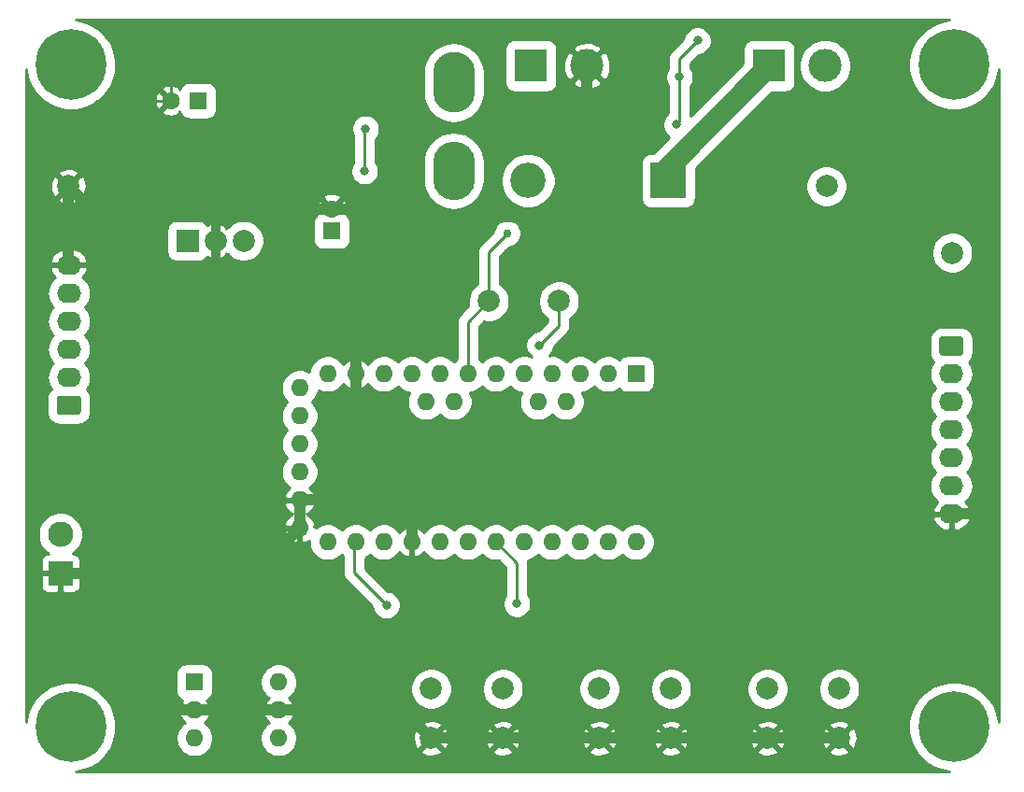
<source format=gbr>
%TF.GenerationSoftware,KiCad,Pcbnew,(5.1.6)-1*%
%TF.CreationDate,2020-09-05T08:23:18-07:00*%
%TF.ProjectId,pulser,70756c73-6572-42e6-9b69-6361645f7063,rev?*%
%TF.SameCoordinates,Original*%
%TF.FileFunction,Copper,L2,Bot*%
%TF.FilePolarity,Positive*%
%FSLAX46Y46*%
G04 Gerber Fmt 4.6, Leading zero omitted, Abs format (unit mm)*
G04 Created by KiCad (PCBNEW (5.1.6)-1) date 2020-09-05 08:23:18*
%MOMM*%
%LPD*%
G01*
G04 APERTURE LIST*
%TA.AperFunction,ComponentPad*%
%ADD10O,3.800000X5.500000*%
%TD*%
%TA.AperFunction,ComponentPad*%
%ADD11O,3.800000X5.300000*%
%TD*%
%TA.AperFunction,ComponentPad*%
%ADD12R,3.000000X3.000000*%
%TD*%
%TA.AperFunction,ComponentPad*%
%ADD13C,3.000000*%
%TD*%
%TA.AperFunction,ComponentPad*%
%ADD14R,1.600000X1.600000*%
%TD*%
%TA.AperFunction,ComponentPad*%
%ADD15C,1.600000*%
%TD*%
%TA.AperFunction,ComponentPad*%
%ADD16C,6.400000*%
%TD*%
%TA.AperFunction,ComponentPad*%
%ADD17O,1.600000X1.600000*%
%TD*%
%TA.AperFunction,ComponentPad*%
%ADD18C,2.000000*%
%TD*%
%TA.AperFunction,ComponentPad*%
%ADD19R,2.000000X2.000000*%
%TD*%
%TA.AperFunction,ComponentPad*%
%ADD20O,3.200000X3.200000*%
%TD*%
%TA.AperFunction,ComponentPad*%
%ADD21R,3.200000X3.200000*%
%TD*%
%TA.AperFunction,ComponentPad*%
%ADD22O,2.190000X1.740000*%
%TD*%
%TA.AperFunction,ComponentPad*%
%ADD23C,2.300000*%
%TD*%
%TA.AperFunction,ComponentPad*%
%ADD24R,2.300000X2.300000*%
%TD*%
%TA.AperFunction,ViaPad*%
%ADD25C,0.762000*%
%TD*%
%TA.AperFunction,ViaPad*%
%ADD26C,0.800000*%
%TD*%
%TA.AperFunction,Conductor*%
%ADD27C,0.228600*%
%TD*%
%TA.AperFunction,Conductor*%
%ADD28C,1.016000*%
%TD*%
%TA.AperFunction,Conductor*%
%ADD29C,0.812800*%
%TD*%
%TA.AperFunction,Conductor*%
%ADD30C,1.905000*%
%TD*%
%TA.AperFunction,Conductor*%
%ADD31C,0.254000*%
%TD*%
G04 APERTURE END LIST*
D10*
%TO.P,F1,1*%
%TO.N,Net-(F1-Pad1)*%
X99695000Y-86615000D03*
D11*
%TO.P,F1,2*%
%TO.N,Net-(D1-Pad2)*%
X99695000Y-94615000D03*
%TD*%
D12*
%TO.P,J2,1*%
%TO.N,Net-(F1-Pad1)*%
X106680000Y-85090000D03*
D13*
%TO.P,J2,2*%
%TO.N,GND*%
X111760000Y-85090000D03*
%TD*%
D12*
%TO.P,J4,1*%
%TO.N,/+24V*%
X128270000Y-85090000D03*
D13*
%TO.P,J4,2*%
%TO.N,Net-(J4-Pad2)*%
X133350000Y-85090000D03*
%TD*%
D14*
%TO.P,C3,1*%
%TO.N,/REG_5V*%
X88646000Y-100076000D03*
D15*
%TO.P,C3,2*%
%TO.N,GND*%
X88646000Y-98076000D03*
%TD*%
D14*
%TO.P,C2,1*%
%TO.N,/+24V*%
X76530200Y-88239600D03*
D15*
%TO.P,C2,2*%
%TO.N,GND*%
X74030200Y-88239600D03*
%TD*%
D16*
%TO.P,H4,1*%
%TO.N,N/C*%
X65000000Y-85000000D03*
%TD*%
%TO.P,H3,1*%
%TO.N,N/C*%
X145000000Y-85000000D03*
%TD*%
%TO.P,H2,1*%
%TO.N,N/C*%
X145000000Y-145000000D03*
%TD*%
%TO.P,H1,1*%
%TO.N,N/C*%
X65000000Y-145000000D03*
%TD*%
D17*
%TO.P,U2,8B*%
%TO.N,/A5*%
X97155000Y-115570000D03*
%TO.P,U2,7B*%
%TO.N,/A4*%
X99695000Y-115570000D03*
%TO.P,U2,4B*%
%TO.N,N/C*%
X107315000Y-115570000D03*
%TO.P,U2,3B*%
X109855000Y-115570000D03*
%TO.P,U2,16*%
%TO.N,+5V*%
X85725000Y-121920000D03*
%TO.P,U2,15*%
%TO.N,Net-(R4-Pad1)*%
X85725000Y-119380000D03*
%TO.P,U2,30*%
%TO.N,/LED3*%
X116205000Y-128270000D03*
%TO.P,U2,14*%
%TO.N,Net-(R5-Pad1)*%
X85725000Y-116840000D03*
%TO.P,U2,29*%
%TO.N,/LED2*%
X113665000Y-128270000D03*
%TO.P,U2,13*%
%TO.N,Net-(J3-Pad1)*%
X85725000Y-114300000D03*
%TO.P,U2,28*%
%TO.N,/LED1*%
X111125000Y-128270000D03*
%TO.P,U2,12*%
%TO.N,N/C*%
X88265000Y-113030000D03*
%TO.P,U2,27*%
%TO.N,/SW3*%
X108585000Y-128270000D03*
%TO.P,U2,11*%
%TO.N,GND*%
X90805000Y-113030000D03*
%TO.P,U2,26*%
%TO.N,/ROT8*%
X106045000Y-128270000D03*
%TO.P,U2,10*%
%TO.N,N/C*%
X93345000Y-113030000D03*
%TO.P,U2,25*%
%TO.N,/ROT4*%
X103505000Y-128270000D03*
%TO.P,U2,9*%
%TO.N,+5V*%
X95885000Y-113030000D03*
%TO.P,U2,24*%
%TO.N,/ROT2*%
X100965000Y-128270000D03*
%TO.P,U2,8*%
%TO.N,N/C*%
X98425000Y-113030000D03*
%TO.P,U2,23*%
%TO.N,/ROT1*%
X98425000Y-128270000D03*
%TO.P,U2,7*%
%TO.N,/GATE*%
X100965000Y-113030000D03*
%TO.P,U2,22*%
%TO.N,GND*%
X95885000Y-128270000D03*
%TO.P,U2,6*%
%TO.N,N/C*%
X103505000Y-113030000D03*
%TO.P,U2,21*%
X93345000Y-128270000D03*
%TO.P,U2,5*%
%TO.N,/SENSE*%
X106045000Y-113030000D03*
%TO.P,U2,20*%
%TO.N,/SW1*%
X90805000Y-128270000D03*
%TO.P,U2,4*%
%TO.N,/D13*%
X108585000Y-113030000D03*
%TO.P,U2,19*%
%TO.N,/SW2*%
X88265000Y-128270000D03*
%TO.P,U2,3*%
%TO.N,/D12*%
X111125000Y-113030000D03*
%TO.P,U2,18*%
%TO.N,GND*%
X85725000Y-127000000D03*
%TO.P,U2,2*%
%TO.N,/D11*%
X113665000Y-113030000D03*
%TO.P,U2,17*%
%TO.N,GND*%
X85725000Y-124460000D03*
D14*
%TO.P,U2,1*%
%TO.N,/REMOTE*%
X116205000Y-113030000D03*
%TD*%
D18*
%TO.P,U1,3*%
%TO.N,/REG_5V*%
X80645000Y-100965000D03*
%TO.P,U1,2*%
%TO.N,GND*%
X78105000Y-100965000D03*
D19*
%TO.P,U1,1*%
%TO.N,/+24V*%
X75565000Y-100965000D03*
%TD*%
D20*
%TO.P,D1,2*%
%TO.N,Net-(D1-Pad2)*%
X106426000Y-95504000D03*
D21*
%TO.P,D1,1*%
%TO.N,/+24V*%
X119126000Y-95504000D03*
%TD*%
D22*
%TO.P,J3,6*%
%TO.N,GND*%
X64810000Y-103160000D03*
%TO.P,J3,5*%
%TO.N,N/C*%
X64810000Y-105700000D03*
%TO.P,J3,4*%
%TO.N,Net-(D3-Pad2)*%
X64810000Y-108240000D03*
%TO.P,J3,3*%
%TO.N,Net-(J3-Pad3)*%
X64810000Y-110780000D03*
%TO.P,J3,2*%
%TO.N,Net-(J3-Pad2)*%
X64810000Y-113320000D03*
%TO.P,J3,1*%
%TO.N,Net-(J3-Pad1)*%
%TA.AperFunction,ComponentPad*%
G36*
G01*
X65655001Y-116730000D02*
X63964999Y-116730000D01*
G75*
G02*
X63715000Y-116480001I0J249999D01*
G01*
X63715000Y-115239999D01*
G75*
G02*
X63964999Y-114990000I249999J0D01*
G01*
X65655001Y-114990000D01*
G75*
G02*
X65905000Y-115239999I0J-249999D01*
G01*
X65905000Y-116480001D01*
G75*
G02*
X65655001Y-116730000I-249999J0D01*
G01*
G37*
%TD.AperFunction*%
%TD*%
D23*
%TO.P,J1,2*%
%TO.N,Net-(C1-Pad2)*%
X64050000Y-127580000D03*
D24*
%TO.P,J1,1*%
%TO.N,GND*%
X64050000Y-131080000D03*
%TD*%
D22*
%TO.P,J5,7*%
%TO.N,GND*%
X144780000Y-125730000D03*
%TO.P,J5,6*%
%TO.N,/D13*%
X144780000Y-123190000D03*
%TO.P,J5,5*%
%TO.N,/D12*%
X144780000Y-120650000D03*
%TO.P,J5,4*%
%TO.N,/D11*%
X144780000Y-118110000D03*
%TO.P,J5,3*%
%TO.N,/A5*%
X144780000Y-115570000D03*
%TO.P,J5,2*%
%TO.N,/A4*%
X144780000Y-113030000D03*
%TO.P,J5,1*%
%TO.N,+5V*%
%TA.AperFunction,ComponentPad*%
G36*
G01*
X143934999Y-109620000D02*
X145625001Y-109620000D01*
G75*
G02*
X145875000Y-109869999I0J-249999D01*
G01*
X145875000Y-111110001D01*
G75*
G02*
X145625001Y-111360000I-249999J0D01*
G01*
X143934999Y-111360000D01*
G75*
G02*
X143685000Y-111110001I0J249999D01*
G01*
X143685000Y-109869999D01*
G75*
G02*
X143934999Y-109620000I249999J0D01*
G01*
G37*
%TD.AperFunction*%
%TD*%
D18*
%TO.P,SW3,1*%
%TO.N,GND*%
X128120000Y-146050000D03*
%TO.P,SW3,2*%
%TO.N,/SW3*%
X128120000Y-141550000D03*
%TO.P,SW3,1*%
%TO.N,GND*%
X134620000Y-146050000D03*
%TO.P,SW3,2*%
%TO.N,/SW3*%
X134620000Y-141550000D03*
%TD*%
%TO.P,SW2,1*%
%TO.N,GND*%
X112880000Y-146050000D03*
%TO.P,SW2,2*%
%TO.N,/SW2*%
X112880000Y-141550000D03*
%TO.P,SW2,1*%
%TO.N,GND*%
X119380000Y-146050000D03*
%TO.P,SW2,2*%
%TO.N,/SW2*%
X119380000Y-141550000D03*
%TD*%
%TO.P,SW1,1*%
%TO.N,GND*%
X97640000Y-146050000D03*
%TO.P,SW1,2*%
%TO.N,/SW1*%
X97640000Y-141550000D03*
%TO.P,SW1,1*%
%TO.N,GND*%
X104140000Y-146050000D03*
%TO.P,SW1,2*%
%TO.N,/SW1*%
X104140000Y-141550000D03*
%TD*%
D17*
%TO.P,SW4,2*%
%TO.N,/ROT2*%
X83820000Y-146050000D03*
%TO.P,SW4,C*%
%TO.N,GND*%
X83820000Y-143510000D03*
%TO.P,SW4,8*%
%TO.N,/ROT8*%
X83820000Y-140970000D03*
%TO.P,SW4,4*%
%TO.N,/ROT4*%
X76200000Y-146050000D03*
%TO.P,SW4,C*%
%TO.N,GND*%
X76200000Y-143510000D03*
D14*
%TO.P,SW4,1*%
%TO.N,/ROT1*%
X76200000Y-140970000D03*
%TD*%
D18*
%TO.P,TP5,1*%
%TO.N,Net-(J4-Pad2)*%
X133477000Y-96012000D03*
%TD*%
%TO.P,TP4,1*%
%TO.N,/GATE*%
X102870000Y-106426000D03*
%TD*%
%TO.P,TP2,1*%
%TO.N,+5V*%
X144856200Y-102031800D03*
%TD*%
%TO.P,TP1,1*%
%TO.N,GND*%
X64770000Y-96012000D03*
%TD*%
%TO.P,TP3,1*%
%TO.N,/SENSE*%
X109220000Y-106426000D03*
%TD*%
D25*
%TO.N,/GATE*%
X104546400Y-100279200D03*
D26*
X121792998Y-82804000D03*
X120142003Y-86105997D03*
X119887996Y-90424000D03*
%TO.N,GND*%
X88392000Y-84074000D03*
X114630200Y-103632000D03*
X123444000Y-98806000D03*
%TO.N,+5V*%
X91617800Y-94640400D03*
X91694000Y-90805002D03*
%TO.N,/SENSE*%
X107467400Y-110413800D03*
%TO.N,/ROT4*%
X105410000Y-133858000D03*
%TO.N,/SW1*%
X93599000Y-133985000D03*
%TD*%
D27*
%TO.N,/GATE*%
X100965000Y-108331000D02*
X102870000Y-106426000D01*
X100965000Y-113030000D02*
X100965000Y-108331000D01*
X102870000Y-101955600D02*
X104546400Y-100279200D01*
X102870000Y-106426000D02*
X102870000Y-101955600D01*
X120142003Y-84454995D02*
X120142003Y-86105997D01*
X121792998Y-82804000D02*
X120142003Y-84454995D01*
X120142003Y-90169993D02*
X119887996Y-90424000D01*
X120142003Y-86105997D02*
X120142003Y-90169993D01*
D28*
%TO.N,GND*%
X64770000Y-103120000D02*
X64810000Y-103160000D01*
X85725000Y-127000000D02*
X85725000Y-124460000D01*
X134620000Y-146050000D02*
X97640000Y-146050000D01*
X95100000Y-143510000D02*
X97640000Y-146050000D01*
X83820000Y-143510000D02*
X95100000Y-143510000D01*
X76200000Y-143510000D02*
X83820000Y-143510000D01*
X80248000Y-131080000D02*
X81645000Y-131080000D01*
X72136000Y-139192000D02*
X80248000Y-131080000D01*
X81645000Y-131080000D02*
X85725000Y-127000000D01*
X72136000Y-140577370D02*
X72136000Y-139192000D01*
X75068630Y-143510000D02*
X72136000Y-140577370D01*
X76200000Y-143510000D02*
X75068630Y-143510000D01*
X64050000Y-131080000D02*
X80248000Y-131080000D01*
D27*
X76835000Y-84074000D02*
X88392000Y-84074000D01*
X74030200Y-88239600D02*
X74030200Y-86878800D01*
X74030200Y-86878800D02*
X76835000Y-84074000D01*
D28*
X64770000Y-96012000D02*
X64770000Y-103120000D01*
D27*
X70263000Y-89909400D02*
X71932800Y-88239600D01*
X71932800Y-88239600D02*
X74030200Y-88239600D01*
X70263000Y-98076000D02*
X70263000Y-89909400D01*
D28*
X70263000Y-98076000D02*
X66834000Y-98076000D01*
X66834000Y-98076000D02*
X64770000Y-96012000D01*
X77756000Y-98076000D02*
X70263000Y-98076000D01*
D27*
X78105000Y-98425000D02*
X77756000Y-98076000D01*
D28*
X92742000Y-98076000D02*
X88646000Y-98076000D01*
X88646000Y-98076000D02*
X77756000Y-98076000D01*
X146891000Y-125730000D02*
X147574000Y-125047000D01*
X144221200Y-105410000D02*
X139395200Y-105410000D01*
X147574000Y-108762800D02*
X144221200Y-105410000D01*
X144780000Y-125730000D02*
X146891000Y-125730000D01*
X147574000Y-125047000D02*
X147574000Y-108762800D01*
D27*
X139395000Y-105409800D02*
X139395200Y-105410000D01*
X114630200Y-103632000D02*
X115773200Y-102489000D01*
X115773200Y-102489000D02*
X116205000Y-102489000D01*
X116459000Y-102489000D02*
X116205000Y-102489000D01*
X123444000Y-105359200D02*
X123393200Y-105410000D01*
D28*
X123393200Y-105410000D02*
X119126000Y-105410000D01*
X119126000Y-105410000D02*
X116205000Y-102489000D01*
D27*
X123444000Y-98806000D02*
X123444000Y-105359200D01*
D28*
X139395200Y-105410000D02*
X123393200Y-105410000D01*
X85725000Y-124460000D02*
X87884000Y-124460000D01*
X95885000Y-124079000D02*
X95885000Y-128270000D01*
X87884000Y-124460000D02*
X90805000Y-121539000D01*
X93345000Y-121539000D02*
X95885000Y-124079000D01*
X90805000Y-121539000D02*
X93345000Y-121539000D01*
X90805000Y-121539000D02*
X90805000Y-113030000D01*
X90805000Y-102997000D02*
X94234000Y-99568000D01*
X90805000Y-113030000D02*
X90805000Y-102997000D01*
X95250000Y-100584000D02*
X94234000Y-99568000D01*
X94234000Y-99568000D02*
X92742000Y-98076000D01*
D27*
X94996000Y-99568000D02*
X94234000Y-99568000D01*
D28*
X108204000Y-98806000D02*
X95758000Y-98806000D01*
X108966000Y-99568000D02*
X108204000Y-98806000D01*
X95758000Y-98806000D02*
X94996000Y-99568000D01*
X116205000Y-102489000D02*
X111760000Y-98044000D01*
X111252000Y-97282000D02*
X108712000Y-99822000D01*
X111760000Y-85090000D02*
X111760000Y-98044000D01*
D29*
X78105000Y-104140000D02*
X78105000Y-98425000D01*
D27*
%TO.N,+5V*%
X91617800Y-90881202D02*
X91694000Y-90805002D01*
X91617800Y-94640400D02*
X91617800Y-90881202D01*
%TO.N,/SENSE*%
X109220000Y-106426000D02*
X109220000Y-108661200D01*
X109220000Y-108661200D02*
X107467400Y-110413800D01*
%TO.N,/ROT4*%
X105410000Y-130175000D02*
X103505000Y-128270000D01*
X105410000Y-133858000D02*
X105410000Y-130175000D01*
%TO.N,/SW1*%
X93599000Y-133985000D02*
X90678000Y-131064000D01*
X90678000Y-128397000D02*
X90805000Y-128270000D01*
X90678000Y-131064000D02*
X90678000Y-128397000D01*
D30*
%TO.N,/+24V*%
X118745000Y-94615000D02*
X128270000Y-85090000D01*
%TD*%
D31*
%TO.N,GND*%
G36*
X143807283Y-81068138D02*
G01*
X143063132Y-81376375D01*
X142393414Y-81823866D01*
X141823866Y-82393414D01*
X141376375Y-83063132D01*
X141068138Y-83807283D01*
X140911000Y-84597269D01*
X140911000Y-85402731D01*
X141068138Y-86192717D01*
X141376375Y-86936868D01*
X141823866Y-87606586D01*
X142393414Y-88176134D01*
X143063132Y-88623625D01*
X143807283Y-88931862D01*
X144597269Y-89089000D01*
X145402731Y-89089000D01*
X146192717Y-88931862D01*
X146936868Y-88623625D01*
X147606586Y-88176134D01*
X148176134Y-87606586D01*
X148623625Y-86936868D01*
X148931862Y-86192717D01*
X149086001Y-85417808D01*
X149086000Y-144582187D01*
X148931862Y-143807283D01*
X148623625Y-143063132D01*
X148176134Y-142393414D01*
X147606586Y-141823866D01*
X146936868Y-141376375D01*
X146192717Y-141068138D01*
X145402731Y-140911000D01*
X144597269Y-140911000D01*
X143807283Y-141068138D01*
X143063132Y-141376375D01*
X142393414Y-141823866D01*
X141823866Y-142393414D01*
X141376375Y-143063132D01*
X141068138Y-143807283D01*
X140911000Y-144597269D01*
X140911000Y-145402731D01*
X141068138Y-146192717D01*
X141376375Y-146936868D01*
X141823866Y-147606586D01*
X142393414Y-148176134D01*
X143063132Y-148623625D01*
X143807283Y-148931862D01*
X144582187Y-149086000D01*
X65417813Y-149086000D01*
X66192717Y-148931862D01*
X66936868Y-148623625D01*
X67606586Y-148176134D01*
X68176134Y-147606586D01*
X68623625Y-146936868D01*
X68931862Y-146192717D01*
X68993339Y-145883648D01*
X74511000Y-145883648D01*
X74511000Y-146216352D01*
X74575908Y-146542663D01*
X74703228Y-146850041D01*
X74888068Y-147126675D01*
X75123325Y-147361932D01*
X75399959Y-147546772D01*
X75707337Y-147674092D01*
X76033648Y-147739000D01*
X76366352Y-147739000D01*
X76692663Y-147674092D01*
X77000041Y-147546772D01*
X77276675Y-147361932D01*
X77511932Y-147126675D01*
X77696772Y-146850041D01*
X77824092Y-146542663D01*
X77889000Y-146216352D01*
X77889000Y-145883648D01*
X82131000Y-145883648D01*
X82131000Y-146216352D01*
X82195908Y-146542663D01*
X82323228Y-146850041D01*
X82508068Y-147126675D01*
X82743325Y-147361932D01*
X83019959Y-147546772D01*
X83327337Y-147674092D01*
X83653648Y-147739000D01*
X83986352Y-147739000D01*
X84312663Y-147674092D01*
X84620041Y-147546772D01*
X84896675Y-147361932D01*
X85073194Y-147185413D01*
X96684192Y-147185413D01*
X96779956Y-147449814D01*
X97069571Y-147590704D01*
X97381108Y-147672384D01*
X97702595Y-147691718D01*
X98021675Y-147647961D01*
X98326088Y-147542795D01*
X98500044Y-147449814D01*
X98595808Y-147185413D01*
X103184192Y-147185413D01*
X103279956Y-147449814D01*
X103569571Y-147590704D01*
X103881108Y-147672384D01*
X104202595Y-147691718D01*
X104521675Y-147647961D01*
X104826088Y-147542795D01*
X105000044Y-147449814D01*
X105095808Y-147185413D01*
X111924192Y-147185413D01*
X112019956Y-147449814D01*
X112309571Y-147590704D01*
X112621108Y-147672384D01*
X112942595Y-147691718D01*
X113261675Y-147647961D01*
X113566088Y-147542795D01*
X113740044Y-147449814D01*
X113835808Y-147185413D01*
X118424192Y-147185413D01*
X118519956Y-147449814D01*
X118809571Y-147590704D01*
X119121108Y-147672384D01*
X119442595Y-147691718D01*
X119761675Y-147647961D01*
X120066088Y-147542795D01*
X120240044Y-147449814D01*
X120335808Y-147185413D01*
X127164192Y-147185413D01*
X127259956Y-147449814D01*
X127549571Y-147590704D01*
X127861108Y-147672384D01*
X128182595Y-147691718D01*
X128501675Y-147647961D01*
X128806088Y-147542795D01*
X128980044Y-147449814D01*
X129075808Y-147185413D01*
X133664192Y-147185413D01*
X133759956Y-147449814D01*
X134049571Y-147590704D01*
X134361108Y-147672384D01*
X134682595Y-147691718D01*
X135001675Y-147647961D01*
X135306088Y-147542795D01*
X135480044Y-147449814D01*
X135575808Y-147185413D01*
X134620000Y-146229605D01*
X133664192Y-147185413D01*
X129075808Y-147185413D01*
X128120000Y-146229605D01*
X127164192Y-147185413D01*
X120335808Y-147185413D01*
X119380000Y-146229605D01*
X118424192Y-147185413D01*
X113835808Y-147185413D01*
X112880000Y-146229605D01*
X111924192Y-147185413D01*
X105095808Y-147185413D01*
X104140000Y-146229605D01*
X103184192Y-147185413D01*
X98595808Y-147185413D01*
X97640000Y-146229605D01*
X96684192Y-147185413D01*
X85073194Y-147185413D01*
X85131932Y-147126675D01*
X85316772Y-146850041D01*
X85444092Y-146542663D01*
X85509000Y-146216352D01*
X85509000Y-146112595D01*
X95998282Y-146112595D01*
X96042039Y-146431675D01*
X96147205Y-146736088D01*
X96240186Y-146910044D01*
X96504587Y-147005808D01*
X97460395Y-146050000D01*
X97819605Y-146050000D01*
X98775413Y-147005808D01*
X99039814Y-146910044D01*
X99180704Y-146620429D01*
X99262384Y-146308892D01*
X99274189Y-146112595D01*
X102498282Y-146112595D01*
X102542039Y-146431675D01*
X102647205Y-146736088D01*
X102740186Y-146910044D01*
X103004587Y-147005808D01*
X103960395Y-146050000D01*
X104319605Y-146050000D01*
X105275413Y-147005808D01*
X105539814Y-146910044D01*
X105680704Y-146620429D01*
X105762384Y-146308892D01*
X105774189Y-146112595D01*
X111238282Y-146112595D01*
X111282039Y-146431675D01*
X111387205Y-146736088D01*
X111480186Y-146910044D01*
X111744587Y-147005808D01*
X112700395Y-146050000D01*
X113059605Y-146050000D01*
X114015413Y-147005808D01*
X114279814Y-146910044D01*
X114420704Y-146620429D01*
X114502384Y-146308892D01*
X114514189Y-146112595D01*
X117738282Y-146112595D01*
X117782039Y-146431675D01*
X117887205Y-146736088D01*
X117980186Y-146910044D01*
X118244587Y-147005808D01*
X119200395Y-146050000D01*
X119559605Y-146050000D01*
X120515413Y-147005808D01*
X120779814Y-146910044D01*
X120920704Y-146620429D01*
X121002384Y-146308892D01*
X121014189Y-146112595D01*
X126478282Y-146112595D01*
X126522039Y-146431675D01*
X126627205Y-146736088D01*
X126720186Y-146910044D01*
X126984587Y-147005808D01*
X127940395Y-146050000D01*
X128299605Y-146050000D01*
X129255413Y-147005808D01*
X129519814Y-146910044D01*
X129660704Y-146620429D01*
X129742384Y-146308892D01*
X129754189Y-146112595D01*
X132978282Y-146112595D01*
X133022039Y-146431675D01*
X133127205Y-146736088D01*
X133220186Y-146910044D01*
X133484587Y-147005808D01*
X134440395Y-146050000D01*
X134799605Y-146050000D01*
X135755413Y-147005808D01*
X136019814Y-146910044D01*
X136160704Y-146620429D01*
X136242384Y-146308892D01*
X136261718Y-145987405D01*
X136217961Y-145668325D01*
X136112795Y-145363912D01*
X136019814Y-145189956D01*
X135755413Y-145094192D01*
X134799605Y-146050000D01*
X134440395Y-146050000D01*
X133484587Y-145094192D01*
X133220186Y-145189956D01*
X133079296Y-145479571D01*
X132997616Y-145791108D01*
X132978282Y-146112595D01*
X129754189Y-146112595D01*
X129761718Y-145987405D01*
X129717961Y-145668325D01*
X129612795Y-145363912D01*
X129519814Y-145189956D01*
X129255413Y-145094192D01*
X128299605Y-146050000D01*
X127940395Y-146050000D01*
X126984587Y-145094192D01*
X126720186Y-145189956D01*
X126579296Y-145479571D01*
X126497616Y-145791108D01*
X126478282Y-146112595D01*
X121014189Y-146112595D01*
X121021718Y-145987405D01*
X120977961Y-145668325D01*
X120872795Y-145363912D01*
X120779814Y-145189956D01*
X120515413Y-145094192D01*
X119559605Y-146050000D01*
X119200395Y-146050000D01*
X118244587Y-145094192D01*
X117980186Y-145189956D01*
X117839296Y-145479571D01*
X117757616Y-145791108D01*
X117738282Y-146112595D01*
X114514189Y-146112595D01*
X114521718Y-145987405D01*
X114477961Y-145668325D01*
X114372795Y-145363912D01*
X114279814Y-145189956D01*
X114015413Y-145094192D01*
X113059605Y-146050000D01*
X112700395Y-146050000D01*
X111744587Y-145094192D01*
X111480186Y-145189956D01*
X111339296Y-145479571D01*
X111257616Y-145791108D01*
X111238282Y-146112595D01*
X105774189Y-146112595D01*
X105781718Y-145987405D01*
X105737961Y-145668325D01*
X105632795Y-145363912D01*
X105539814Y-145189956D01*
X105275413Y-145094192D01*
X104319605Y-146050000D01*
X103960395Y-146050000D01*
X103004587Y-145094192D01*
X102740186Y-145189956D01*
X102599296Y-145479571D01*
X102517616Y-145791108D01*
X102498282Y-146112595D01*
X99274189Y-146112595D01*
X99281718Y-145987405D01*
X99237961Y-145668325D01*
X99132795Y-145363912D01*
X99039814Y-145189956D01*
X98775413Y-145094192D01*
X97819605Y-146050000D01*
X97460395Y-146050000D01*
X96504587Y-145094192D01*
X96240186Y-145189956D01*
X96099296Y-145479571D01*
X96017616Y-145791108D01*
X95998282Y-146112595D01*
X85509000Y-146112595D01*
X85509000Y-145883648D01*
X85444092Y-145557337D01*
X85316772Y-145249959D01*
X85131932Y-144973325D01*
X85073194Y-144914587D01*
X96684192Y-144914587D01*
X97640000Y-145870395D01*
X98595808Y-144914587D01*
X103184192Y-144914587D01*
X104140000Y-145870395D01*
X105095808Y-144914587D01*
X111924192Y-144914587D01*
X112880000Y-145870395D01*
X113835808Y-144914587D01*
X118424192Y-144914587D01*
X119380000Y-145870395D01*
X120335808Y-144914587D01*
X127164192Y-144914587D01*
X128120000Y-145870395D01*
X129075808Y-144914587D01*
X133664192Y-144914587D01*
X134620000Y-145870395D01*
X135575808Y-144914587D01*
X135480044Y-144650186D01*
X135190429Y-144509296D01*
X134878892Y-144427616D01*
X134557405Y-144408282D01*
X134238325Y-144452039D01*
X133933912Y-144557205D01*
X133759956Y-144650186D01*
X133664192Y-144914587D01*
X129075808Y-144914587D01*
X128980044Y-144650186D01*
X128690429Y-144509296D01*
X128378892Y-144427616D01*
X128057405Y-144408282D01*
X127738325Y-144452039D01*
X127433912Y-144557205D01*
X127259956Y-144650186D01*
X127164192Y-144914587D01*
X120335808Y-144914587D01*
X120240044Y-144650186D01*
X119950429Y-144509296D01*
X119638892Y-144427616D01*
X119317405Y-144408282D01*
X118998325Y-144452039D01*
X118693912Y-144557205D01*
X118519956Y-144650186D01*
X118424192Y-144914587D01*
X113835808Y-144914587D01*
X113740044Y-144650186D01*
X113450429Y-144509296D01*
X113138892Y-144427616D01*
X112817405Y-144408282D01*
X112498325Y-144452039D01*
X112193912Y-144557205D01*
X112019956Y-144650186D01*
X111924192Y-144914587D01*
X105095808Y-144914587D01*
X105000044Y-144650186D01*
X104710429Y-144509296D01*
X104398892Y-144427616D01*
X104077405Y-144408282D01*
X103758325Y-144452039D01*
X103453912Y-144557205D01*
X103279956Y-144650186D01*
X103184192Y-144914587D01*
X98595808Y-144914587D01*
X98500044Y-144650186D01*
X98210429Y-144509296D01*
X97898892Y-144427616D01*
X97577405Y-144408282D01*
X97258325Y-144452039D01*
X96953912Y-144557205D01*
X96779956Y-144650186D01*
X96684192Y-144914587D01*
X85073194Y-144914587D01*
X84896675Y-144738068D01*
X84721066Y-144620730D01*
X84883519Y-144473414D01*
X85051037Y-144247420D01*
X85171246Y-143993087D01*
X85211904Y-143859039D01*
X85089915Y-143637000D01*
X83947000Y-143637000D01*
X83947000Y-143657000D01*
X83693000Y-143657000D01*
X83693000Y-143637000D01*
X82550085Y-143637000D01*
X82428096Y-143859039D01*
X82468754Y-143993087D01*
X82588963Y-144247420D01*
X82756481Y-144473414D01*
X82918934Y-144620730D01*
X82743325Y-144738068D01*
X82508068Y-144973325D01*
X82323228Y-145249959D01*
X82195908Y-145557337D01*
X82131000Y-145883648D01*
X77889000Y-145883648D01*
X77824092Y-145557337D01*
X77696772Y-145249959D01*
X77511932Y-144973325D01*
X77276675Y-144738068D01*
X77101066Y-144620730D01*
X77263519Y-144473414D01*
X77431037Y-144247420D01*
X77551246Y-143993087D01*
X77591904Y-143859039D01*
X77469915Y-143637000D01*
X76327000Y-143637000D01*
X76327000Y-143657000D01*
X76073000Y-143657000D01*
X76073000Y-143637000D01*
X74930085Y-143637000D01*
X74808096Y-143859039D01*
X74848754Y-143993087D01*
X74968963Y-144247420D01*
X75136481Y-144473414D01*
X75298934Y-144620730D01*
X75123325Y-144738068D01*
X74888068Y-144973325D01*
X74703228Y-145249959D01*
X74575908Y-145557337D01*
X74511000Y-145883648D01*
X68993339Y-145883648D01*
X69089000Y-145402731D01*
X69089000Y-144597269D01*
X68931862Y-143807283D01*
X68623625Y-143063132D01*
X68176134Y-142393414D01*
X67606586Y-141823866D01*
X66936868Y-141376375D01*
X66192717Y-141068138D01*
X65402731Y-140911000D01*
X64597269Y-140911000D01*
X63807283Y-141068138D01*
X63063132Y-141376375D01*
X62393414Y-141823866D01*
X61823866Y-142393414D01*
X61376375Y-143063132D01*
X61068138Y-143807283D01*
X60914000Y-144582187D01*
X60914000Y-140170000D01*
X74506699Y-140170000D01*
X74506699Y-141770000D01*
X74523864Y-141944274D01*
X74574697Y-142111851D01*
X74657247Y-142266291D01*
X74768341Y-142401659D01*
X74903709Y-142512753D01*
X75058149Y-142595303D01*
X75092619Y-142605759D01*
X74968963Y-142772580D01*
X74848754Y-143026913D01*
X74808096Y-143160961D01*
X74930085Y-143383000D01*
X76073000Y-143383000D01*
X76073000Y-143363000D01*
X76327000Y-143363000D01*
X76327000Y-143383000D01*
X77469915Y-143383000D01*
X77591904Y-143160961D01*
X77551246Y-143026913D01*
X77431037Y-142772580D01*
X77307381Y-142605759D01*
X77341851Y-142595303D01*
X77496291Y-142512753D01*
X77631659Y-142401659D01*
X77742753Y-142266291D01*
X77825303Y-142111851D01*
X77876136Y-141944274D01*
X77893301Y-141770000D01*
X77893301Y-140803648D01*
X82131000Y-140803648D01*
X82131000Y-141136352D01*
X82195908Y-141462663D01*
X82323228Y-141770041D01*
X82508068Y-142046675D01*
X82743325Y-142281932D01*
X82918934Y-142399270D01*
X82756481Y-142546586D01*
X82588963Y-142772580D01*
X82468754Y-143026913D01*
X82428096Y-143160961D01*
X82550085Y-143383000D01*
X83693000Y-143383000D01*
X83693000Y-143363000D01*
X83947000Y-143363000D01*
X83947000Y-143383000D01*
X85089915Y-143383000D01*
X85211904Y-143160961D01*
X85171246Y-143026913D01*
X85051037Y-142772580D01*
X84883519Y-142546586D01*
X84721066Y-142399270D01*
X84896675Y-142281932D01*
X85131932Y-142046675D01*
X85316772Y-141770041D01*
X85444092Y-141462663D01*
X85463727Y-141363950D01*
X95751000Y-141363950D01*
X95751000Y-141736050D01*
X95823593Y-142101001D01*
X95965990Y-142444777D01*
X96172718Y-142754167D01*
X96435833Y-143017282D01*
X96745223Y-143224010D01*
X97088999Y-143366407D01*
X97453950Y-143439000D01*
X97826050Y-143439000D01*
X98191001Y-143366407D01*
X98534777Y-143224010D01*
X98844167Y-143017282D01*
X99107282Y-142754167D01*
X99314010Y-142444777D01*
X99456407Y-142101001D01*
X99529000Y-141736050D01*
X99529000Y-141363950D01*
X102251000Y-141363950D01*
X102251000Y-141736050D01*
X102323593Y-142101001D01*
X102465990Y-142444777D01*
X102672718Y-142754167D01*
X102935833Y-143017282D01*
X103245223Y-143224010D01*
X103588999Y-143366407D01*
X103953950Y-143439000D01*
X104326050Y-143439000D01*
X104691001Y-143366407D01*
X105034777Y-143224010D01*
X105344167Y-143017282D01*
X105607282Y-142754167D01*
X105814010Y-142444777D01*
X105956407Y-142101001D01*
X106029000Y-141736050D01*
X106029000Y-141363950D01*
X110991000Y-141363950D01*
X110991000Y-141736050D01*
X111063593Y-142101001D01*
X111205990Y-142444777D01*
X111412718Y-142754167D01*
X111675833Y-143017282D01*
X111985223Y-143224010D01*
X112328999Y-143366407D01*
X112693950Y-143439000D01*
X113066050Y-143439000D01*
X113431001Y-143366407D01*
X113774777Y-143224010D01*
X114084167Y-143017282D01*
X114347282Y-142754167D01*
X114554010Y-142444777D01*
X114696407Y-142101001D01*
X114769000Y-141736050D01*
X114769000Y-141363950D01*
X117491000Y-141363950D01*
X117491000Y-141736050D01*
X117563593Y-142101001D01*
X117705990Y-142444777D01*
X117912718Y-142754167D01*
X118175833Y-143017282D01*
X118485223Y-143224010D01*
X118828999Y-143366407D01*
X119193950Y-143439000D01*
X119566050Y-143439000D01*
X119931001Y-143366407D01*
X120274777Y-143224010D01*
X120584167Y-143017282D01*
X120847282Y-142754167D01*
X121054010Y-142444777D01*
X121196407Y-142101001D01*
X121269000Y-141736050D01*
X121269000Y-141363950D01*
X126231000Y-141363950D01*
X126231000Y-141736050D01*
X126303593Y-142101001D01*
X126445990Y-142444777D01*
X126652718Y-142754167D01*
X126915833Y-143017282D01*
X127225223Y-143224010D01*
X127568999Y-143366407D01*
X127933950Y-143439000D01*
X128306050Y-143439000D01*
X128671001Y-143366407D01*
X129014777Y-143224010D01*
X129324167Y-143017282D01*
X129587282Y-142754167D01*
X129794010Y-142444777D01*
X129936407Y-142101001D01*
X130009000Y-141736050D01*
X130009000Y-141363950D01*
X132731000Y-141363950D01*
X132731000Y-141736050D01*
X132803593Y-142101001D01*
X132945990Y-142444777D01*
X133152718Y-142754167D01*
X133415833Y-143017282D01*
X133725223Y-143224010D01*
X134068999Y-143366407D01*
X134433950Y-143439000D01*
X134806050Y-143439000D01*
X135171001Y-143366407D01*
X135514777Y-143224010D01*
X135824167Y-143017282D01*
X136087282Y-142754167D01*
X136294010Y-142444777D01*
X136436407Y-142101001D01*
X136509000Y-141736050D01*
X136509000Y-141363950D01*
X136436407Y-140998999D01*
X136294010Y-140655223D01*
X136087282Y-140345833D01*
X135824167Y-140082718D01*
X135514777Y-139875990D01*
X135171001Y-139733593D01*
X134806050Y-139661000D01*
X134433950Y-139661000D01*
X134068999Y-139733593D01*
X133725223Y-139875990D01*
X133415833Y-140082718D01*
X133152718Y-140345833D01*
X132945990Y-140655223D01*
X132803593Y-140998999D01*
X132731000Y-141363950D01*
X130009000Y-141363950D01*
X129936407Y-140998999D01*
X129794010Y-140655223D01*
X129587282Y-140345833D01*
X129324167Y-140082718D01*
X129014777Y-139875990D01*
X128671001Y-139733593D01*
X128306050Y-139661000D01*
X127933950Y-139661000D01*
X127568999Y-139733593D01*
X127225223Y-139875990D01*
X126915833Y-140082718D01*
X126652718Y-140345833D01*
X126445990Y-140655223D01*
X126303593Y-140998999D01*
X126231000Y-141363950D01*
X121269000Y-141363950D01*
X121196407Y-140998999D01*
X121054010Y-140655223D01*
X120847282Y-140345833D01*
X120584167Y-140082718D01*
X120274777Y-139875990D01*
X119931001Y-139733593D01*
X119566050Y-139661000D01*
X119193950Y-139661000D01*
X118828999Y-139733593D01*
X118485223Y-139875990D01*
X118175833Y-140082718D01*
X117912718Y-140345833D01*
X117705990Y-140655223D01*
X117563593Y-140998999D01*
X117491000Y-141363950D01*
X114769000Y-141363950D01*
X114696407Y-140998999D01*
X114554010Y-140655223D01*
X114347282Y-140345833D01*
X114084167Y-140082718D01*
X113774777Y-139875990D01*
X113431001Y-139733593D01*
X113066050Y-139661000D01*
X112693950Y-139661000D01*
X112328999Y-139733593D01*
X111985223Y-139875990D01*
X111675833Y-140082718D01*
X111412718Y-140345833D01*
X111205990Y-140655223D01*
X111063593Y-140998999D01*
X110991000Y-141363950D01*
X106029000Y-141363950D01*
X105956407Y-140998999D01*
X105814010Y-140655223D01*
X105607282Y-140345833D01*
X105344167Y-140082718D01*
X105034777Y-139875990D01*
X104691001Y-139733593D01*
X104326050Y-139661000D01*
X103953950Y-139661000D01*
X103588999Y-139733593D01*
X103245223Y-139875990D01*
X102935833Y-140082718D01*
X102672718Y-140345833D01*
X102465990Y-140655223D01*
X102323593Y-140998999D01*
X102251000Y-141363950D01*
X99529000Y-141363950D01*
X99456407Y-140998999D01*
X99314010Y-140655223D01*
X99107282Y-140345833D01*
X98844167Y-140082718D01*
X98534777Y-139875990D01*
X98191001Y-139733593D01*
X97826050Y-139661000D01*
X97453950Y-139661000D01*
X97088999Y-139733593D01*
X96745223Y-139875990D01*
X96435833Y-140082718D01*
X96172718Y-140345833D01*
X95965990Y-140655223D01*
X95823593Y-140998999D01*
X95751000Y-141363950D01*
X85463727Y-141363950D01*
X85509000Y-141136352D01*
X85509000Y-140803648D01*
X85444092Y-140477337D01*
X85316772Y-140169959D01*
X85131932Y-139893325D01*
X84896675Y-139658068D01*
X84620041Y-139473228D01*
X84312663Y-139345908D01*
X83986352Y-139281000D01*
X83653648Y-139281000D01*
X83327337Y-139345908D01*
X83019959Y-139473228D01*
X82743325Y-139658068D01*
X82508068Y-139893325D01*
X82323228Y-140169959D01*
X82195908Y-140477337D01*
X82131000Y-140803648D01*
X77893301Y-140803648D01*
X77893301Y-140170000D01*
X77876136Y-139995726D01*
X77825303Y-139828149D01*
X77742753Y-139673709D01*
X77631659Y-139538341D01*
X77496291Y-139427247D01*
X77341851Y-139344697D01*
X77174274Y-139293864D01*
X77000000Y-139276699D01*
X75400000Y-139276699D01*
X75225726Y-139293864D01*
X75058149Y-139344697D01*
X74903709Y-139427247D01*
X74768341Y-139538341D01*
X74657247Y-139673709D01*
X74574697Y-139828149D01*
X74523864Y-139995726D01*
X74506699Y-140170000D01*
X60914000Y-140170000D01*
X60914000Y-132230000D01*
X62261928Y-132230000D01*
X62274188Y-132354482D01*
X62310498Y-132474180D01*
X62369463Y-132584494D01*
X62448815Y-132681185D01*
X62545506Y-132760537D01*
X62655820Y-132819502D01*
X62775518Y-132855812D01*
X62900000Y-132868072D01*
X63764250Y-132865000D01*
X63923000Y-132706250D01*
X63923000Y-131207000D01*
X64177000Y-131207000D01*
X64177000Y-132706250D01*
X64335750Y-132865000D01*
X65200000Y-132868072D01*
X65324482Y-132855812D01*
X65444180Y-132819502D01*
X65554494Y-132760537D01*
X65651185Y-132681185D01*
X65730537Y-132584494D01*
X65789502Y-132474180D01*
X65825812Y-132354482D01*
X65838072Y-132230000D01*
X65835000Y-131365750D01*
X65676250Y-131207000D01*
X64177000Y-131207000D01*
X63923000Y-131207000D01*
X62423750Y-131207000D01*
X62265000Y-131365750D01*
X62261928Y-132230000D01*
X60914000Y-132230000D01*
X60914000Y-127379176D01*
X62011000Y-127379176D01*
X62011000Y-127780824D01*
X62089357Y-128174754D01*
X62243062Y-128545829D01*
X62466205Y-128879787D01*
X62750213Y-129163795D01*
X62942203Y-129292078D01*
X62900000Y-129291928D01*
X62775518Y-129304188D01*
X62655820Y-129340498D01*
X62545506Y-129399463D01*
X62448815Y-129478815D01*
X62369463Y-129575506D01*
X62310498Y-129685820D01*
X62274188Y-129805518D01*
X62261928Y-129930000D01*
X62265000Y-130794250D01*
X62423750Y-130953000D01*
X63923000Y-130953000D01*
X63923000Y-130933000D01*
X64177000Y-130933000D01*
X64177000Y-130953000D01*
X65676250Y-130953000D01*
X65835000Y-130794250D01*
X65838072Y-129930000D01*
X65825812Y-129805518D01*
X65789502Y-129685820D01*
X65730537Y-129575506D01*
X65651185Y-129478815D01*
X65554494Y-129399463D01*
X65444180Y-129340498D01*
X65324482Y-129304188D01*
X65200000Y-129291928D01*
X65157797Y-129292078D01*
X65349787Y-129163795D01*
X65633795Y-128879787D01*
X65856938Y-128545829D01*
X66010643Y-128174754D01*
X66089000Y-127780824D01*
X66089000Y-127379176D01*
X66083006Y-127349040D01*
X84333091Y-127349040D01*
X84427930Y-127613881D01*
X84572615Y-127855131D01*
X84761586Y-128063519D01*
X84987580Y-128231037D01*
X85241913Y-128351246D01*
X85375961Y-128391904D01*
X85598000Y-128269915D01*
X85598000Y-127127000D01*
X84454376Y-127127000D01*
X84333091Y-127349040D01*
X66083006Y-127349040D01*
X66010643Y-126985246D01*
X65856938Y-126614171D01*
X65633795Y-126280213D01*
X65349787Y-125996205D01*
X65015829Y-125773062D01*
X64644754Y-125619357D01*
X64250824Y-125541000D01*
X63849176Y-125541000D01*
X63455246Y-125619357D01*
X63084171Y-125773062D01*
X62750213Y-125996205D01*
X62466205Y-126280213D01*
X62243062Y-126614171D01*
X62089357Y-126985246D01*
X62011000Y-127379176D01*
X60914000Y-127379176D01*
X60914000Y-124809040D01*
X84333091Y-124809040D01*
X84427930Y-125073881D01*
X84572615Y-125315131D01*
X84761586Y-125523519D01*
X84987580Y-125691037D01*
X85070016Y-125730000D01*
X84987580Y-125768963D01*
X84761586Y-125936481D01*
X84572615Y-126144869D01*
X84427930Y-126386119D01*
X84333091Y-126650960D01*
X84454376Y-126873000D01*
X85598000Y-126873000D01*
X85598000Y-125730085D01*
X85597845Y-125730000D01*
X85598000Y-125729915D01*
X85598000Y-124587000D01*
X85852000Y-124587000D01*
X85852000Y-125729915D01*
X85852155Y-125730000D01*
X85852000Y-125730085D01*
X85852000Y-126873000D01*
X85872000Y-126873000D01*
X85872000Y-127127000D01*
X85852000Y-127127000D01*
X85852000Y-128269915D01*
X86074039Y-128391904D01*
X86208087Y-128351246D01*
X86462420Y-128231037D01*
X86576000Y-128146846D01*
X86576000Y-128436352D01*
X86640908Y-128762663D01*
X86768228Y-129070041D01*
X86953068Y-129346675D01*
X87188325Y-129581932D01*
X87464959Y-129766772D01*
X87772337Y-129894092D01*
X88098648Y-129959000D01*
X88431352Y-129959000D01*
X88757663Y-129894092D01*
X89065041Y-129766772D01*
X89341675Y-129581932D01*
X89535000Y-129388607D01*
X89674701Y-129528308D01*
X89674700Y-131014718D01*
X89669846Y-131064000D01*
X89674700Y-131113282D01*
X89674700Y-131113283D01*
X89689217Y-131260680D01*
X89746587Y-131449803D01*
X89839751Y-131624100D01*
X89965127Y-131776873D01*
X90003414Y-131808294D01*
X92310726Y-134115607D01*
X92359535Y-134360987D01*
X92456703Y-134595570D01*
X92597768Y-134806690D01*
X92777310Y-134986232D01*
X92988430Y-135127297D01*
X93223013Y-135224465D01*
X93472045Y-135274000D01*
X93725955Y-135274000D01*
X93974987Y-135224465D01*
X94209570Y-135127297D01*
X94420690Y-134986232D01*
X94600232Y-134806690D01*
X94741297Y-134595570D01*
X94838465Y-134360987D01*
X94888000Y-134111955D01*
X94888000Y-133858045D01*
X94838465Y-133609013D01*
X94741297Y-133374430D01*
X94600232Y-133163310D01*
X94420690Y-132983768D01*
X94209570Y-132842703D01*
X93974987Y-132745535D01*
X93729607Y-132696726D01*
X91681300Y-130648420D01*
X91681300Y-129715818D01*
X91881675Y-129581932D01*
X92075000Y-129388607D01*
X92268325Y-129581932D01*
X92544959Y-129766772D01*
X92852337Y-129894092D01*
X93178648Y-129959000D01*
X93511352Y-129959000D01*
X93837663Y-129894092D01*
X94145041Y-129766772D01*
X94421675Y-129581932D01*
X94656932Y-129346675D01*
X94774270Y-129171066D01*
X94921586Y-129333519D01*
X95147580Y-129501037D01*
X95401913Y-129621246D01*
X95535961Y-129661904D01*
X95758000Y-129539915D01*
X95758000Y-128397000D01*
X95738000Y-128397000D01*
X95738000Y-128143000D01*
X95758000Y-128143000D01*
X95758000Y-127000085D01*
X96012000Y-127000085D01*
X96012000Y-128143000D01*
X96032000Y-128143000D01*
X96032000Y-128397000D01*
X96012000Y-128397000D01*
X96012000Y-129539915D01*
X96234039Y-129661904D01*
X96368087Y-129621246D01*
X96622420Y-129501037D01*
X96848414Y-129333519D01*
X96995730Y-129171066D01*
X97113068Y-129346675D01*
X97348325Y-129581932D01*
X97624959Y-129766772D01*
X97932337Y-129894092D01*
X98258648Y-129959000D01*
X98591352Y-129959000D01*
X98917663Y-129894092D01*
X99225041Y-129766772D01*
X99501675Y-129581932D01*
X99695000Y-129388607D01*
X99888325Y-129581932D01*
X100164959Y-129766772D01*
X100472337Y-129894092D01*
X100798648Y-129959000D01*
X101131352Y-129959000D01*
X101457663Y-129894092D01*
X101765041Y-129766772D01*
X102041675Y-129581932D01*
X102235000Y-129388607D01*
X102428325Y-129581932D01*
X102704959Y-129766772D01*
X103012337Y-129894092D01*
X103338648Y-129959000D01*
X103671352Y-129959000D01*
X103757903Y-129941784D01*
X104406701Y-130590582D01*
X104406700Y-133039405D01*
X104267703Y-133247430D01*
X104170535Y-133482013D01*
X104121000Y-133731045D01*
X104121000Y-133984955D01*
X104170535Y-134233987D01*
X104267703Y-134468570D01*
X104408768Y-134679690D01*
X104588310Y-134859232D01*
X104799430Y-135000297D01*
X105034013Y-135097465D01*
X105283045Y-135147000D01*
X105536955Y-135147000D01*
X105785987Y-135097465D01*
X106020570Y-135000297D01*
X106231690Y-134859232D01*
X106411232Y-134679690D01*
X106552297Y-134468570D01*
X106649465Y-134233987D01*
X106699000Y-133984955D01*
X106699000Y-133731045D01*
X106649465Y-133482013D01*
X106552297Y-133247430D01*
X106413300Y-133039405D01*
X106413300Y-130224282D01*
X106418154Y-130175000D01*
X106408326Y-130075218D01*
X106398783Y-129978319D01*
X106382590Y-129924938D01*
X106537663Y-129894092D01*
X106845041Y-129766772D01*
X107121675Y-129581932D01*
X107315000Y-129388607D01*
X107508325Y-129581932D01*
X107784959Y-129766772D01*
X108092337Y-129894092D01*
X108418648Y-129959000D01*
X108751352Y-129959000D01*
X109077663Y-129894092D01*
X109385041Y-129766772D01*
X109661675Y-129581932D01*
X109855000Y-129388607D01*
X110048325Y-129581932D01*
X110324959Y-129766772D01*
X110632337Y-129894092D01*
X110958648Y-129959000D01*
X111291352Y-129959000D01*
X111617663Y-129894092D01*
X111925041Y-129766772D01*
X112201675Y-129581932D01*
X112395000Y-129388607D01*
X112588325Y-129581932D01*
X112864959Y-129766772D01*
X113172337Y-129894092D01*
X113498648Y-129959000D01*
X113831352Y-129959000D01*
X114157663Y-129894092D01*
X114465041Y-129766772D01*
X114741675Y-129581932D01*
X114935000Y-129388607D01*
X115128325Y-129581932D01*
X115404959Y-129766772D01*
X115712337Y-129894092D01*
X116038648Y-129959000D01*
X116371352Y-129959000D01*
X116697663Y-129894092D01*
X117005041Y-129766772D01*
X117281675Y-129581932D01*
X117516932Y-129346675D01*
X117701772Y-129070041D01*
X117829092Y-128762663D01*
X117894000Y-128436352D01*
X117894000Y-128103648D01*
X117829092Y-127777337D01*
X117701772Y-127469959D01*
X117516932Y-127193325D01*
X117281675Y-126958068D01*
X117005041Y-126773228D01*
X116697663Y-126645908D01*
X116371352Y-126581000D01*
X116038648Y-126581000D01*
X115712337Y-126645908D01*
X115404959Y-126773228D01*
X115128325Y-126958068D01*
X114935000Y-127151393D01*
X114741675Y-126958068D01*
X114465041Y-126773228D01*
X114157663Y-126645908D01*
X113831352Y-126581000D01*
X113498648Y-126581000D01*
X113172337Y-126645908D01*
X112864959Y-126773228D01*
X112588325Y-126958068D01*
X112395000Y-127151393D01*
X112201675Y-126958068D01*
X111925041Y-126773228D01*
X111617663Y-126645908D01*
X111291352Y-126581000D01*
X110958648Y-126581000D01*
X110632337Y-126645908D01*
X110324959Y-126773228D01*
X110048325Y-126958068D01*
X109855000Y-127151393D01*
X109661675Y-126958068D01*
X109385041Y-126773228D01*
X109077663Y-126645908D01*
X108751352Y-126581000D01*
X108418648Y-126581000D01*
X108092337Y-126645908D01*
X107784959Y-126773228D01*
X107508325Y-126958068D01*
X107315000Y-127151393D01*
X107121675Y-126958068D01*
X106845041Y-126773228D01*
X106537663Y-126645908D01*
X106211352Y-126581000D01*
X105878648Y-126581000D01*
X105552337Y-126645908D01*
X105244959Y-126773228D01*
X104968325Y-126958068D01*
X104775000Y-127151393D01*
X104581675Y-126958068D01*
X104305041Y-126773228D01*
X103997663Y-126645908D01*
X103671352Y-126581000D01*
X103338648Y-126581000D01*
X103012337Y-126645908D01*
X102704959Y-126773228D01*
X102428325Y-126958068D01*
X102235000Y-127151393D01*
X102041675Y-126958068D01*
X101765041Y-126773228D01*
X101457663Y-126645908D01*
X101131352Y-126581000D01*
X100798648Y-126581000D01*
X100472337Y-126645908D01*
X100164959Y-126773228D01*
X99888325Y-126958068D01*
X99695000Y-127151393D01*
X99501675Y-126958068D01*
X99225041Y-126773228D01*
X98917663Y-126645908D01*
X98591352Y-126581000D01*
X98258648Y-126581000D01*
X97932337Y-126645908D01*
X97624959Y-126773228D01*
X97348325Y-126958068D01*
X97113068Y-127193325D01*
X96995730Y-127368934D01*
X96848414Y-127206481D01*
X96622420Y-127038963D01*
X96368087Y-126918754D01*
X96234039Y-126878096D01*
X96012000Y-127000085D01*
X95758000Y-127000085D01*
X95535961Y-126878096D01*
X95401913Y-126918754D01*
X95147580Y-127038963D01*
X94921586Y-127206481D01*
X94774270Y-127368934D01*
X94656932Y-127193325D01*
X94421675Y-126958068D01*
X94145041Y-126773228D01*
X93837663Y-126645908D01*
X93511352Y-126581000D01*
X93178648Y-126581000D01*
X92852337Y-126645908D01*
X92544959Y-126773228D01*
X92268325Y-126958068D01*
X92075000Y-127151393D01*
X91881675Y-126958068D01*
X91605041Y-126773228D01*
X91297663Y-126645908D01*
X90971352Y-126581000D01*
X90638648Y-126581000D01*
X90312337Y-126645908D01*
X90004959Y-126773228D01*
X89728325Y-126958068D01*
X89535000Y-127151393D01*
X89341675Y-126958068D01*
X89065041Y-126773228D01*
X88757663Y-126645908D01*
X88431352Y-126581000D01*
X88098648Y-126581000D01*
X87772337Y-126645908D01*
X87464959Y-126773228D01*
X87188325Y-126958068D01*
X87160000Y-126986393D01*
X87160000Y-126872998D01*
X86995625Y-126872998D01*
X87116909Y-126650960D01*
X87022070Y-126386119D01*
X86877385Y-126144869D01*
X86827657Y-126090031D01*
X143093698Y-126090031D01*
X143110449Y-126177591D01*
X143225526Y-126450809D01*
X143391694Y-126696326D01*
X143602567Y-126904708D01*
X143850042Y-127067947D01*
X144124608Y-127179769D01*
X144415714Y-127235877D01*
X144653000Y-127080376D01*
X144653000Y-125857000D01*
X144907000Y-125857000D01*
X144907000Y-127080376D01*
X145144286Y-127235877D01*
X145435392Y-127179769D01*
X145709958Y-127067947D01*
X145957433Y-126904708D01*
X146168306Y-126696326D01*
X146334474Y-126450809D01*
X146449551Y-126177591D01*
X146466302Y-126090031D01*
X146345246Y-125857000D01*
X144907000Y-125857000D01*
X144653000Y-125857000D01*
X143214754Y-125857000D01*
X143093698Y-126090031D01*
X86827657Y-126090031D01*
X86688414Y-125936481D01*
X86462420Y-125768963D01*
X86379984Y-125730000D01*
X86462420Y-125691037D01*
X86688414Y-125523519D01*
X86877385Y-125315131D01*
X87022070Y-125073881D01*
X87116909Y-124809040D01*
X86995624Y-124587000D01*
X85852000Y-124587000D01*
X85598000Y-124587000D01*
X84454376Y-124587000D01*
X84333091Y-124809040D01*
X60914000Y-124809040D01*
X60914000Y-105700000D01*
X62817489Y-105700000D01*
X62851451Y-106044824D01*
X62952033Y-106376397D01*
X63115368Y-106681976D01*
X63335181Y-106949819D01*
X63359772Y-106970000D01*
X63335181Y-106990181D01*
X63115368Y-107258024D01*
X62952033Y-107563603D01*
X62851451Y-107895176D01*
X62817489Y-108240000D01*
X62851451Y-108584824D01*
X62952033Y-108916397D01*
X63115368Y-109221976D01*
X63335181Y-109489819D01*
X63359772Y-109510000D01*
X63335181Y-109530181D01*
X63115368Y-109798024D01*
X62952033Y-110103603D01*
X62851451Y-110435176D01*
X62817489Y-110780000D01*
X62851451Y-111124824D01*
X62952033Y-111456397D01*
X63115368Y-111761976D01*
X63335181Y-112029819D01*
X63359772Y-112050000D01*
X63335181Y-112070181D01*
X63115368Y-112338024D01*
X62952033Y-112643603D01*
X62851451Y-112975176D01*
X62817489Y-113320000D01*
X62851451Y-113664824D01*
X62952033Y-113996397D01*
X63115368Y-114301976D01*
X63195497Y-114399613D01*
X63156564Y-114431564D01*
X63014380Y-114604816D01*
X62908728Y-114802477D01*
X62843667Y-115016952D01*
X62821699Y-115239999D01*
X62821699Y-116480001D01*
X62843667Y-116703048D01*
X62908728Y-116917523D01*
X63014380Y-117115184D01*
X63156564Y-117288436D01*
X63329816Y-117430620D01*
X63527477Y-117536272D01*
X63741952Y-117601333D01*
X63964999Y-117623301D01*
X65655001Y-117623301D01*
X65878048Y-117601333D01*
X66092523Y-117536272D01*
X66290184Y-117430620D01*
X66463436Y-117288436D01*
X66605620Y-117115184D01*
X66711272Y-116917523D01*
X66776333Y-116703048D01*
X66798301Y-116480001D01*
X66798301Y-115239999D01*
X66776333Y-115016952D01*
X66711272Y-114802477D01*
X66605620Y-114604816D01*
X66463436Y-114431564D01*
X66424503Y-114399613D01*
X66504632Y-114301976D01*
X66594604Y-114133648D01*
X84036000Y-114133648D01*
X84036000Y-114466352D01*
X84100908Y-114792663D01*
X84228228Y-115100041D01*
X84413068Y-115376675D01*
X84606393Y-115570000D01*
X84413068Y-115763325D01*
X84228228Y-116039959D01*
X84100908Y-116347337D01*
X84036000Y-116673648D01*
X84036000Y-117006352D01*
X84100908Y-117332663D01*
X84228228Y-117640041D01*
X84413068Y-117916675D01*
X84606393Y-118110000D01*
X84413068Y-118303325D01*
X84228228Y-118579959D01*
X84100908Y-118887337D01*
X84036000Y-119213648D01*
X84036000Y-119546352D01*
X84100908Y-119872663D01*
X84228228Y-120180041D01*
X84413068Y-120456675D01*
X84606393Y-120650000D01*
X84413068Y-120843325D01*
X84228228Y-121119959D01*
X84100908Y-121427337D01*
X84036000Y-121753648D01*
X84036000Y-122086352D01*
X84100908Y-122412663D01*
X84228228Y-122720041D01*
X84413068Y-122996675D01*
X84648325Y-123231932D01*
X84824641Y-123349742D01*
X84761586Y-123396481D01*
X84572615Y-123604869D01*
X84427930Y-123846119D01*
X84333091Y-124110960D01*
X84454376Y-124333000D01*
X85598000Y-124333000D01*
X85598000Y-124313000D01*
X85852000Y-124313000D01*
X85852000Y-124333000D01*
X86995624Y-124333000D01*
X87116909Y-124110960D01*
X87022070Y-123846119D01*
X86877385Y-123604869D01*
X86688414Y-123396481D01*
X86625359Y-123349742D01*
X86801675Y-123231932D01*
X87036932Y-122996675D01*
X87221772Y-122720041D01*
X87349092Y-122412663D01*
X87414000Y-122086352D01*
X87414000Y-121753648D01*
X87349092Y-121427337D01*
X87221772Y-121119959D01*
X87036932Y-120843325D01*
X86843607Y-120650000D01*
X87036932Y-120456675D01*
X87221772Y-120180041D01*
X87349092Y-119872663D01*
X87414000Y-119546352D01*
X87414000Y-119213648D01*
X87349092Y-118887337D01*
X87221772Y-118579959D01*
X87036932Y-118303325D01*
X86843607Y-118110000D01*
X87036932Y-117916675D01*
X87221772Y-117640041D01*
X87349092Y-117332663D01*
X87414000Y-117006352D01*
X87414000Y-116673648D01*
X87349092Y-116347337D01*
X87221772Y-116039959D01*
X87036932Y-115763325D01*
X86843607Y-115570000D01*
X87036932Y-115376675D01*
X87221772Y-115100041D01*
X87349092Y-114792663D01*
X87409370Y-114489629D01*
X87464959Y-114526772D01*
X87772337Y-114654092D01*
X88098648Y-114719000D01*
X88431352Y-114719000D01*
X88757663Y-114654092D01*
X89065041Y-114526772D01*
X89341675Y-114341932D01*
X89576932Y-114106675D01*
X89694270Y-113931066D01*
X89841586Y-114093519D01*
X90067580Y-114261037D01*
X90321913Y-114381246D01*
X90455961Y-114421904D01*
X90678000Y-114299915D01*
X90678000Y-113157000D01*
X90658000Y-113157000D01*
X90658000Y-112903000D01*
X90678000Y-112903000D01*
X90678000Y-111760085D01*
X90932000Y-111760085D01*
X90932000Y-112903000D01*
X90952000Y-112903000D01*
X90952000Y-113157000D01*
X90932000Y-113157000D01*
X90932000Y-114299915D01*
X91154039Y-114421904D01*
X91288087Y-114381246D01*
X91542420Y-114261037D01*
X91768414Y-114093519D01*
X91915730Y-113931066D01*
X92033068Y-114106675D01*
X92268325Y-114341932D01*
X92544959Y-114526772D01*
X92852337Y-114654092D01*
X93178648Y-114719000D01*
X93511352Y-114719000D01*
X93837663Y-114654092D01*
X94145041Y-114526772D01*
X94421675Y-114341932D01*
X94615000Y-114148607D01*
X94808325Y-114341932D01*
X95084959Y-114526772D01*
X95392337Y-114654092D01*
X95695371Y-114714370D01*
X95658228Y-114769959D01*
X95530908Y-115077337D01*
X95466000Y-115403648D01*
X95466000Y-115736352D01*
X95530908Y-116062663D01*
X95658228Y-116370041D01*
X95843068Y-116646675D01*
X96078325Y-116881932D01*
X96354959Y-117066772D01*
X96662337Y-117194092D01*
X96988648Y-117259000D01*
X97321352Y-117259000D01*
X97647663Y-117194092D01*
X97955041Y-117066772D01*
X98231675Y-116881932D01*
X98425000Y-116688607D01*
X98618325Y-116881932D01*
X98894959Y-117066772D01*
X99202337Y-117194092D01*
X99528648Y-117259000D01*
X99861352Y-117259000D01*
X100187663Y-117194092D01*
X100495041Y-117066772D01*
X100771675Y-116881932D01*
X101006932Y-116646675D01*
X101191772Y-116370041D01*
X101319092Y-116062663D01*
X101384000Y-115736352D01*
X101384000Y-115403648D01*
X101319092Y-115077337D01*
X101191772Y-114769959D01*
X101154629Y-114714370D01*
X101457663Y-114654092D01*
X101765041Y-114526772D01*
X102041675Y-114341932D01*
X102235000Y-114148607D01*
X102428325Y-114341932D01*
X102704959Y-114526772D01*
X103012337Y-114654092D01*
X103338648Y-114719000D01*
X103671352Y-114719000D01*
X103997663Y-114654092D01*
X104305041Y-114526772D01*
X104581675Y-114341932D01*
X104775000Y-114148607D01*
X104968325Y-114341932D01*
X105244959Y-114526772D01*
X105552337Y-114654092D01*
X105855371Y-114714370D01*
X105818228Y-114769959D01*
X105690908Y-115077337D01*
X105626000Y-115403648D01*
X105626000Y-115736352D01*
X105690908Y-116062663D01*
X105818228Y-116370041D01*
X106003068Y-116646675D01*
X106238325Y-116881932D01*
X106514959Y-117066772D01*
X106822337Y-117194092D01*
X107148648Y-117259000D01*
X107481352Y-117259000D01*
X107807663Y-117194092D01*
X108115041Y-117066772D01*
X108391675Y-116881932D01*
X108585000Y-116688607D01*
X108778325Y-116881932D01*
X109054959Y-117066772D01*
X109362337Y-117194092D01*
X109688648Y-117259000D01*
X110021352Y-117259000D01*
X110347663Y-117194092D01*
X110655041Y-117066772D01*
X110931675Y-116881932D01*
X111166932Y-116646675D01*
X111351772Y-116370041D01*
X111479092Y-116062663D01*
X111544000Y-115736352D01*
X111544000Y-115403648D01*
X111479092Y-115077337D01*
X111351772Y-114769959D01*
X111314629Y-114714370D01*
X111617663Y-114654092D01*
X111925041Y-114526772D01*
X112201675Y-114341932D01*
X112395000Y-114148607D01*
X112588325Y-114341932D01*
X112864959Y-114526772D01*
X113172337Y-114654092D01*
X113498648Y-114719000D01*
X113831352Y-114719000D01*
X114157663Y-114654092D01*
X114465041Y-114526772D01*
X114698667Y-114370669D01*
X114773341Y-114461659D01*
X114908709Y-114572753D01*
X115063149Y-114655303D01*
X115230726Y-114706136D01*
X115405000Y-114723301D01*
X117005000Y-114723301D01*
X117179274Y-114706136D01*
X117346851Y-114655303D01*
X117501291Y-114572753D01*
X117636659Y-114461659D01*
X117747753Y-114326291D01*
X117830303Y-114171851D01*
X117881136Y-114004274D01*
X117898301Y-113830000D01*
X117898301Y-113030000D01*
X142787489Y-113030000D01*
X142821451Y-113374824D01*
X142922033Y-113706397D01*
X143085368Y-114011976D01*
X143305181Y-114279819D01*
X143329772Y-114300000D01*
X143305181Y-114320181D01*
X143085368Y-114588024D01*
X142922033Y-114893603D01*
X142821451Y-115225176D01*
X142787489Y-115570000D01*
X142821451Y-115914824D01*
X142922033Y-116246397D01*
X143085368Y-116551976D01*
X143305181Y-116819819D01*
X143329772Y-116840000D01*
X143305181Y-116860181D01*
X143085368Y-117128024D01*
X142922033Y-117433603D01*
X142821451Y-117765176D01*
X142787489Y-118110000D01*
X142821451Y-118454824D01*
X142922033Y-118786397D01*
X143085368Y-119091976D01*
X143305181Y-119359819D01*
X143329772Y-119380000D01*
X143305181Y-119400181D01*
X143085368Y-119668024D01*
X142922033Y-119973603D01*
X142821451Y-120305176D01*
X142787489Y-120650000D01*
X142821451Y-120994824D01*
X142922033Y-121326397D01*
X143085368Y-121631976D01*
X143305181Y-121899819D01*
X143329772Y-121920000D01*
X143305181Y-121940181D01*
X143085368Y-122208024D01*
X142922033Y-122513603D01*
X142821451Y-122845176D01*
X142787489Y-123190000D01*
X142821451Y-123534824D01*
X142922033Y-123866397D01*
X143085368Y-124171976D01*
X143305181Y-124439819D01*
X143531481Y-124625538D01*
X143391694Y-124763674D01*
X143225526Y-125009191D01*
X143110449Y-125282409D01*
X143093698Y-125369969D01*
X143214754Y-125603000D01*
X144653000Y-125603000D01*
X144653000Y-125583000D01*
X144907000Y-125583000D01*
X144907000Y-125603000D01*
X146345246Y-125603000D01*
X146466302Y-125369969D01*
X146449551Y-125282409D01*
X146334474Y-125009191D01*
X146168306Y-124763674D01*
X146028519Y-124625538D01*
X146254819Y-124439819D01*
X146474632Y-124171976D01*
X146637967Y-123866397D01*
X146738549Y-123534824D01*
X146772511Y-123190000D01*
X146738549Y-122845176D01*
X146637967Y-122513603D01*
X146474632Y-122208024D01*
X146254819Y-121940181D01*
X146230228Y-121920000D01*
X146254819Y-121899819D01*
X146474632Y-121631976D01*
X146637967Y-121326397D01*
X146738549Y-120994824D01*
X146772511Y-120650000D01*
X146738549Y-120305176D01*
X146637967Y-119973603D01*
X146474632Y-119668024D01*
X146254819Y-119400181D01*
X146230228Y-119380000D01*
X146254819Y-119359819D01*
X146474632Y-119091976D01*
X146637967Y-118786397D01*
X146738549Y-118454824D01*
X146772511Y-118110000D01*
X146738549Y-117765176D01*
X146637967Y-117433603D01*
X146474632Y-117128024D01*
X146254819Y-116860181D01*
X146230228Y-116840000D01*
X146254819Y-116819819D01*
X146474632Y-116551976D01*
X146637967Y-116246397D01*
X146738549Y-115914824D01*
X146772511Y-115570000D01*
X146738549Y-115225176D01*
X146637967Y-114893603D01*
X146474632Y-114588024D01*
X146254819Y-114320181D01*
X146230228Y-114300000D01*
X146254819Y-114279819D01*
X146474632Y-114011976D01*
X146637967Y-113706397D01*
X146738549Y-113374824D01*
X146772511Y-113030000D01*
X146738549Y-112685176D01*
X146637967Y-112353603D01*
X146474632Y-112048024D01*
X146394503Y-111950387D01*
X146433436Y-111918436D01*
X146575620Y-111745184D01*
X146681272Y-111547523D01*
X146746333Y-111333048D01*
X146768301Y-111110001D01*
X146768301Y-109869999D01*
X146746333Y-109646952D01*
X146681272Y-109432477D01*
X146575620Y-109234816D01*
X146433436Y-109061564D01*
X146260184Y-108919380D01*
X146062523Y-108813728D01*
X145848048Y-108748667D01*
X145625001Y-108726699D01*
X143934999Y-108726699D01*
X143711952Y-108748667D01*
X143497477Y-108813728D01*
X143299816Y-108919380D01*
X143126564Y-109061564D01*
X142984380Y-109234816D01*
X142878728Y-109432477D01*
X142813667Y-109646952D01*
X142791699Y-109869999D01*
X142791699Y-111110001D01*
X142813667Y-111333048D01*
X142878728Y-111547523D01*
X142984380Y-111745184D01*
X143126564Y-111918436D01*
X143165497Y-111950387D01*
X143085368Y-112048024D01*
X142922033Y-112353603D01*
X142821451Y-112685176D01*
X142787489Y-113030000D01*
X117898301Y-113030000D01*
X117898301Y-112230000D01*
X117881136Y-112055726D01*
X117830303Y-111888149D01*
X117747753Y-111733709D01*
X117636659Y-111598341D01*
X117501291Y-111487247D01*
X117346851Y-111404697D01*
X117179274Y-111353864D01*
X117005000Y-111336699D01*
X115405000Y-111336699D01*
X115230726Y-111353864D01*
X115063149Y-111404697D01*
X114908709Y-111487247D01*
X114773341Y-111598341D01*
X114698667Y-111689331D01*
X114465041Y-111533228D01*
X114157663Y-111405908D01*
X113831352Y-111341000D01*
X113498648Y-111341000D01*
X113172337Y-111405908D01*
X112864959Y-111533228D01*
X112588325Y-111718068D01*
X112395000Y-111911393D01*
X112201675Y-111718068D01*
X111925041Y-111533228D01*
X111617663Y-111405908D01*
X111291352Y-111341000D01*
X110958648Y-111341000D01*
X110632337Y-111405908D01*
X110324959Y-111533228D01*
X110048325Y-111718068D01*
X109855000Y-111911393D01*
X109661675Y-111718068D01*
X109385041Y-111533228D01*
X109077663Y-111405908D01*
X108751352Y-111341000D01*
X108418648Y-111341000D01*
X108349335Y-111354787D01*
X108468632Y-111235490D01*
X108609697Y-111024370D01*
X108706865Y-110789787D01*
X108755674Y-110544406D01*
X109894586Y-109405494D01*
X109932873Y-109374073D01*
X110047157Y-109234816D01*
X110058249Y-109221301D01*
X110151413Y-109047004D01*
X110191032Y-108916397D01*
X110208783Y-108857881D01*
X110223300Y-108710484D01*
X110223300Y-108710482D01*
X110228154Y-108661200D01*
X110223300Y-108611918D01*
X110223300Y-108027497D01*
X110424167Y-107893282D01*
X110687282Y-107630167D01*
X110894010Y-107320777D01*
X111036407Y-106977001D01*
X111109000Y-106612050D01*
X111109000Y-106239950D01*
X111036407Y-105874999D01*
X110894010Y-105531223D01*
X110687282Y-105221833D01*
X110424167Y-104958718D01*
X110114777Y-104751990D01*
X109771001Y-104609593D01*
X109406050Y-104537000D01*
X109033950Y-104537000D01*
X108668999Y-104609593D01*
X108325223Y-104751990D01*
X108015833Y-104958718D01*
X107752718Y-105221833D01*
X107545990Y-105531223D01*
X107403593Y-105874999D01*
X107331000Y-106239950D01*
X107331000Y-106612050D01*
X107403593Y-106977001D01*
X107545990Y-107320777D01*
X107752718Y-107630167D01*
X108015833Y-107893282D01*
X108216701Y-108027498D01*
X108216701Y-108245619D01*
X107336794Y-109125526D01*
X107091413Y-109174335D01*
X106856830Y-109271503D01*
X106645710Y-109412568D01*
X106466168Y-109592110D01*
X106325103Y-109803230D01*
X106227935Y-110037813D01*
X106178400Y-110286845D01*
X106178400Y-110540755D01*
X106227935Y-110789787D01*
X106325103Y-111024370D01*
X106466168Y-111235490D01*
X106645710Y-111415032D01*
X106786009Y-111508776D01*
X106537663Y-111405908D01*
X106211352Y-111341000D01*
X105878648Y-111341000D01*
X105552337Y-111405908D01*
X105244959Y-111533228D01*
X104968325Y-111718068D01*
X104775000Y-111911393D01*
X104581675Y-111718068D01*
X104305041Y-111533228D01*
X103997663Y-111405908D01*
X103671352Y-111341000D01*
X103338648Y-111341000D01*
X103012337Y-111405908D01*
X102704959Y-111533228D01*
X102428325Y-111718068D01*
X102235000Y-111911393D01*
X102041675Y-111718068D01*
X101968300Y-111669041D01*
X101968300Y-108746580D01*
X102447010Y-108267870D01*
X102683950Y-108315000D01*
X103056050Y-108315000D01*
X103421001Y-108242407D01*
X103764777Y-108100010D01*
X104074167Y-107893282D01*
X104337282Y-107630167D01*
X104544010Y-107320777D01*
X104686407Y-106977001D01*
X104759000Y-106612050D01*
X104759000Y-106239950D01*
X104686407Y-105874999D01*
X104544010Y-105531223D01*
X104337282Y-105221833D01*
X104074167Y-104958718D01*
X103873300Y-104824503D01*
X103873300Y-102371180D01*
X104398730Y-101845750D01*
X142967200Y-101845750D01*
X142967200Y-102217850D01*
X143039793Y-102582801D01*
X143182190Y-102926577D01*
X143388918Y-103235967D01*
X143652033Y-103499082D01*
X143961423Y-103705810D01*
X144305199Y-103848207D01*
X144670150Y-103920800D01*
X145042250Y-103920800D01*
X145407201Y-103848207D01*
X145750977Y-103705810D01*
X146060367Y-103499082D01*
X146323482Y-103235967D01*
X146530210Y-102926577D01*
X146672607Y-102582801D01*
X146745200Y-102217850D01*
X146745200Y-101845750D01*
X146672607Y-101480799D01*
X146530210Y-101137023D01*
X146323482Y-100827633D01*
X146060367Y-100564518D01*
X145750977Y-100357790D01*
X145407201Y-100215393D01*
X145042250Y-100142800D01*
X144670150Y-100142800D01*
X144305199Y-100215393D01*
X143961423Y-100357790D01*
X143652033Y-100564518D01*
X143388918Y-100827633D01*
X143182190Y-101137023D01*
X143039793Y-101480799D01*
X142967200Y-101845750D01*
X104398730Y-101845750D01*
X104701189Y-101543291D01*
X104916845Y-101500395D01*
X105147971Y-101404659D01*
X105355978Y-101265673D01*
X105532873Y-101088778D01*
X105671859Y-100880771D01*
X105767595Y-100649645D01*
X105816400Y-100404284D01*
X105816400Y-100154116D01*
X105767595Y-99908755D01*
X105671859Y-99677629D01*
X105532873Y-99469622D01*
X105355978Y-99292727D01*
X105147971Y-99153741D01*
X104916845Y-99058005D01*
X104671484Y-99009200D01*
X104421316Y-99009200D01*
X104175955Y-99058005D01*
X103944829Y-99153741D01*
X103736822Y-99292727D01*
X103559927Y-99469622D01*
X103420941Y-99677629D01*
X103325205Y-99908755D01*
X103282309Y-100124411D01*
X102195409Y-101211311D01*
X102157128Y-101242727D01*
X102125712Y-101281008D01*
X102125711Y-101281009D01*
X102031751Y-101395500D01*
X101938587Y-101569797D01*
X101881218Y-101758919D01*
X101861846Y-101955600D01*
X101866701Y-102004892D01*
X101866700Y-104824503D01*
X101665833Y-104958718D01*
X101402718Y-105221833D01*
X101195990Y-105531223D01*
X101053593Y-105874999D01*
X100981000Y-106239950D01*
X100981000Y-106612050D01*
X101028130Y-106848990D01*
X100290409Y-107586711D01*
X100252128Y-107618127D01*
X100220712Y-107656408D01*
X100220711Y-107656409D01*
X100126751Y-107770900D01*
X100033587Y-107945197D01*
X99976218Y-108134319D01*
X99956846Y-108331000D01*
X99961701Y-108380292D01*
X99961700Y-111669040D01*
X99888325Y-111718068D01*
X99695000Y-111911393D01*
X99501675Y-111718068D01*
X99225041Y-111533228D01*
X98917663Y-111405908D01*
X98591352Y-111341000D01*
X98258648Y-111341000D01*
X97932337Y-111405908D01*
X97624959Y-111533228D01*
X97348325Y-111718068D01*
X97155000Y-111911393D01*
X96961675Y-111718068D01*
X96685041Y-111533228D01*
X96377663Y-111405908D01*
X96051352Y-111341000D01*
X95718648Y-111341000D01*
X95392337Y-111405908D01*
X95084959Y-111533228D01*
X94808325Y-111718068D01*
X94615000Y-111911393D01*
X94421675Y-111718068D01*
X94145041Y-111533228D01*
X93837663Y-111405908D01*
X93511352Y-111341000D01*
X93178648Y-111341000D01*
X92852337Y-111405908D01*
X92544959Y-111533228D01*
X92268325Y-111718068D01*
X92033068Y-111953325D01*
X91915730Y-112128934D01*
X91768414Y-111966481D01*
X91542420Y-111798963D01*
X91288087Y-111678754D01*
X91154039Y-111638096D01*
X90932000Y-111760085D01*
X90678000Y-111760085D01*
X90455961Y-111638096D01*
X90321913Y-111678754D01*
X90067580Y-111798963D01*
X89841586Y-111966481D01*
X89694270Y-112128934D01*
X89576932Y-111953325D01*
X89341675Y-111718068D01*
X89065041Y-111533228D01*
X88757663Y-111405908D01*
X88431352Y-111341000D01*
X88098648Y-111341000D01*
X87772337Y-111405908D01*
X87464959Y-111533228D01*
X87188325Y-111718068D01*
X86953068Y-111953325D01*
X86768228Y-112229959D01*
X86640908Y-112537337D01*
X86580630Y-112840371D01*
X86525041Y-112803228D01*
X86217663Y-112675908D01*
X85891352Y-112611000D01*
X85558648Y-112611000D01*
X85232337Y-112675908D01*
X84924959Y-112803228D01*
X84648325Y-112988068D01*
X84413068Y-113223325D01*
X84228228Y-113499959D01*
X84100908Y-113807337D01*
X84036000Y-114133648D01*
X66594604Y-114133648D01*
X66667967Y-113996397D01*
X66768549Y-113664824D01*
X66802511Y-113320000D01*
X66768549Y-112975176D01*
X66667967Y-112643603D01*
X66504632Y-112338024D01*
X66284819Y-112070181D01*
X66260228Y-112050000D01*
X66284819Y-112029819D01*
X66504632Y-111761976D01*
X66667967Y-111456397D01*
X66768549Y-111124824D01*
X66802511Y-110780000D01*
X66768549Y-110435176D01*
X66667967Y-110103603D01*
X66504632Y-109798024D01*
X66284819Y-109530181D01*
X66260228Y-109510000D01*
X66284819Y-109489819D01*
X66504632Y-109221976D01*
X66667967Y-108916397D01*
X66768549Y-108584824D01*
X66802511Y-108240000D01*
X66768549Y-107895176D01*
X66667967Y-107563603D01*
X66504632Y-107258024D01*
X66284819Y-106990181D01*
X66260228Y-106970000D01*
X66284819Y-106949819D01*
X66504632Y-106681976D01*
X66667967Y-106376397D01*
X66768549Y-106044824D01*
X66802511Y-105700000D01*
X66768549Y-105355176D01*
X66667967Y-105023603D01*
X66504632Y-104718024D01*
X66284819Y-104450181D01*
X66058519Y-104264462D01*
X66198306Y-104126326D01*
X66364474Y-103880809D01*
X66479551Y-103607591D01*
X66496302Y-103520031D01*
X66375246Y-103287000D01*
X64937000Y-103287000D01*
X64937000Y-103307000D01*
X64683000Y-103307000D01*
X64683000Y-103287000D01*
X63244754Y-103287000D01*
X63123698Y-103520031D01*
X63140449Y-103607591D01*
X63255526Y-103880809D01*
X63421694Y-104126326D01*
X63561481Y-104264462D01*
X63335181Y-104450181D01*
X63115368Y-104718024D01*
X62952033Y-105023603D01*
X62851451Y-105355176D01*
X62817489Y-105700000D01*
X60914000Y-105700000D01*
X60914000Y-102799969D01*
X63123698Y-102799969D01*
X63244754Y-103033000D01*
X64683000Y-103033000D01*
X64683000Y-101809624D01*
X64937000Y-101809624D01*
X64937000Y-103033000D01*
X66375246Y-103033000D01*
X66496302Y-102799969D01*
X66479551Y-102712409D01*
X66364474Y-102439191D01*
X66198306Y-102193674D01*
X65987433Y-101985292D01*
X65739958Y-101822053D01*
X65465392Y-101710231D01*
X65174286Y-101654123D01*
X64937000Y-101809624D01*
X64683000Y-101809624D01*
X64445714Y-101654123D01*
X64154608Y-101710231D01*
X63880042Y-101822053D01*
X63632567Y-101985292D01*
X63421694Y-102193674D01*
X63255526Y-102439191D01*
X63140449Y-102712409D01*
X63123698Y-102799969D01*
X60914000Y-102799969D01*
X60914000Y-99965000D01*
X73671699Y-99965000D01*
X73671699Y-101965000D01*
X73688864Y-102139274D01*
X73739697Y-102306851D01*
X73822247Y-102461291D01*
X73933341Y-102596659D01*
X74068709Y-102707753D01*
X74223149Y-102790303D01*
X74390726Y-102841136D01*
X74565000Y-102858301D01*
X76565000Y-102858301D01*
X76739274Y-102841136D01*
X76906851Y-102790303D01*
X77061291Y-102707753D01*
X77196659Y-102596659D01*
X77307753Y-102461291D01*
X77335720Y-102408968D01*
X77534571Y-102505704D01*
X77846108Y-102587384D01*
X78167595Y-102606718D01*
X78486675Y-102562961D01*
X78791088Y-102457795D01*
X78965044Y-102364814D01*
X79060807Y-102100415D01*
X79176475Y-102216083D01*
X79200555Y-102192004D01*
X79440833Y-102432282D01*
X79750223Y-102639010D01*
X80093999Y-102781407D01*
X80458950Y-102854000D01*
X80831050Y-102854000D01*
X81196001Y-102781407D01*
X81539777Y-102639010D01*
X81849167Y-102432282D01*
X82112282Y-102169167D01*
X82319010Y-101859777D01*
X82461407Y-101516001D01*
X82534000Y-101151050D01*
X82534000Y-100778950D01*
X82461407Y-100413999D01*
X82319010Y-100070223D01*
X82112282Y-99760833D01*
X81849167Y-99497718D01*
X81539777Y-99290990D01*
X81503589Y-99276000D01*
X86952699Y-99276000D01*
X86952699Y-100876000D01*
X86969864Y-101050274D01*
X87020697Y-101217851D01*
X87103247Y-101372291D01*
X87214341Y-101507659D01*
X87349709Y-101618753D01*
X87504149Y-101701303D01*
X87671726Y-101752136D01*
X87846000Y-101769301D01*
X89446000Y-101769301D01*
X89620274Y-101752136D01*
X89787851Y-101701303D01*
X89942291Y-101618753D01*
X90077659Y-101507659D01*
X90188753Y-101372291D01*
X90271303Y-101217851D01*
X90322136Y-101050274D01*
X90339301Y-100876000D01*
X90339301Y-99276000D01*
X90322136Y-99101726D01*
X90271303Y-98934149D01*
X90188753Y-98779709D01*
X90077659Y-98644341D01*
X89996232Y-98577515D01*
X90003571Y-98562004D01*
X90072300Y-98287816D01*
X90086217Y-98005488D01*
X90044787Y-97725870D01*
X89949603Y-97459708D01*
X89882671Y-97334486D01*
X89638702Y-97262903D01*
X88825605Y-98076000D01*
X88839748Y-98090143D01*
X88660143Y-98269748D01*
X88646000Y-98255605D01*
X88631858Y-98269748D01*
X88452253Y-98090143D01*
X88466395Y-98076000D01*
X87653298Y-97262903D01*
X87409329Y-97334486D01*
X87288429Y-97589996D01*
X87219700Y-97864184D01*
X87205783Y-98146512D01*
X87247213Y-98426130D01*
X87300084Y-98573973D01*
X87214341Y-98644341D01*
X87103247Y-98779709D01*
X87020697Y-98934149D01*
X86969864Y-99101726D01*
X86952699Y-99276000D01*
X81503589Y-99276000D01*
X81196001Y-99148593D01*
X80831050Y-99076000D01*
X80458950Y-99076000D01*
X80093999Y-99148593D01*
X79750223Y-99290990D01*
X79440833Y-99497718D01*
X79200555Y-99737997D01*
X79176475Y-99713917D01*
X79060807Y-99829585D01*
X78965044Y-99565186D01*
X78675429Y-99424296D01*
X78363892Y-99342616D01*
X78042405Y-99323282D01*
X77723325Y-99367039D01*
X77418912Y-99472205D01*
X77333908Y-99517641D01*
X77307753Y-99468709D01*
X77196659Y-99333341D01*
X77061291Y-99222247D01*
X76906851Y-99139697D01*
X76739274Y-99088864D01*
X76565000Y-99071699D01*
X74565000Y-99071699D01*
X74390726Y-99088864D01*
X74223149Y-99139697D01*
X74068709Y-99222247D01*
X73933341Y-99333341D01*
X73822247Y-99468709D01*
X73739697Y-99623149D01*
X73688864Y-99790726D01*
X73671699Y-99965000D01*
X60914000Y-99965000D01*
X60914000Y-97147413D01*
X63814192Y-97147413D01*
X63909956Y-97411814D01*
X64199571Y-97552704D01*
X64511108Y-97634384D01*
X64832595Y-97653718D01*
X65151675Y-97609961D01*
X65456088Y-97504795D01*
X65630044Y-97411814D01*
X65725808Y-97147413D01*
X65661693Y-97083298D01*
X87832903Y-97083298D01*
X88646000Y-97896395D01*
X89459097Y-97083298D01*
X89387514Y-96839329D01*
X89132004Y-96718429D01*
X88857816Y-96649700D01*
X88575488Y-96635783D01*
X88295870Y-96677213D01*
X88029708Y-96772397D01*
X87904486Y-96839329D01*
X87832903Y-97083298D01*
X65661693Y-97083298D01*
X64770000Y-96191605D01*
X63814192Y-97147413D01*
X60914000Y-97147413D01*
X60914000Y-96074595D01*
X63128282Y-96074595D01*
X63172039Y-96393675D01*
X63277205Y-96698088D01*
X63370186Y-96872044D01*
X63634587Y-96967808D01*
X64590395Y-96012000D01*
X64949605Y-96012000D01*
X65905413Y-96967808D01*
X66169814Y-96872044D01*
X66310704Y-96582429D01*
X66392384Y-96270892D01*
X66411718Y-95949405D01*
X66367961Y-95630325D01*
X66262795Y-95325912D01*
X66169814Y-95151956D01*
X65905413Y-95056192D01*
X64949605Y-96012000D01*
X64590395Y-96012000D01*
X63634587Y-95056192D01*
X63370186Y-95151956D01*
X63229296Y-95441571D01*
X63147616Y-95753108D01*
X63128282Y-96074595D01*
X60914000Y-96074595D01*
X60914000Y-94876587D01*
X63814192Y-94876587D01*
X64770000Y-95832395D01*
X65725808Y-94876587D01*
X65630044Y-94612186D01*
X65427071Y-94513445D01*
X90328800Y-94513445D01*
X90328800Y-94767355D01*
X90378335Y-95016387D01*
X90475503Y-95250970D01*
X90616568Y-95462090D01*
X90796110Y-95641632D01*
X91007230Y-95782697D01*
X91241813Y-95879865D01*
X91490845Y-95929400D01*
X91744755Y-95929400D01*
X91993787Y-95879865D01*
X92228370Y-95782697D01*
X92439490Y-95641632D01*
X92619032Y-95462090D01*
X92760097Y-95250970D01*
X92857265Y-95016387D01*
X92906800Y-94767355D01*
X92906800Y-94513445D01*
X92857265Y-94264413D01*
X92760097Y-94029830D01*
X92621100Y-93821805D01*
X92621100Y-93727993D01*
X96906000Y-93727993D01*
X96906000Y-95502006D01*
X96946355Y-95911738D01*
X97105833Y-96437467D01*
X97364811Y-96921981D01*
X97713337Y-97346662D01*
X98138018Y-97695189D01*
X98622532Y-97954167D01*
X99148261Y-98113645D01*
X99695000Y-98167494D01*
X100241738Y-98113645D01*
X100767467Y-97954167D01*
X101251981Y-97695189D01*
X101676662Y-97346663D01*
X102025189Y-96921982D01*
X102284167Y-96437468D01*
X102443645Y-95911739D01*
X102484000Y-95502007D01*
X102484000Y-95258855D01*
X103937000Y-95258855D01*
X103937000Y-95749145D01*
X104032651Y-96230014D01*
X104220277Y-96682984D01*
X104492668Y-97090645D01*
X104839355Y-97437332D01*
X105247016Y-97709723D01*
X105699986Y-97897349D01*
X106180855Y-97993000D01*
X106671145Y-97993000D01*
X107152014Y-97897349D01*
X107604984Y-97709723D01*
X108012645Y-97437332D01*
X108359332Y-97090645D01*
X108631723Y-96682984D01*
X108819349Y-96230014D01*
X108915000Y-95749145D01*
X108915000Y-95258855D01*
X108819349Y-94777986D01*
X108631723Y-94325016D01*
X108359332Y-93917355D01*
X108345977Y-93904000D01*
X116632699Y-93904000D01*
X116632699Y-97104000D01*
X116649864Y-97278274D01*
X116700697Y-97445851D01*
X116783247Y-97600291D01*
X116894341Y-97735659D01*
X117029709Y-97846753D01*
X117184149Y-97929303D01*
X117351726Y-97980136D01*
X117526000Y-97997301D01*
X120726000Y-97997301D01*
X120900274Y-97980136D01*
X121067851Y-97929303D01*
X121222291Y-97846753D01*
X121357659Y-97735659D01*
X121468753Y-97600291D01*
X121551303Y-97445851D01*
X121602136Y-97278274D01*
X121619301Y-97104000D01*
X121619301Y-95825950D01*
X131588000Y-95825950D01*
X131588000Y-96198050D01*
X131660593Y-96563001D01*
X131802990Y-96906777D01*
X132009718Y-97216167D01*
X132272833Y-97479282D01*
X132582223Y-97686010D01*
X132925999Y-97828407D01*
X133290950Y-97901000D01*
X133663050Y-97901000D01*
X134028001Y-97828407D01*
X134371777Y-97686010D01*
X134681167Y-97479282D01*
X134944282Y-97216167D01*
X135151010Y-96906777D01*
X135293407Y-96563001D01*
X135366000Y-96198050D01*
X135366000Y-95825950D01*
X135293407Y-95460999D01*
X135151010Y-95117223D01*
X134944282Y-94807833D01*
X134681167Y-94544718D01*
X134371777Y-94337990D01*
X134028001Y-94195593D01*
X133663050Y-94123000D01*
X133290950Y-94123000D01*
X132925999Y-94195593D01*
X132582223Y-94337990D01*
X132272833Y-94544718D01*
X132009718Y-94807833D01*
X131802990Y-95117223D01*
X131660593Y-95460999D01*
X131588000Y-95825950D01*
X121619301Y-95825950D01*
X121619301Y-94344972D01*
X128480973Y-87483301D01*
X129770000Y-87483301D01*
X129944274Y-87466136D01*
X130111851Y-87415303D01*
X130266291Y-87332753D01*
X130401659Y-87221659D01*
X130512753Y-87086291D01*
X130595303Y-86931851D01*
X130646136Y-86764274D01*
X130663301Y-86590000D01*
X130663301Y-84854704D01*
X130961000Y-84854704D01*
X130961000Y-85325296D01*
X131052808Y-85786845D01*
X131232896Y-86221616D01*
X131494343Y-86612899D01*
X131827101Y-86945657D01*
X132218384Y-87207104D01*
X132653155Y-87387192D01*
X133114704Y-87479000D01*
X133585296Y-87479000D01*
X134046845Y-87387192D01*
X134481616Y-87207104D01*
X134872899Y-86945657D01*
X135205657Y-86612899D01*
X135467104Y-86221616D01*
X135647192Y-85786845D01*
X135739000Y-85325296D01*
X135739000Y-84854704D01*
X135647192Y-84393155D01*
X135467104Y-83958384D01*
X135205657Y-83567101D01*
X134872899Y-83234343D01*
X134481616Y-82972896D01*
X134046845Y-82792808D01*
X133585296Y-82701000D01*
X133114704Y-82701000D01*
X132653155Y-82792808D01*
X132218384Y-82972896D01*
X131827101Y-83234343D01*
X131494343Y-83567101D01*
X131232896Y-83958384D01*
X131052808Y-84393155D01*
X130961000Y-84854704D01*
X130663301Y-84854704D01*
X130663301Y-83590000D01*
X130646136Y-83415726D01*
X130595303Y-83248149D01*
X130512753Y-83093709D01*
X130401659Y-82958341D01*
X130266291Y-82847247D01*
X130111851Y-82764697D01*
X129944274Y-82713864D01*
X129770000Y-82696699D01*
X126770000Y-82696699D01*
X126595726Y-82713864D01*
X126428149Y-82764697D01*
X126273709Y-82847247D01*
X126138341Y-82958341D01*
X126027247Y-83093709D01*
X125944697Y-83248149D01*
X125893864Y-83415726D01*
X125876699Y-83590000D01*
X125876699Y-84879027D01*
X121145303Y-89610424D01*
X121145303Y-86924592D01*
X121284300Y-86716567D01*
X121381468Y-86481984D01*
X121431003Y-86232952D01*
X121431003Y-85979042D01*
X121381468Y-85730010D01*
X121284300Y-85495427D01*
X121145303Y-85287402D01*
X121145303Y-84870575D01*
X121923604Y-84092274D01*
X122168985Y-84043465D01*
X122403568Y-83946297D01*
X122614688Y-83805232D01*
X122794230Y-83625690D01*
X122935295Y-83414570D01*
X123032463Y-83179987D01*
X123081998Y-82930955D01*
X123081998Y-82677045D01*
X123032463Y-82428013D01*
X122935295Y-82193430D01*
X122794230Y-81982310D01*
X122614688Y-81802768D01*
X122403568Y-81661703D01*
X122168985Y-81564535D01*
X121919953Y-81515000D01*
X121666043Y-81515000D01*
X121417011Y-81564535D01*
X121182428Y-81661703D01*
X120971308Y-81802768D01*
X120791766Y-81982310D01*
X120650701Y-82193430D01*
X120553533Y-82428013D01*
X120504724Y-82673394D01*
X119467417Y-83710701D01*
X119429130Y-83742122D01*
X119303754Y-83894895D01*
X119210590Y-84069192D01*
X119153220Y-84258315D01*
X119139940Y-84393155D01*
X119133849Y-84454995D01*
X119138703Y-84504278D01*
X119138704Y-85287401D01*
X118999706Y-85495427D01*
X118902538Y-85730010D01*
X118853003Y-85979042D01*
X118853003Y-86232952D01*
X118902538Y-86481984D01*
X118999706Y-86716567D01*
X119138703Y-86924592D01*
X119138704Y-89374394D01*
X119066306Y-89422768D01*
X118886764Y-89602310D01*
X118745699Y-89813430D01*
X118648531Y-90048013D01*
X118598996Y-90297045D01*
X118598996Y-90550955D01*
X118648531Y-90799987D01*
X118745699Y-91034570D01*
X118886764Y-91245690D01*
X119066306Y-91425232D01*
X119224676Y-91531051D01*
X117745028Y-93010699D01*
X117526000Y-93010699D01*
X117351726Y-93027864D01*
X117184149Y-93078697D01*
X117029709Y-93161247D01*
X116894341Y-93272341D01*
X116783247Y-93407709D01*
X116700697Y-93562149D01*
X116649864Y-93729726D01*
X116632699Y-93904000D01*
X108345977Y-93904000D01*
X108012645Y-93570668D01*
X107604984Y-93298277D01*
X107152014Y-93110651D01*
X106671145Y-93015000D01*
X106180855Y-93015000D01*
X105699986Y-93110651D01*
X105247016Y-93298277D01*
X104839355Y-93570668D01*
X104492668Y-93917355D01*
X104220277Y-94325016D01*
X104032651Y-94777986D01*
X103937000Y-95258855D01*
X102484000Y-95258855D01*
X102484000Y-93727994D01*
X102443645Y-93318262D01*
X102284167Y-92792532D01*
X102025189Y-92308018D01*
X101676663Y-91883337D01*
X101251982Y-91534811D01*
X100767468Y-91275833D01*
X100241739Y-91116355D01*
X99695000Y-91062506D01*
X99148262Y-91116355D01*
X98622533Y-91275833D01*
X98138019Y-91534811D01*
X97713338Y-91883337D01*
X97364811Y-92308018D01*
X97105833Y-92792532D01*
X96946355Y-93318261D01*
X96906000Y-93727993D01*
X92621100Y-93727993D01*
X92621100Y-91700824D01*
X92695232Y-91626692D01*
X92836297Y-91415572D01*
X92933465Y-91180989D01*
X92983000Y-90931957D01*
X92983000Y-90678047D01*
X92933465Y-90429015D01*
X92836297Y-90194432D01*
X92695232Y-89983312D01*
X92515690Y-89803770D01*
X92304570Y-89662705D01*
X92069987Y-89565537D01*
X91820955Y-89516002D01*
X91567045Y-89516002D01*
X91318013Y-89565537D01*
X91083430Y-89662705D01*
X90872310Y-89803770D01*
X90692768Y-89983312D01*
X90551703Y-90194432D01*
X90454535Y-90429015D01*
X90405000Y-90678047D01*
X90405000Y-90931957D01*
X90454535Y-91180989D01*
X90551703Y-91415572D01*
X90614501Y-91509556D01*
X90614500Y-93821805D01*
X90475503Y-94029830D01*
X90378335Y-94264413D01*
X90328800Y-94513445D01*
X65427071Y-94513445D01*
X65340429Y-94471296D01*
X65028892Y-94389616D01*
X64707405Y-94370282D01*
X64388325Y-94414039D01*
X64083912Y-94519205D01*
X63909956Y-94612186D01*
X63814192Y-94876587D01*
X60914000Y-94876587D01*
X60914000Y-85417813D01*
X61068138Y-86192717D01*
X61376375Y-86936868D01*
X61823866Y-87606586D01*
X62393414Y-88176134D01*
X63063132Y-88623625D01*
X63807283Y-88931862D01*
X64597269Y-89089000D01*
X65402731Y-89089000D01*
X66192717Y-88931862D01*
X66936868Y-88623625D01*
X67406073Y-88310112D01*
X72589983Y-88310112D01*
X72631413Y-88589730D01*
X72726597Y-88855892D01*
X72793529Y-88981114D01*
X73037498Y-89052697D01*
X73850595Y-88239600D01*
X73037498Y-87426503D01*
X72793529Y-87498086D01*
X72672629Y-87753596D01*
X72603900Y-88027784D01*
X72589983Y-88310112D01*
X67406073Y-88310112D01*
X67606586Y-88176134D01*
X68176134Y-87606586D01*
X68416469Y-87246898D01*
X73217103Y-87246898D01*
X74030200Y-88059995D01*
X74044343Y-88045853D01*
X74223948Y-88225458D01*
X74209805Y-88239600D01*
X74223948Y-88253743D01*
X74044343Y-88433348D01*
X74030200Y-88419205D01*
X73217103Y-89232302D01*
X73288686Y-89476271D01*
X73544196Y-89597171D01*
X73818384Y-89665900D01*
X74100712Y-89679817D01*
X74380330Y-89638387D01*
X74646492Y-89543203D01*
X74771714Y-89476271D01*
X74843297Y-89232304D01*
X74866777Y-89255784D01*
X74904897Y-89381451D01*
X74987447Y-89535891D01*
X75098541Y-89671259D01*
X75233909Y-89782353D01*
X75388349Y-89864903D01*
X75555926Y-89915736D01*
X75730200Y-89932901D01*
X77330200Y-89932901D01*
X77504474Y-89915736D01*
X77672051Y-89864903D01*
X77826491Y-89782353D01*
X77961859Y-89671259D01*
X78072953Y-89535891D01*
X78155503Y-89381451D01*
X78206336Y-89213874D01*
X78223501Y-89039600D01*
X78223501Y-87439600D01*
X78206336Y-87265326D01*
X78155503Y-87097749D01*
X78072953Y-86943309D01*
X77961859Y-86807941D01*
X77826491Y-86696847D01*
X77672051Y-86614297D01*
X77504474Y-86563464D01*
X77330200Y-86546299D01*
X75730200Y-86546299D01*
X75555926Y-86563464D01*
X75388349Y-86614297D01*
X75233909Y-86696847D01*
X75098541Y-86807941D01*
X74987447Y-86943309D01*
X74904897Y-87097749D01*
X74866777Y-87223416D01*
X74843297Y-87246896D01*
X74771714Y-87002929D01*
X74516204Y-86882029D01*
X74242016Y-86813300D01*
X73959688Y-86799383D01*
X73680070Y-86840813D01*
X73413908Y-86935997D01*
X73288686Y-87002929D01*
X73217103Y-87246898D01*
X68416469Y-87246898D01*
X68623625Y-86936868D01*
X68931862Y-86192717D01*
X69044192Y-85627993D01*
X96906000Y-85627993D01*
X96906000Y-87602006D01*
X96946355Y-88011738D01*
X97105833Y-88537467D01*
X97364811Y-89021981D01*
X97713337Y-89446662D01*
X98138018Y-89795189D01*
X98622532Y-90054167D01*
X99148261Y-90213645D01*
X99695000Y-90267494D01*
X100241738Y-90213645D01*
X100767467Y-90054167D01*
X101251981Y-89795189D01*
X101676662Y-89446663D01*
X102025189Y-89021982D01*
X102284167Y-88537468D01*
X102443645Y-88011739D01*
X102484000Y-87602007D01*
X102484000Y-85627994D01*
X102443645Y-85218261D01*
X102284167Y-84692532D01*
X102025189Y-84208018D01*
X101676663Y-83783337D01*
X101441081Y-83590000D01*
X104286699Y-83590000D01*
X104286699Y-86590000D01*
X104303864Y-86764274D01*
X104354697Y-86931851D01*
X104437247Y-87086291D01*
X104548341Y-87221659D01*
X104683709Y-87332753D01*
X104838149Y-87415303D01*
X105005726Y-87466136D01*
X105180000Y-87483301D01*
X108180000Y-87483301D01*
X108354274Y-87466136D01*
X108521851Y-87415303D01*
X108676291Y-87332753D01*
X108811659Y-87221659D01*
X108922753Y-87086291D01*
X109005303Y-86931851D01*
X109056136Y-86764274D01*
X109073301Y-86590000D01*
X109073301Y-86581653D01*
X110447952Y-86581653D01*
X110603962Y-86897214D01*
X110978745Y-87088020D01*
X111383551Y-87202044D01*
X111802824Y-87234902D01*
X112220451Y-87185334D01*
X112620383Y-87055243D01*
X112916038Y-86897214D01*
X113072048Y-86581653D01*
X111760000Y-85269605D01*
X110447952Y-86581653D01*
X109073301Y-86581653D01*
X109073301Y-85132824D01*
X109615098Y-85132824D01*
X109664666Y-85550451D01*
X109794757Y-85950383D01*
X109952786Y-86246038D01*
X110268347Y-86402048D01*
X111580395Y-85090000D01*
X111939605Y-85090000D01*
X113251653Y-86402048D01*
X113567214Y-86246038D01*
X113758020Y-85871255D01*
X113872044Y-85466449D01*
X113904902Y-85047176D01*
X113855334Y-84629549D01*
X113725243Y-84229617D01*
X113567214Y-83933962D01*
X113251653Y-83777952D01*
X111939605Y-85090000D01*
X111580395Y-85090000D01*
X110268347Y-83777952D01*
X109952786Y-83933962D01*
X109761980Y-84308745D01*
X109647956Y-84713551D01*
X109615098Y-85132824D01*
X109073301Y-85132824D01*
X109073301Y-83598347D01*
X110447952Y-83598347D01*
X111760000Y-84910395D01*
X113072048Y-83598347D01*
X112916038Y-83282786D01*
X112541255Y-83091980D01*
X112136449Y-82977956D01*
X111717176Y-82945098D01*
X111299549Y-82994666D01*
X110899617Y-83124757D01*
X110603962Y-83282786D01*
X110447952Y-83598347D01*
X109073301Y-83598347D01*
X109073301Y-83590000D01*
X109056136Y-83415726D01*
X109005303Y-83248149D01*
X108922753Y-83093709D01*
X108811659Y-82958341D01*
X108676291Y-82847247D01*
X108521851Y-82764697D01*
X108354274Y-82713864D01*
X108180000Y-82696699D01*
X105180000Y-82696699D01*
X105005726Y-82713864D01*
X104838149Y-82764697D01*
X104683709Y-82847247D01*
X104548341Y-82958341D01*
X104437247Y-83093709D01*
X104354697Y-83248149D01*
X104303864Y-83415726D01*
X104286699Y-83590000D01*
X101441081Y-83590000D01*
X101251982Y-83434811D01*
X100767468Y-83175833D01*
X100241739Y-83016355D01*
X99695000Y-82962506D01*
X99148262Y-83016355D01*
X98622533Y-83175833D01*
X98138019Y-83434811D01*
X97713338Y-83783337D01*
X97364811Y-84208018D01*
X97105833Y-84692532D01*
X96946355Y-85218261D01*
X96906000Y-85627993D01*
X69044192Y-85627993D01*
X69089000Y-85402731D01*
X69089000Y-84597269D01*
X68931862Y-83807283D01*
X68623625Y-83063132D01*
X68176134Y-82393414D01*
X67606586Y-81823866D01*
X66936868Y-81376375D01*
X66192717Y-81068138D01*
X65417813Y-80914000D01*
X144582187Y-80914000D01*
X143807283Y-81068138D01*
G37*
X143807283Y-81068138D02*
X143063132Y-81376375D01*
X142393414Y-81823866D01*
X141823866Y-82393414D01*
X141376375Y-83063132D01*
X141068138Y-83807283D01*
X140911000Y-84597269D01*
X140911000Y-85402731D01*
X141068138Y-86192717D01*
X141376375Y-86936868D01*
X141823866Y-87606586D01*
X142393414Y-88176134D01*
X143063132Y-88623625D01*
X143807283Y-88931862D01*
X144597269Y-89089000D01*
X145402731Y-89089000D01*
X146192717Y-88931862D01*
X146936868Y-88623625D01*
X147606586Y-88176134D01*
X148176134Y-87606586D01*
X148623625Y-86936868D01*
X148931862Y-86192717D01*
X149086001Y-85417808D01*
X149086000Y-144582187D01*
X148931862Y-143807283D01*
X148623625Y-143063132D01*
X148176134Y-142393414D01*
X147606586Y-141823866D01*
X146936868Y-141376375D01*
X146192717Y-141068138D01*
X145402731Y-140911000D01*
X144597269Y-140911000D01*
X143807283Y-141068138D01*
X143063132Y-141376375D01*
X142393414Y-141823866D01*
X141823866Y-142393414D01*
X141376375Y-143063132D01*
X141068138Y-143807283D01*
X140911000Y-144597269D01*
X140911000Y-145402731D01*
X141068138Y-146192717D01*
X141376375Y-146936868D01*
X141823866Y-147606586D01*
X142393414Y-148176134D01*
X143063132Y-148623625D01*
X143807283Y-148931862D01*
X144582187Y-149086000D01*
X65417813Y-149086000D01*
X66192717Y-148931862D01*
X66936868Y-148623625D01*
X67606586Y-148176134D01*
X68176134Y-147606586D01*
X68623625Y-146936868D01*
X68931862Y-146192717D01*
X68993339Y-145883648D01*
X74511000Y-145883648D01*
X74511000Y-146216352D01*
X74575908Y-146542663D01*
X74703228Y-146850041D01*
X74888068Y-147126675D01*
X75123325Y-147361932D01*
X75399959Y-147546772D01*
X75707337Y-147674092D01*
X76033648Y-147739000D01*
X76366352Y-147739000D01*
X76692663Y-147674092D01*
X77000041Y-147546772D01*
X77276675Y-147361932D01*
X77511932Y-147126675D01*
X77696772Y-146850041D01*
X77824092Y-146542663D01*
X77889000Y-146216352D01*
X77889000Y-145883648D01*
X82131000Y-145883648D01*
X82131000Y-146216352D01*
X82195908Y-146542663D01*
X82323228Y-146850041D01*
X82508068Y-147126675D01*
X82743325Y-147361932D01*
X83019959Y-147546772D01*
X83327337Y-147674092D01*
X83653648Y-147739000D01*
X83986352Y-147739000D01*
X84312663Y-147674092D01*
X84620041Y-147546772D01*
X84896675Y-147361932D01*
X85073194Y-147185413D01*
X96684192Y-147185413D01*
X96779956Y-147449814D01*
X97069571Y-147590704D01*
X97381108Y-147672384D01*
X97702595Y-147691718D01*
X98021675Y-147647961D01*
X98326088Y-147542795D01*
X98500044Y-147449814D01*
X98595808Y-147185413D01*
X103184192Y-147185413D01*
X103279956Y-147449814D01*
X103569571Y-147590704D01*
X103881108Y-147672384D01*
X104202595Y-147691718D01*
X104521675Y-147647961D01*
X104826088Y-147542795D01*
X105000044Y-147449814D01*
X105095808Y-147185413D01*
X111924192Y-147185413D01*
X112019956Y-147449814D01*
X112309571Y-147590704D01*
X112621108Y-147672384D01*
X112942595Y-147691718D01*
X113261675Y-147647961D01*
X113566088Y-147542795D01*
X113740044Y-147449814D01*
X113835808Y-147185413D01*
X118424192Y-147185413D01*
X118519956Y-147449814D01*
X118809571Y-147590704D01*
X119121108Y-147672384D01*
X119442595Y-147691718D01*
X119761675Y-147647961D01*
X120066088Y-147542795D01*
X120240044Y-147449814D01*
X120335808Y-147185413D01*
X127164192Y-147185413D01*
X127259956Y-147449814D01*
X127549571Y-147590704D01*
X127861108Y-147672384D01*
X128182595Y-147691718D01*
X128501675Y-147647961D01*
X128806088Y-147542795D01*
X128980044Y-147449814D01*
X129075808Y-147185413D01*
X133664192Y-147185413D01*
X133759956Y-147449814D01*
X134049571Y-147590704D01*
X134361108Y-147672384D01*
X134682595Y-147691718D01*
X135001675Y-147647961D01*
X135306088Y-147542795D01*
X135480044Y-147449814D01*
X135575808Y-147185413D01*
X134620000Y-146229605D01*
X133664192Y-147185413D01*
X129075808Y-147185413D01*
X128120000Y-146229605D01*
X127164192Y-147185413D01*
X120335808Y-147185413D01*
X119380000Y-146229605D01*
X118424192Y-147185413D01*
X113835808Y-147185413D01*
X112880000Y-146229605D01*
X111924192Y-147185413D01*
X105095808Y-147185413D01*
X104140000Y-146229605D01*
X103184192Y-147185413D01*
X98595808Y-147185413D01*
X97640000Y-146229605D01*
X96684192Y-147185413D01*
X85073194Y-147185413D01*
X85131932Y-147126675D01*
X85316772Y-146850041D01*
X85444092Y-146542663D01*
X85509000Y-146216352D01*
X85509000Y-146112595D01*
X95998282Y-146112595D01*
X96042039Y-146431675D01*
X96147205Y-146736088D01*
X96240186Y-146910044D01*
X96504587Y-147005808D01*
X97460395Y-146050000D01*
X97819605Y-146050000D01*
X98775413Y-147005808D01*
X99039814Y-146910044D01*
X99180704Y-146620429D01*
X99262384Y-146308892D01*
X99274189Y-146112595D01*
X102498282Y-146112595D01*
X102542039Y-146431675D01*
X102647205Y-146736088D01*
X102740186Y-146910044D01*
X103004587Y-147005808D01*
X103960395Y-146050000D01*
X104319605Y-146050000D01*
X105275413Y-147005808D01*
X105539814Y-146910044D01*
X105680704Y-146620429D01*
X105762384Y-146308892D01*
X105774189Y-146112595D01*
X111238282Y-146112595D01*
X111282039Y-146431675D01*
X111387205Y-146736088D01*
X111480186Y-146910044D01*
X111744587Y-147005808D01*
X112700395Y-146050000D01*
X113059605Y-146050000D01*
X114015413Y-147005808D01*
X114279814Y-146910044D01*
X114420704Y-146620429D01*
X114502384Y-146308892D01*
X114514189Y-146112595D01*
X117738282Y-146112595D01*
X117782039Y-146431675D01*
X117887205Y-146736088D01*
X117980186Y-146910044D01*
X118244587Y-147005808D01*
X119200395Y-146050000D01*
X119559605Y-146050000D01*
X120515413Y-147005808D01*
X120779814Y-146910044D01*
X120920704Y-146620429D01*
X121002384Y-146308892D01*
X121014189Y-146112595D01*
X126478282Y-146112595D01*
X126522039Y-146431675D01*
X126627205Y-146736088D01*
X126720186Y-146910044D01*
X126984587Y-147005808D01*
X127940395Y-146050000D01*
X128299605Y-146050000D01*
X129255413Y-147005808D01*
X129519814Y-146910044D01*
X129660704Y-146620429D01*
X129742384Y-146308892D01*
X129754189Y-146112595D01*
X132978282Y-146112595D01*
X133022039Y-146431675D01*
X133127205Y-146736088D01*
X133220186Y-146910044D01*
X133484587Y-147005808D01*
X134440395Y-146050000D01*
X134799605Y-146050000D01*
X135755413Y-147005808D01*
X136019814Y-146910044D01*
X136160704Y-146620429D01*
X136242384Y-146308892D01*
X136261718Y-145987405D01*
X136217961Y-145668325D01*
X136112795Y-145363912D01*
X136019814Y-145189956D01*
X135755413Y-145094192D01*
X134799605Y-146050000D01*
X134440395Y-146050000D01*
X133484587Y-145094192D01*
X133220186Y-145189956D01*
X133079296Y-145479571D01*
X132997616Y-145791108D01*
X132978282Y-146112595D01*
X129754189Y-146112595D01*
X129761718Y-145987405D01*
X129717961Y-145668325D01*
X129612795Y-145363912D01*
X129519814Y-145189956D01*
X129255413Y-145094192D01*
X128299605Y-146050000D01*
X127940395Y-146050000D01*
X126984587Y-145094192D01*
X126720186Y-145189956D01*
X126579296Y-145479571D01*
X126497616Y-145791108D01*
X126478282Y-146112595D01*
X121014189Y-146112595D01*
X121021718Y-145987405D01*
X120977961Y-145668325D01*
X120872795Y-145363912D01*
X120779814Y-145189956D01*
X120515413Y-145094192D01*
X119559605Y-146050000D01*
X119200395Y-146050000D01*
X118244587Y-145094192D01*
X117980186Y-145189956D01*
X117839296Y-145479571D01*
X117757616Y-145791108D01*
X117738282Y-146112595D01*
X114514189Y-146112595D01*
X114521718Y-145987405D01*
X114477961Y-145668325D01*
X114372795Y-145363912D01*
X114279814Y-145189956D01*
X114015413Y-145094192D01*
X113059605Y-146050000D01*
X112700395Y-146050000D01*
X111744587Y-145094192D01*
X111480186Y-145189956D01*
X111339296Y-145479571D01*
X111257616Y-145791108D01*
X111238282Y-146112595D01*
X105774189Y-146112595D01*
X105781718Y-145987405D01*
X105737961Y-145668325D01*
X105632795Y-145363912D01*
X105539814Y-145189956D01*
X105275413Y-145094192D01*
X104319605Y-146050000D01*
X103960395Y-146050000D01*
X103004587Y-145094192D01*
X102740186Y-145189956D01*
X102599296Y-145479571D01*
X102517616Y-145791108D01*
X102498282Y-146112595D01*
X99274189Y-146112595D01*
X99281718Y-145987405D01*
X99237961Y-145668325D01*
X99132795Y-145363912D01*
X99039814Y-145189956D01*
X98775413Y-145094192D01*
X97819605Y-146050000D01*
X97460395Y-146050000D01*
X96504587Y-145094192D01*
X96240186Y-145189956D01*
X96099296Y-145479571D01*
X96017616Y-145791108D01*
X95998282Y-146112595D01*
X85509000Y-146112595D01*
X85509000Y-145883648D01*
X85444092Y-145557337D01*
X85316772Y-145249959D01*
X85131932Y-144973325D01*
X85073194Y-144914587D01*
X96684192Y-144914587D01*
X97640000Y-145870395D01*
X98595808Y-144914587D01*
X103184192Y-144914587D01*
X104140000Y-145870395D01*
X105095808Y-144914587D01*
X111924192Y-144914587D01*
X112880000Y-145870395D01*
X113835808Y-144914587D01*
X118424192Y-144914587D01*
X119380000Y-145870395D01*
X120335808Y-144914587D01*
X127164192Y-144914587D01*
X128120000Y-145870395D01*
X129075808Y-144914587D01*
X133664192Y-144914587D01*
X134620000Y-145870395D01*
X135575808Y-144914587D01*
X135480044Y-144650186D01*
X135190429Y-144509296D01*
X134878892Y-144427616D01*
X134557405Y-144408282D01*
X134238325Y-144452039D01*
X133933912Y-144557205D01*
X133759956Y-144650186D01*
X133664192Y-144914587D01*
X129075808Y-144914587D01*
X128980044Y-144650186D01*
X128690429Y-144509296D01*
X128378892Y-144427616D01*
X128057405Y-144408282D01*
X127738325Y-144452039D01*
X127433912Y-144557205D01*
X127259956Y-144650186D01*
X127164192Y-144914587D01*
X120335808Y-144914587D01*
X120240044Y-144650186D01*
X119950429Y-144509296D01*
X119638892Y-144427616D01*
X119317405Y-144408282D01*
X118998325Y-144452039D01*
X118693912Y-144557205D01*
X118519956Y-144650186D01*
X118424192Y-144914587D01*
X113835808Y-144914587D01*
X113740044Y-144650186D01*
X113450429Y-144509296D01*
X113138892Y-144427616D01*
X112817405Y-144408282D01*
X112498325Y-144452039D01*
X112193912Y-144557205D01*
X112019956Y-144650186D01*
X111924192Y-144914587D01*
X105095808Y-144914587D01*
X105000044Y-144650186D01*
X104710429Y-144509296D01*
X104398892Y-144427616D01*
X104077405Y-144408282D01*
X103758325Y-144452039D01*
X103453912Y-144557205D01*
X103279956Y-144650186D01*
X103184192Y-144914587D01*
X98595808Y-144914587D01*
X98500044Y-144650186D01*
X98210429Y-144509296D01*
X97898892Y-144427616D01*
X97577405Y-144408282D01*
X97258325Y-144452039D01*
X96953912Y-144557205D01*
X96779956Y-144650186D01*
X96684192Y-144914587D01*
X85073194Y-144914587D01*
X84896675Y-144738068D01*
X84721066Y-144620730D01*
X84883519Y-144473414D01*
X85051037Y-144247420D01*
X85171246Y-143993087D01*
X85211904Y-143859039D01*
X85089915Y-143637000D01*
X83947000Y-143637000D01*
X83947000Y-143657000D01*
X83693000Y-143657000D01*
X83693000Y-143637000D01*
X82550085Y-143637000D01*
X82428096Y-143859039D01*
X82468754Y-143993087D01*
X82588963Y-144247420D01*
X82756481Y-144473414D01*
X82918934Y-144620730D01*
X82743325Y-144738068D01*
X82508068Y-144973325D01*
X82323228Y-145249959D01*
X82195908Y-145557337D01*
X82131000Y-145883648D01*
X77889000Y-145883648D01*
X77824092Y-145557337D01*
X77696772Y-145249959D01*
X77511932Y-144973325D01*
X77276675Y-144738068D01*
X77101066Y-144620730D01*
X77263519Y-144473414D01*
X77431037Y-144247420D01*
X77551246Y-143993087D01*
X77591904Y-143859039D01*
X77469915Y-143637000D01*
X76327000Y-143637000D01*
X76327000Y-143657000D01*
X76073000Y-143657000D01*
X76073000Y-143637000D01*
X74930085Y-143637000D01*
X74808096Y-143859039D01*
X74848754Y-143993087D01*
X74968963Y-144247420D01*
X75136481Y-144473414D01*
X75298934Y-144620730D01*
X75123325Y-144738068D01*
X74888068Y-144973325D01*
X74703228Y-145249959D01*
X74575908Y-145557337D01*
X74511000Y-145883648D01*
X68993339Y-145883648D01*
X69089000Y-145402731D01*
X69089000Y-144597269D01*
X68931862Y-143807283D01*
X68623625Y-143063132D01*
X68176134Y-142393414D01*
X67606586Y-141823866D01*
X66936868Y-141376375D01*
X66192717Y-141068138D01*
X65402731Y-140911000D01*
X64597269Y-140911000D01*
X63807283Y-141068138D01*
X63063132Y-141376375D01*
X62393414Y-141823866D01*
X61823866Y-142393414D01*
X61376375Y-143063132D01*
X61068138Y-143807283D01*
X60914000Y-144582187D01*
X60914000Y-140170000D01*
X74506699Y-140170000D01*
X74506699Y-141770000D01*
X74523864Y-141944274D01*
X74574697Y-142111851D01*
X74657247Y-142266291D01*
X74768341Y-142401659D01*
X74903709Y-142512753D01*
X75058149Y-142595303D01*
X75092619Y-142605759D01*
X74968963Y-142772580D01*
X74848754Y-143026913D01*
X74808096Y-143160961D01*
X74930085Y-143383000D01*
X76073000Y-143383000D01*
X76073000Y-143363000D01*
X76327000Y-143363000D01*
X76327000Y-143383000D01*
X77469915Y-143383000D01*
X77591904Y-143160961D01*
X77551246Y-143026913D01*
X77431037Y-142772580D01*
X77307381Y-142605759D01*
X77341851Y-142595303D01*
X77496291Y-142512753D01*
X77631659Y-142401659D01*
X77742753Y-142266291D01*
X77825303Y-142111851D01*
X77876136Y-141944274D01*
X77893301Y-141770000D01*
X77893301Y-140803648D01*
X82131000Y-140803648D01*
X82131000Y-141136352D01*
X82195908Y-141462663D01*
X82323228Y-141770041D01*
X82508068Y-142046675D01*
X82743325Y-142281932D01*
X82918934Y-142399270D01*
X82756481Y-142546586D01*
X82588963Y-142772580D01*
X82468754Y-143026913D01*
X82428096Y-143160961D01*
X82550085Y-143383000D01*
X83693000Y-143383000D01*
X83693000Y-143363000D01*
X83947000Y-143363000D01*
X83947000Y-143383000D01*
X85089915Y-143383000D01*
X85211904Y-143160961D01*
X85171246Y-143026913D01*
X85051037Y-142772580D01*
X84883519Y-142546586D01*
X84721066Y-142399270D01*
X84896675Y-142281932D01*
X85131932Y-142046675D01*
X85316772Y-141770041D01*
X85444092Y-141462663D01*
X85463727Y-141363950D01*
X95751000Y-141363950D01*
X95751000Y-141736050D01*
X95823593Y-142101001D01*
X95965990Y-142444777D01*
X96172718Y-142754167D01*
X96435833Y-143017282D01*
X96745223Y-143224010D01*
X97088999Y-143366407D01*
X97453950Y-143439000D01*
X97826050Y-143439000D01*
X98191001Y-143366407D01*
X98534777Y-143224010D01*
X98844167Y-143017282D01*
X99107282Y-142754167D01*
X99314010Y-142444777D01*
X99456407Y-142101001D01*
X99529000Y-141736050D01*
X99529000Y-141363950D01*
X102251000Y-141363950D01*
X102251000Y-141736050D01*
X102323593Y-142101001D01*
X102465990Y-142444777D01*
X102672718Y-142754167D01*
X102935833Y-143017282D01*
X103245223Y-143224010D01*
X103588999Y-143366407D01*
X103953950Y-143439000D01*
X104326050Y-143439000D01*
X104691001Y-143366407D01*
X105034777Y-143224010D01*
X105344167Y-143017282D01*
X105607282Y-142754167D01*
X105814010Y-142444777D01*
X105956407Y-142101001D01*
X106029000Y-141736050D01*
X106029000Y-141363950D01*
X110991000Y-141363950D01*
X110991000Y-141736050D01*
X111063593Y-142101001D01*
X111205990Y-142444777D01*
X111412718Y-142754167D01*
X111675833Y-143017282D01*
X111985223Y-143224010D01*
X112328999Y-143366407D01*
X112693950Y-143439000D01*
X113066050Y-143439000D01*
X113431001Y-143366407D01*
X113774777Y-143224010D01*
X114084167Y-143017282D01*
X114347282Y-142754167D01*
X114554010Y-142444777D01*
X114696407Y-142101001D01*
X114769000Y-141736050D01*
X114769000Y-141363950D01*
X117491000Y-141363950D01*
X117491000Y-141736050D01*
X117563593Y-142101001D01*
X117705990Y-142444777D01*
X117912718Y-142754167D01*
X118175833Y-143017282D01*
X118485223Y-143224010D01*
X118828999Y-143366407D01*
X119193950Y-143439000D01*
X119566050Y-143439000D01*
X119931001Y-143366407D01*
X120274777Y-143224010D01*
X120584167Y-143017282D01*
X120847282Y-142754167D01*
X121054010Y-142444777D01*
X121196407Y-142101001D01*
X121269000Y-141736050D01*
X121269000Y-141363950D01*
X126231000Y-141363950D01*
X126231000Y-141736050D01*
X126303593Y-142101001D01*
X126445990Y-142444777D01*
X126652718Y-142754167D01*
X126915833Y-143017282D01*
X127225223Y-143224010D01*
X127568999Y-143366407D01*
X127933950Y-143439000D01*
X128306050Y-143439000D01*
X128671001Y-143366407D01*
X129014777Y-143224010D01*
X129324167Y-143017282D01*
X129587282Y-142754167D01*
X129794010Y-142444777D01*
X129936407Y-142101001D01*
X130009000Y-141736050D01*
X130009000Y-141363950D01*
X132731000Y-141363950D01*
X132731000Y-141736050D01*
X132803593Y-142101001D01*
X132945990Y-142444777D01*
X133152718Y-142754167D01*
X133415833Y-143017282D01*
X133725223Y-143224010D01*
X134068999Y-143366407D01*
X134433950Y-143439000D01*
X134806050Y-143439000D01*
X135171001Y-143366407D01*
X135514777Y-143224010D01*
X135824167Y-143017282D01*
X136087282Y-142754167D01*
X136294010Y-142444777D01*
X136436407Y-142101001D01*
X136509000Y-141736050D01*
X136509000Y-141363950D01*
X136436407Y-140998999D01*
X136294010Y-140655223D01*
X136087282Y-140345833D01*
X135824167Y-140082718D01*
X135514777Y-139875990D01*
X135171001Y-139733593D01*
X134806050Y-139661000D01*
X134433950Y-139661000D01*
X134068999Y-139733593D01*
X133725223Y-139875990D01*
X133415833Y-140082718D01*
X133152718Y-140345833D01*
X132945990Y-140655223D01*
X132803593Y-140998999D01*
X132731000Y-141363950D01*
X130009000Y-141363950D01*
X129936407Y-140998999D01*
X129794010Y-140655223D01*
X129587282Y-140345833D01*
X129324167Y-140082718D01*
X129014777Y-139875990D01*
X128671001Y-139733593D01*
X128306050Y-139661000D01*
X127933950Y-139661000D01*
X127568999Y-139733593D01*
X127225223Y-139875990D01*
X126915833Y-140082718D01*
X126652718Y-140345833D01*
X126445990Y-140655223D01*
X126303593Y-140998999D01*
X126231000Y-141363950D01*
X121269000Y-141363950D01*
X121196407Y-140998999D01*
X121054010Y-140655223D01*
X120847282Y-140345833D01*
X120584167Y-140082718D01*
X120274777Y-139875990D01*
X119931001Y-139733593D01*
X119566050Y-139661000D01*
X119193950Y-139661000D01*
X118828999Y-139733593D01*
X118485223Y-139875990D01*
X118175833Y-140082718D01*
X117912718Y-140345833D01*
X117705990Y-140655223D01*
X117563593Y-140998999D01*
X117491000Y-141363950D01*
X114769000Y-141363950D01*
X114696407Y-140998999D01*
X114554010Y-140655223D01*
X114347282Y-140345833D01*
X114084167Y-140082718D01*
X113774777Y-139875990D01*
X113431001Y-139733593D01*
X113066050Y-139661000D01*
X112693950Y-139661000D01*
X112328999Y-139733593D01*
X111985223Y-139875990D01*
X111675833Y-140082718D01*
X111412718Y-140345833D01*
X111205990Y-140655223D01*
X111063593Y-140998999D01*
X110991000Y-141363950D01*
X106029000Y-141363950D01*
X105956407Y-140998999D01*
X105814010Y-140655223D01*
X105607282Y-140345833D01*
X105344167Y-140082718D01*
X105034777Y-139875990D01*
X104691001Y-139733593D01*
X104326050Y-139661000D01*
X103953950Y-139661000D01*
X103588999Y-139733593D01*
X103245223Y-139875990D01*
X102935833Y-140082718D01*
X102672718Y-140345833D01*
X102465990Y-140655223D01*
X102323593Y-140998999D01*
X102251000Y-141363950D01*
X99529000Y-141363950D01*
X99456407Y-140998999D01*
X99314010Y-140655223D01*
X99107282Y-140345833D01*
X98844167Y-140082718D01*
X98534777Y-139875990D01*
X98191001Y-139733593D01*
X97826050Y-139661000D01*
X97453950Y-139661000D01*
X97088999Y-139733593D01*
X96745223Y-139875990D01*
X96435833Y-140082718D01*
X96172718Y-140345833D01*
X95965990Y-140655223D01*
X95823593Y-140998999D01*
X95751000Y-141363950D01*
X85463727Y-141363950D01*
X85509000Y-141136352D01*
X85509000Y-140803648D01*
X85444092Y-140477337D01*
X85316772Y-140169959D01*
X85131932Y-139893325D01*
X84896675Y-139658068D01*
X84620041Y-139473228D01*
X84312663Y-139345908D01*
X83986352Y-139281000D01*
X83653648Y-139281000D01*
X83327337Y-139345908D01*
X83019959Y-139473228D01*
X82743325Y-139658068D01*
X82508068Y-139893325D01*
X82323228Y-140169959D01*
X82195908Y-140477337D01*
X82131000Y-140803648D01*
X77893301Y-140803648D01*
X77893301Y-140170000D01*
X77876136Y-139995726D01*
X77825303Y-139828149D01*
X77742753Y-139673709D01*
X77631659Y-139538341D01*
X77496291Y-139427247D01*
X77341851Y-139344697D01*
X77174274Y-139293864D01*
X77000000Y-139276699D01*
X75400000Y-139276699D01*
X75225726Y-139293864D01*
X75058149Y-139344697D01*
X74903709Y-139427247D01*
X74768341Y-139538341D01*
X74657247Y-139673709D01*
X74574697Y-139828149D01*
X74523864Y-139995726D01*
X74506699Y-140170000D01*
X60914000Y-140170000D01*
X60914000Y-132230000D01*
X62261928Y-132230000D01*
X62274188Y-132354482D01*
X62310498Y-132474180D01*
X62369463Y-132584494D01*
X62448815Y-132681185D01*
X62545506Y-132760537D01*
X62655820Y-132819502D01*
X62775518Y-132855812D01*
X62900000Y-132868072D01*
X63764250Y-132865000D01*
X63923000Y-132706250D01*
X63923000Y-131207000D01*
X64177000Y-131207000D01*
X64177000Y-132706250D01*
X64335750Y-132865000D01*
X65200000Y-132868072D01*
X65324482Y-132855812D01*
X65444180Y-132819502D01*
X65554494Y-132760537D01*
X65651185Y-132681185D01*
X65730537Y-132584494D01*
X65789502Y-132474180D01*
X65825812Y-132354482D01*
X65838072Y-132230000D01*
X65835000Y-131365750D01*
X65676250Y-131207000D01*
X64177000Y-131207000D01*
X63923000Y-131207000D01*
X62423750Y-131207000D01*
X62265000Y-131365750D01*
X62261928Y-132230000D01*
X60914000Y-132230000D01*
X60914000Y-127379176D01*
X62011000Y-127379176D01*
X62011000Y-127780824D01*
X62089357Y-128174754D01*
X62243062Y-128545829D01*
X62466205Y-128879787D01*
X62750213Y-129163795D01*
X62942203Y-129292078D01*
X62900000Y-129291928D01*
X62775518Y-129304188D01*
X62655820Y-129340498D01*
X62545506Y-129399463D01*
X62448815Y-129478815D01*
X62369463Y-129575506D01*
X62310498Y-129685820D01*
X62274188Y-129805518D01*
X62261928Y-129930000D01*
X62265000Y-130794250D01*
X62423750Y-130953000D01*
X63923000Y-130953000D01*
X63923000Y-130933000D01*
X64177000Y-130933000D01*
X64177000Y-130953000D01*
X65676250Y-130953000D01*
X65835000Y-130794250D01*
X65838072Y-129930000D01*
X65825812Y-129805518D01*
X65789502Y-129685820D01*
X65730537Y-129575506D01*
X65651185Y-129478815D01*
X65554494Y-129399463D01*
X65444180Y-129340498D01*
X65324482Y-129304188D01*
X65200000Y-129291928D01*
X65157797Y-129292078D01*
X65349787Y-129163795D01*
X65633795Y-128879787D01*
X65856938Y-128545829D01*
X66010643Y-128174754D01*
X66089000Y-127780824D01*
X66089000Y-127379176D01*
X66083006Y-127349040D01*
X84333091Y-127349040D01*
X84427930Y-127613881D01*
X84572615Y-127855131D01*
X84761586Y-128063519D01*
X84987580Y-128231037D01*
X85241913Y-128351246D01*
X85375961Y-128391904D01*
X85598000Y-128269915D01*
X85598000Y-127127000D01*
X84454376Y-127127000D01*
X84333091Y-127349040D01*
X66083006Y-127349040D01*
X66010643Y-126985246D01*
X65856938Y-126614171D01*
X65633795Y-126280213D01*
X65349787Y-125996205D01*
X65015829Y-125773062D01*
X64644754Y-125619357D01*
X64250824Y-125541000D01*
X63849176Y-125541000D01*
X63455246Y-125619357D01*
X63084171Y-125773062D01*
X62750213Y-125996205D01*
X62466205Y-126280213D01*
X62243062Y-126614171D01*
X62089357Y-126985246D01*
X62011000Y-127379176D01*
X60914000Y-127379176D01*
X60914000Y-124809040D01*
X84333091Y-124809040D01*
X84427930Y-125073881D01*
X84572615Y-125315131D01*
X84761586Y-125523519D01*
X84987580Y-125691037D01*
X85070016Y-125730000D01*
X84987580Y-125768963D01*
X84761586Y-125936481D01*
X84572615Y-126144869D01*
X84427930Y-126386119D01*
X84333091Y-126650960D01*
X84454376Y-126873000D01*
X85598000Y-126873000D01*
X85598000Y-125730085D01*
X85597845Y-125730000D01*
X85598000Y-125729915D01*
X85598000Y-124587000D01*
X85852000Y-124587000D01*
X85852000Y-125729915D01*
X85852155Y-125730000D01*
X85852000Y-125730085D01*
X85852000Y-126873000D01*
X85872000Y-126873000D01*
X85872000Y-127127000D01*
X85852000Y-127127000D01*
X85852000Y-128269915D01*
X86074039Y-128391904D01*
X86208087Y-128351246D01*
X86462420Y-128231037D01*
X86576000Y-128146846D01*
X86576000Y-128436352D01*
X86640908Y-128762663D01*
X86768228Y-129070041D01*
X86953068Y-129346675D01*
X87188325Y-129581932D01*
X87464959Y-129766772D01*
X87772337Y-129894092D01*
X88098648Y-129959000D01*
X88431352Y-129959000D01*
X88757663Y-129894092D01*
X89065041Y-129766772D01*
X89341675Y-129581932D01*
X89535000Y-129388607D01*
X89674701Y-129528308D01*
X89674700Y-131014718D01*
X89669846Y-131064000D01*
X89674700Y-131113282D01*
X89674700Y-131113283D01*
X89689217Y-131260680D01*
X89746587Y-131449803D01*
X89839751Y-131624100D01*
X89965127Y-131776873D01*
X90003414Y-131808294D01*
X92310726Y-134115607D01*
X92359535Y-134360987D01*
X92456703Y-134595570D01*
X92597768Y-134806690D01*
X92777310Y-134986232D01*
X92988430Y-135127297D01*
X93223013Y-135224465D01*
X93472045Y-135274000D01*
X93725955Y-135274000D01*
X93974987Y-135224465D01*
X94209570Y-135127297D01*
X94420690Y-134986232D01*
X94600232Y-134806690D01*
X94741297Y-134595570D01*
X94838465Y-134360987D01*
X94888000Y-134111955D01*
X94888000Y-133858045D01*
X94838465Y-133609013D01*
X94741297Y-133374430D01*
X94600232Y-133163310D01*
X94420690Y-132983768D01*
X94209570Y-132842703D01*
X93974987Y-132745535D01*
X93729607Y-132696726D01*
X91681300Y-130648420D01*
X91681300Y-129715818D01*
X91881675Y-129581932D01*
X92075000Y-129388607D01*
X92268325Y-129581932D01*
X92544959Y-129766772D01*
X92852337Y-129894092D01*
X93178648Y-129959000D01*
X93511352Y-129959000D01*
X93837663Y-129894092D01*
X94145041Y-129766772D01*
X94421675Y-129581932D01*
X94656932Y-129346675D01*
X94774270Y-129171066D01*
X94921586Y-129333519D01*
X95147580Y-129501037D01*
X95401913Y-129621246D01*
X95535961Y-129661904D01*
X95758000Y-129539915D01*
X95758000Y-128397000D01*
X95738000Y-128397000D01*
X95738000Y-128143000D01*
X95758000Y-128143000D01*
X95758000Y-127000085D01*
X96012000Y-127000085D01*
X96012000Y-128143000D01*
X96032000Y-128143000D01*
X96032000Y-128397000D01*
X96012000Y-128397000D01*
X96012000Y-129539915D01*
X96234039Y-129661904D01*
X96368087Y-129621246D01*
X96622420Y-129501037D01*
X96848414Y-129333519D01*
X96995730Y-129171066D01*
X97113068Y-129346675D01*
X97348325Y-129581932D01*
X97624959Y-129766772D01*
X97932337Y-129894092D01*
X98258648Y-129959000D01*
X98591352Y-129959000D01*
X98917663Y-129894092D01*
X99225041Y-129766772D01*
X99501675Y-129581932D01*
X99695000Y-129388607D01*
X99888325Y-129581932D01*
X100164959Y-129766772D01*
X100472337Y-129894092D01*
X100798648Y-129959000D01*
X101131352Y-129959000D01*
X101457663Y-129894092D01*
X101765041Y-129766772D01*
X102041675Y-129581932D01*
X102235000Y-129388607D01*
X102428325Y-129581932D01*
X102704959Y-129766772D01*
X103012337Y-129894092D01*
X103338648Y-129959000D01*
X103671352Y-129959000D01*
X103757903Y-129941784D01*
X104406701Y-130590582D01*
X104406700Y-133039405D01*
X104267703Y-133247430D01*
X104170535Y-133482013D01*
X104121000Y-133731045D01*
X104121000Y-133984955D01*
X104170535Y-134233987D01*
X104267703Y-134468570D01*
X104408768Y-134679690D01*
X104588310Y-134859232D01*
X104799430Y-135000297D01*
X105034013Y-135097465D01*
X105283045Y-135147000D01*
X105536955Y-135147000D01*
X105785987Y-135097465D01*
X106020570Y-135000297D01*
X106231690Y-134859232D01*
X106411232Y-134679690D01*
X106552297Y-134468570D01*
X106649465Y-134233987D01*
X106699000Y-133984955D01*
X106699000Y-133731045D01*
X106649465Y-133482013D01*
X106552297Y-133247430D01*
X106413300Y-133039405D01*
X106413300Y-130224282D01*
X106418154Y-130175000D01*
X106408326Y-130075218D01*
X106398783Y-129978319D01*
X106382590Y-129924938D01*
X106537663Y-129894092D01*
X106845041Y-129766772D01*
X107121675Y-129581932D01*
X107315000Y-129388607D01*
X107508325Y-129581932D01*
X107784959Y-129766772D01*
X108092337Y-129894092D01*
X108418648Y-129959000D01*
X108751352Y-129959000D01*
X109077663Y-129894092D01*
X109385041Y-129766772D01*
X109661675Y-129581932D01*
X109855000Y-129388607D01*
X110048325Y-129581932D01*
X110324959Y-129766772D01*
X110632337Y-129894092D01*
X110958648Y-129959000D01*
X111291352Y-129959000D01*
X111617663Y-129894092D01*
X111925041Y-129766772D01*
X112201675Y-129581932D01*
X112395000Y-129388607D01*
X112588325Y-129581932D01*
X112864959Y-129766772D01*
X113172337Y-129894092D01*
X113498648Y-129959000D01*
X113831352Y-129959000D01*
X114157663Y-129894092D01*
X114465041Y-129766772D01*
X114741675Y-129581932D01*
X114935000Y-129388607D01*
X115128325Y-129581932D01*
X115404959Y-129766772D01*
X115712337Y-129894092D01*
X116038648Y-129959000D01*
X116371352Y-129959000D01*
X116697663Y-129894092D01*
X117005041Y-129766772D01*
X117281675Y-129581932D01*
X117516932Y-129346675D01*
X117701772Y-129070041D01*
X117829092Y-128762663D01*
X117894000Y-128436352D01*
X117894000Y-128103648D01*
X117829092Y-127777337D01*
X117701772Y-127469959D01*
X117516932Y-127193325D01*
X117281675Y-126958068D01*
X117005041Y-126773228D01*
X116697663Y-126645908D01*
X116371352Y-126581000D01*
X116038648Y-126581000D01*
X115712337Y-126645908D01*
X115404959Y-126773228D01*
X115128325Y-126958068D01*
X114935000Y-127151393D01*
X114741675Y-126958068D01*
X114465041Y-126773228D01*
X114157663Y-126645908D01*
X113831352Y-126581000D01*
X113498648Y-126581000D01*
X113172337Y-126645908D01*
X112864959Y-126773228D01*
X112588325Y-126958068D01*
X112395000Y-127151393D01*
X112201675Y-126958068D01*
X111925041Y-126773228D01*
X111617663Y-126645908D01*
X111291352Y-126581000D01*
X110958648Y-126581000D01*
X110632337Y-126645908D01*
X110324959Y-126773228D01*
X110048325Y-126958068D01*
X109855000Y-127151393D01*
X109661675Y-126958068D01*
X109385041Y-126773228D01*
X109077663Y-126645908D01*
X108751352Y-126581000D01*
X108418648Y-126581000D01*
X108092337Y-126645908D01*
X107784959Y-126773228D01*
X107508325Y-126958068D01*
X107315000Y-127151393D01*
X107121675Y-126958068D01*
X106845041Y-126773228D01*
X106537663Y-126645908D01*
X106211352Y-126581000D01*
X105878648Y-126581000D01*
X105552337Y-126645908D01*
X105244959Y-126773228D01*
X104968325Y-126958068D01*
X104775000Y-127151393D01*
X104581675Y-126958068D01*
X104305041Y-126773228D01*
X103997663Y-126645908D01*
X103671352Y-126581000D01*
X103338648Y-126581000D01*
X103012337Y-126645908D01*
X102704959Y-126773228D01*
X102428325Y-126958068D01*
X102235000Y-127151393D01*
X102041675Y-126958068D01*
X101765041Y-126773228D01*
X101457663Y-126645908D01*
X101131352Y-126581000D01*
X100798648Y-126581000D01*
X100472337Y-126645908D01*
X100164959Y-126773228D01*
X99888325Y-126958068D01*
X99695000Y-127151393D01*
X99501675Y-126958068D01*
X99225041Y-126773228D01*
X98917663Y-126645908D01*
X98591352Y-126581000D01*
X98258648Y-126581000D01*
X97932337Y-126645908D01*
X97624959Y-126773228D01*
X97348325Y-126958068D01*
X97113068Y-127193325D01*
X96995730Y-127368934D01*
X96848414Y-127206481D01*
X96622420Y-127038963D01*
X96368087Y-126918754D01*
X96234039Y-126878096D01*
X96012000Y-127000085D01*
X95758000Y-127000085D01*
X95535961Y-126878096D01*
X95401913Y-126918754D01*
X95147580Y-127038963D01*
X94921586Y-127206481D01*
X94774270Y-127368934D01*
X94656932Y-127193325D01*
X94421675Y-126958068D01*
X94145041Y-126773228D01*
X93837663Y-126645908D01*
X93511352Y-126581000D01*
X93178648Y-126581000D01*
X92852337Y-126645908D01*
X92544959Y-126773228D01*
X92268325Y-126958068D01*
X92075000Y-127151393D01*
X91881675Y-126958068D01*
X91605041Y-126773228D01*
X91297663Y-126645908D01*
X90971352Y-126581000D01*
X90638648Y-126581000D01*
X90312337Y-126645908D01*
X90004959Y-126773228D01*
X89728325Y-126958068D01*
X89535000Y-127151393D01*
X89341675Y-126958068D01*
X89065041Y-126773228D01*
X88757663Y-126645908D01*
X88431352Y-126581000D01*
X88098648Y-126581000D01*
X87772337Y-126645908D01*
X87464959Y-126773228D01*
X87188325Y-126958068D01*
X87160000Y-126986393D01*
X87160000Y-126872998D01*
X86995625Y-126872998D01*
X87116909Y-126650960D01*
X87022070Y-126386119D01*
X86877385Y-126144869D01*
X86827657Y-126090031D01*
X143093698Y-126090031D01*
X143110449Y-126177591D01*
X143225526Y-126450809D01*
X143391694Y-126696326D01*
X143602567Y-126904708D01*
X143850042Y-127067947D01*
X144124608Y-127179769D01*
X144415714Y-127235877D01*
X144653000Y-127080376D01*
X144653000Y-125857000D01*
X144907000Y-125857000D01*
X144907000Y-127080376D01*
X145144286Y-127235877D01*
X145435392Y-127179769D01*
X145709958Y-127067947D01*
X145957433Y-126904708D01*
X146168306Y-126696326D01*
X146334474Y-126450809D01*
X146449551Y-126177591D01*
X146466302Y-126090031D01*
X146345246Y-125857000D01*
X144907000Y-125857000D01*
X144653000Y-125857000D01*
X143214754Y-125857000D01*
X143093698Y-126090031D01*
X86827657Y-126090031D01*
X86688414Y-125936481D01*
X86462420Y-125768963D01*
X86379984Y-125730000D01*
X86462420Y-125691037D01*
X86688414Y-125523519D01*
X86877385Y-125315131D01*
X87022070Y-125073881D01*
X87116909Y-124809040D01*
X86995624Y-124587000D01*
X85852000Y-124587000D01*
X85598000Y-124587000D01*
X84454376Y-124587000D01*
X84333091Y-124809040D01*
X60914000Y-124809040D01*
X60914000Y-105700000D01*
X62817489Y-105700000D01*
X62851451Y-106044824D01*
X62952033Y-106376397D01*
X63115368Y-106681976D01*
X63335181Y-106949819D01*
X63359772Y-106970000D01*
X63335181Y-106990181D01*
X63115368Y-107258024D01*
X62952033Y-107563603D01*
X62851451Y-107895176D01*
X62817489Y-108240000D01*
X62851451Y-108584824D01*
X62952033Y-108916397D01*
X63115368Y-109221976D01*
X63335181Y-109489819D01*
X63359772Y-109510000D01*
X63335181Y-109530181D01*
X63115368Y-109798024D01*
X62952033Y-110103603D01*
X62851451Y-110435176D01*
X62817489Y-110780000D01*
X62851451Y-111124824D01*
X62952033Y-111456397D01*
X63115368Y-111761976D01*
X63335181Y-112029819D01*
X63359772Y-112050000D01*
X63335181Y-112070181D01*
X63115368Y-112338024D01*
X62952033Y-112643603D01*
X62851451Y-112975176D01*
X62817489Y-113320000D01*
X62851451Y-113664824D01*
X62952033Y-113996397D01*
X63115368Y-114301976D01*
X63195497Y-114399613D01*
X63156564Y-114431564D01*
X63014380Y-114604816D01*
X62908728Y-114802477D01*
X62843667Y-115016952D01*
X62821699Y-115239999D01*
X62821699Y-116480001D01*
X62843667Y-116703048D01*
X62908728Y-116917523D01*
X63014380Y-117115184D01*
X63156564Y-117288436D01*
X63329816Y-117430620D01*
X63527477Y-117536272D01*
X63741952Y-117601333D01*
X63964999Y-117623301D01*
X65655001Y-117623301D01*
X65878048Y-117601333D01*
X66092523Y-117536272D01*
X66290184Y-117430620D01*
X66463436Y-117288436D01*
X66605620Y-117115184D01*
X66711272Y-116917523D01*
X66776333Y-116703048D01*
X66798301Y-116480001D01*
X66798301Y-115239999D01*
X66776333Y-115016952D01*
X66711272Y-114802477D01*
X66605620Y-114604816D01*
X66463436Y-114431564D01*
X66424503Y-114399613D01*
X66504632Y-114301976D01*
X66594604Y-114133648D01*
X84036000Y-114133648D01*
X84036000Y-114466352D01*
X84100908Y-114792663D01*
X84228228Y-115100041D01*
X84413068Y-115376675D01*
X84606393Y-115570000D01*
X84413068Y-115763325D01*
X84228228Y-116039959D01*
X84100908Y-116347337D01*
X84036000Y-116673648D01*
X84036000Y-117006352D01*
X84100908Y-117332663D01*
X84228228Y-117640041D01*
X84413068Y-117916675D01*
X84606393Y-118110000D01*
X84413068Y-118303325D01*
X84228228Y-118579959D01*
X84100908Y-118887337D01*
X84036000Y-119213648D01*
X84036000Y-119546352D01*
X84100908Y-119872663D01*
X84228228Y-120180041D01*
X84413068Y-120456675D01*
X84606393Y-120650000D01*
X84413068Y-120843325D01*
X84228228Y-121119959D01*
X84100908Y-121427337D01*
X84036000Y-121753648D01*
X84036000Y-122086352D01*
X84100908Y-122412663D01*
X84228228Y-122720041D01*
X84413068Y-122996675D01*
X84648325Y-123231932D01*
X84824641Y-123349742D01*
X84761586Y-123396481D01*
X84572615Y-123604869D01*
X84427930Y-123846119D01*
X84333091Y-124110960D01*
X84454376Y-124333000D01*
X85598000Y-124333000D01*
X85598000Y-124313000D01*
X85852000Y-124313000D01*
X85852000Y-124333000D01*
X86995624Y-124333000D01*
X87116909Y-124110960D01*
X87022070Y-123846119D01*
X86877385Y-123604869D01*
X86688414Y-123396481D01*
X86625359Y-123349742D01*
X86801675Y-123231932D01*
X87036932Y-122996675D01*
X87221772Y-122720041D01*
X87349092Y-122412663D01*
X87414000Y-122086352D01*
X87414000Y-121753648D01*
X87349092Y-121427337D01*
X87221772Y-121119959D01*
X87036932Y-120843325D01*
X86843607Y-120650000D01*
X87036932Y-120456675D01*
X87221772Y-120180041D01*
X87349092Y-119872663D01*
X87414000Y-119546352D01*
X87414000Y-119213648D01*
X87349092Y-118887337D01*
X87221772Y-118579959D01*
X87036932Y-118303325D01*
X86843607Y-118110000D01*
X87036932Y-117916675D01*
X87221772Y-117640041D01*
X87349092Y-117332663D01*
X87414000Y-117006352D01*
X87414000Y-116673648D01*
X87349092Y-116347337D01*
X87221772Y-116039959D01*
X87036932Y-115763325D01*
X86843607Y-115570000D01*
X87036932Y-115376675D01*
X87221772Y-115100041D01*
X87349092Y-114792663D01*
X87409370Y-114489629D01*
X87464959Y-114526772D01*
X87772337Y-114654092D01*
X88098648Y-114719000D01*
X88431352Y-114719000D01*
X88757663Y-114654092D01*
X89065041Y-114526772D01*
X89341675Y-114341932D01*
X89576932Y-114106675D01*
X89694270Y-113931066D01*
X89841586Y-114093519D01*
X90067580Y-114261037D01*
X90321913Y-114381246D01*
X90455961Y-114421904D01*
X90678000Y-114299915D01*
X90678000Y-113157000D01*
X90658000Y-113157000D01*
X90658000Y-112903000D01*
X90678000Y-112903000D01*
X90678000Y-111760085D01*
X90932000Y-111760085D01*
X90932000Y-112903000D01*
X90952000Y-112903000D01*
X90952000Y-113157000D01*
X90932000Y-113157000D01*
X90932000Y-114299915D01*
X91154039Y-114421904D01*
X91288087Y-114381246D01*
X91542420Y-114261037D01*
X91768414Y-114093519D01*
X91915730Y-113931066D01*
X92033068Y-114106675D01*
X92268325Y-114341932D01*
X92544959Y-114526772D01*
X92852337Y-114654092D01*
X93178648Y-114719000D01*
X93511352Y-114719000D01*
X93837663Y-114654092D01*
X94145041Y-114526772D01*
X94421675Y-114341932D01*
X94615000Y-114148607D01*
X94808325Y-114341932D01*
X95084959Y-114526772D01*
X95392337Y-114654092D01*
X95695371Y-114714370D01*
X95658228Y-114769959D01*
X95530908Y-115077337D01*
X95466000Y-115403648D01*
X95466000Y-115736352D01*
X95530908Y-116062663D01*
X95658228Y-116370041D01*
X95843068Y-116646675D01*
X96078325Y-116881932D01*
X96354959Y-117066772D01*
X96662337Y-117194092D01*
X96988648Y-117259000D01*
X97321352Y-117259000D01*
X97647663Y-117194092D01*
X97955041Y-117066772D01*
X98231675Y-116881932D01*
X98425000Y-116688607D01*
X98618325Y-116881932D01*
X98894959Y-117066772D01*
X99202337Y-117194092D01*
X99528648Y-117259000D01*
X99861352Y-117259000D01*
X100187663Y-117194092D01*
X100495041Y-117066772D01*
X100771675Y-116881932D01*
X101006932Y-116646675D01*
X101191772Y-116370041D01*
X101319092Y-116062663D01*
X101384000Y-115736352D01*
X101384000Y-115403648D01*
X101319092Y-115077337D01*
X101191772Y-114769959D01*
X101154629Y-114714370D01*
X101457663Y-114654092D01*
X101765041Y-114526772D01*
X102041675Y-114341932D01*
X102235000Y-114148607D01*
X102428325Y-114341932D01*
X102704959Y-114526772D01*
X103012337Y-114654092D01*
X103338648Y-114719000D01*
X103671352Y-114719000D01*
X103997663Y-114654092D01*
X104305041Y-114526772D01*
X104581675Y-114341932D01*
X104775000Y-114148607D01*
X104968325Y-114341932D01*
X105244959Y-114526772D01*
X105552337Y-114654092D01*
X105855371Y-114714370D01*
X105818228Y-114769959D01*
X105690908Y-115077337D01*
X105626000Y-115403648D01*
X105626000Y-115736352D01*
X105690908Y-116062663D01*
X105818228Y-116370041D01*
X106003068Y-116646675D01*
X106238325Y-116881932D01*
X106514959Y-117066772D01*
X106822337Y-117194092D01*
X107148648Y-117259000D01*
X107481352Y-117259000D01*
X107807663Y-117194092D01*
X108115041Y-117066772D01*
X108391675Y-116881932D01*
X108585000Y-116688607D01*
X108778325Y-116881932D01*
X109054959Y-117066772D01*
X109362337Y-117194092D01*
X109688648Y-117259000D01*
X110021352Y-117259000D01*
X110347663Y-117194092D01*
X110655041Y-117066772D01*
X110931675Y-116881932D01*
X111166932Y-116646675D01*
X111351772Y-116370041D01*
X111479092Y-116062663D01*
X111544000Y-115736352D01*
X111544000Y-115403648D01*
X111479092Y-115077337D01*
X111351772Y-114769959D01*
X111314629Y-114714370D01*
X111617663Y-114654092D01*
X111925041Y-114526772D01*
X112201675Y-114341932D01*
X112395000Y-114148607D01*
X112588325Y-114341932D01*
X112864959Y-114526772D01*
X113172337Y-114654092D01*
X113498648Y-114719000D01*
X113831352Y-114719000D01*
X114157663Y-114654092D01*
X114465041Y-114526772D01*
X114698667Y-114370669D01*
X114773341Y-114461659D01*
X114908709Y-114572753D01*
X115063149Y-114655303D01*
X115230726Y-114706136D01*
X115405000Y-114723301D01*
X117005000Y-114723301D01*
X117179274Y-114706136D01*
X117346851Y-114655303D01*
X117501291Y-114572753D01*
X117636659Y-114461659D01*
X117747753Y-114326291D01*
X117830303Y-114171851D01*
X117881136Y-114004274D01*
X117898301Y-113830000D01*
X117898301Y-113030000D01*
X142787489Y-113030000D01*
X142821451Y-113374824D01*
X142922033Y-113706397D01*
X143085368Y-114011976D01*
X143305181Y-114279819D01*
X143329772Y-114300000D01*
X143305181Y-114320181D01*
X143085368Y-114588024D01*
X142922033Y-114893603D01*
X142821451Y-115225176D01*
X142787489Y-115570000D01*
X142821451Y-115914824D01*
X142922033Y-116246397D01*
X143085368Y-116551976D01*
X143305181Y-116819819D01*
X143329772Y-116840000D01*
X143305181Y-116860181D01*
X143085368Y-117128024D01*
X142922033Y-117433603D01*
X142821451Y-117765176D01*
X142787489Y-118110000D01*
X142821451Y-118454824D01*
X142922033Y-118786397D01*
X143085368Y-119091976D01*
X143305181Y-119359819D01*
X143329772Y-119380000D01*
X143305181Y-119400181D01*
X143085368Y-119668024D01*
X142922033Y-119973603D01*
X142821451Y-120305176D01*
X142787489Y-120650000D01*
X142821451Y-120994824D01*
X142922033Y-121326397D01*
X143085368Y-121631976D01*
X143305181Y-121899819D01*
X143329772Y-121920000D01*
X143305181Y-121940181D01*
X143085368Y-122208024D01*
X142922033Y-122513603D01*
X142821451Y-122845176D01*
X142787489Y-123190000D01*
X142821451Y-123534824D01*
X142922033Y-123866397D01*
X143085368Y-124171976D01*
X143305181Y-124439819D01*
X143531481Y-124625538D01*
X143391694Y-124763674D01*
X143225526Y-125009191D01*
X143110449Y-125282409D01*
X143093698Y-125369969D01*
X143214754Y-125603000D01*
X144653000Y-125603000D01*
X144653000Y-125583000D01*
X144907000Y-125583000D01*
X144907000Y-125603000D01*
X146345246Y-125603000D01*
X146466302Y-125369969D01*
X146449551Y-125282409D01*
X146334474Y-125009191D01*
X146168306Y-124763674D01*
X146028519Y-124625538D01*
X146254819Y-124439819D01*
X146474632Y-124171976D01*
X146637967Y-123866397D01*
X146738549Y-123534824D01*
X146772511Y-123190000D01*
X146738549Y-122845176D01*
X146637967Y-122513603D01*
X146474632Y-122208024D01*
X146254819Y-121940181D01*
X146230228Y-121920000D01*
X146254819Y-121899819D01*
X146474632Y-121631976D01*
X146637967Y-121326397D01*
X146738549Y-120994824D01*
X146772511Y-120650000D01*
X146738549Y-120305176D01*
X146637967Y-119973603D01*
X146474632Y-119668024D01*
X146254819Y-119400181D01*
X146230228Y-119380000D01*
X146254819Y-119359819D01*
X146474632Y-119091976D01*
X146637967Y-118786397D01*
X146738549Y-118454824D01*
X146772511Y-118110000D01*
X146738549Y-117765176D01*
X146637967Y-117433603D01*
X146474632Y-117128024D01*
X146254819Y-116860181D01*
X146230228Y-116840000D01*
X146254819Y-116819819D01*
X146474632Y-116551976D01*
X146637967Y-116246397D01*
X146738549Y-115914824D01*
X146772511Y-115570000D01*
X146738549Y-115225176D01*
X146637967Y-114893603D01*
X146474632Y-114588024D01*
X146254819Y-114320181D01*
X146230228Y-114300000D01*
X146254819Y-114279819D01*
X146474632Y-114011976D01*
X146637967Y-113706397D01*
X146738549Y-113374824D01*
X146772511Y-113030000D01*
X146738549Y-112685176D01*
X146637967Y-112353603D01*
X146474632Y-112048024D01*
X146394503Y-111950387D01*
X146433436Y-111918436D01*
X146575620Y-111745184D01*
X146681272Y-111547523D01*
X146746333Y-111333048D01*
X146768301Y-111110001D01*
X146768301Y-109869999D01*
X146746333Y-109646952D01*
X146681272Y-109432477D01*
X146575620Y-109234816D01*
X146433436Y-109061564D01*
X146260184Y-108919380D01*
X146062523Y-108813728D01*
X145848048Y-108748667D01*
X145625001Y-108726699D01*
X143934999Y-108726699D01*
X143711952Y-108748667D01*
X143497477Y-108813728D01*
X143299816Y-108919380D01*
X143126564Y-109061564D01*
X142984380Y-109234816D01*
X142878728Y-109432477D01*
X142813667Y-109646952D01*
X142791699Y-109869999D01*
X142791699Y-111110001D01*
X142813667Y-111333048D01*
X142878728Y-111547523D01*
X142984380Y-111745184D01*
X143126564Y-111918436D01*
X143165497Y-111950387D01*
X143085368Y-112048024D01*
X142922033Y-112353603D01*
X142821451Y-112685176D01*
X142787489Y-113030000D01*
X117898301Y-113030000D01*
X117898301Y-112230000D01*
X117881136Y-112055726D01*
X117830303Y-111888149D01*
X117747753Y-111733709D01*
X117636659Y-111598341D01*
X117501291Y-111487247D01*
X117346851Y-111404697D01*
X117179274Y-111353864D01*
X117005000Y-111336699D01*
X115405000Y-111336699D01*
X115230726Y-111353864D01*
X115063149Y-111404697D01*
X114908709Y-111487247D01*
X114773341Y-111598341D01*
X114698667Y-111689331D01*
X114465041Y-111533228D01*
X114157663Y-111405908D01*
X113831352Y-111341000D01*
X113498648Y-111341000D01*
X113172337Y-111405908D01*
X112864959Y-111533228D01*
X112588325Y-111718068D01*
X112395000Y-111911393D01*
X112201675Y-111718068D01*
X111925041Y-111533228D01*
X111617663Y-111405908D01*
X111291352Y-111341000D01*
X110958648Y-111341000D01*
X110632337Y-111405908D01*
X110324959Y-111533228D01*
X110048325Y-111718068D01*
X109855000Y-111911393D01*
X109661675Y-111718068D01*
X109385041Y-111533228D01*
X109077663Y-111405908D01*
X108751352Y-111341000D01*
X108418648Y-111341000D01*
X108349335Y-111354787D01*
X108468632Y-111235490D01*
X108609697Y-111024370D01*
X108706865Y-110789787D01*
X108755674Y-110544406D01*
X109894586Y-109405494D01*
X109932873Y-109374073D01*
X110047157Y-109234816D01*
X110058249Y-109221301D01*
X110151413Y-109047004D01*
X110191032Y-108916397D01*
X110208783Y-108857881D01*
X110223300Y-108710484D01*
X110223300Y-108710482D01*
X110228154Y-108661200D01*
X110223300Y-108611918D01*
X110223300Y-108027497D01*
X110424167Y-107893282D01*
X110687282Y-107630167D01*
X110894010Y-107320777D01*
X111036407Y-106977001D01*
X111109000Y-106612050D01*
X111109000Y-106239950D01*
X111036407Y-105874999D01*
X110894010Y-105531223D01*
X110687282Y-105221833D01*
X110424167Y-104958718D01*
X110114777Y-104751990D01*
X109771001Y-104609593D01*
X109406050Y-104537000D01*
X109033950Y-104537000D01*
X108668999Y-104609593D01*
X108325223Y-104751990D01*
X108015833Y-104958718D01*
X107752718Y-105221833D01*
X107545990Y-105531223D01*
X107403593Y-105874999D01*
X107331000Y-106239950D01*
X107331000Y-106612050D01*
X107403593Y-106977001D01*
X107545990Y-107320777D01*
X107752718Y-107630167D01*
X108015833Y-107893282D01*
X108216701Y-108027498D01*
X108216701Y-108245619D01*
X107336794Y-109125526D01*
X107091413Y-109174335D01*
X106856830Y-109271503D01*
X106645710Y-109412568D01*
X106466168Y-109592110D01*
X106325103Y-109803230D01*
X106227935Y-110037813D01*
X106178400Y-110286845D01*
X106178400Y-110540755D01*
X106227935Y-110789787D01*
X106325103Y-111024370D01*
X106466168Y-111235490D01*
X106645710Y-111415032D01*
X106786009Y-111508776D01*
X106537663Y-111405908D01*
X106211352Y-111341000D01*
X105878648Y-111341000D01*
X105552337Y-111405908D01*
X105244959Y-111533228D01*
X104968325Y-111718068D01*
X104775000Y-111911393D01*
X104581675Y-111718068D01*
X104305041Y-111533228D01*
X103997663Y-111405908D01*
X103671352Y-111341000D01*
X103338648Y-111341000D01*
X103012337Y-111405908D01*
X102704959Y-111533228D01*
X102428325Y-111718068D01*
X102235000Y-111911393D01*
X102041675Y-111718068D01*
X101968300Y-111669041D01*
X101968300Y-108746580D01*
X102447010Y-108267870D01*
X102683950Y-108315000D01*
X103056050Y-108315000D01*
X103421001Y-108242407D01*
X103764777Y-108100010D01*
X104074167Y-107893282D01*
X104337282Y-107630167D01*
X104544010Y-107320777D01*
X104686407Y-106977001D01*
X104759000Y-106612050D01*
X104759000Y-106239950D01*
X104686407Y-105874999D01*
X104544010Y-105531223D01*
X104337282Y-105221833D01*
X104074167Y-104958718D01*
X103873300Y-104824503D01*
X103873300Y-102371180D01*
X104398730Y-101845750D01*
X142967200Y-101845750D01*
X142967200Y-102217850D01*
X143039793Y-102582801D01*
X143182190Y-102926577D01*
X143388918Y-103235967D01*
X143652033Y-103499082D01*
X143961423Y-103705810D01*
X144305199Y-103848207D01*
X144670150Y-103920800D01*
X145042250Y-103920800D01*
X145407201Y-103848207D01*
X145750977Y-103705810D01*
X146060367Y-103499082D01*
X146323482Y-103235967D01*
X146530210Y-102926577D01*
X146672607Y-102582801D01*
X146745200Y-102217850D01*
X146745200Y-101845750D01*
X146672607Y-101480799D01*
X146530210Y-101137023D01*
X146323482Y-100827633D01*
X146060367Y-100564518D01*
X145750977Y-100357790D01*
X145407201Y-100215393D01*
X145042250Y-100142800D01*
X144670150Y-100142800D01*
X144305199Y-100215393D01*
X143961423Y-100357790D01*
X143652033Y-100564518D01*
X143388918Y-100827633D01*
X143182190Y-101137023D01*
X143039793Y-101480799D01*
X142967200Y-101845750D01*
X104398730Y-101845750D01*
X104701189Y-101543291D01*
X104916845Y-101500395D01*
X105147971Y-101404659D01*
X105355978Y-101265673D01*
X105532873Y-101088778D01*
X105671859Y-100880771D01*
X105767595Y-100649645D01*
X105816400Y-100404284D01*
X105816400Y-100154116D01*
X105767595Y-99908755D01*
X105671859Y-99677629D01*
X105532873Y-99469622D01*
X105355978Y-99292727D01*
X105147971Y-99153741D01*
X104916845Y-99058005D01*
X104671484Y-99009200D01*
X104421316Y-99009200D01*
X104175955Y-99058005D01*
X103944829Y-99153741D01*
X103736822Y-99292727D01*
X103559927Y-99469622D01*
X103420941Y-99677629D01*
X103325205Y-99908755D01*
X103282309Y-100124411D01*
X102195409Y-101211311D01*
X102157128Y-101242727D01*
X102125712Y-101281008D01*
X102125711Y-101281009D01*
X102031751Y-101395500D01*
X101938587Y-101569797D01*
X101881218Y-101758919D01*
X101861846Y-101955600D01*
X101866701Y-102004892D01*
X101866700Y-104824503D01*
X101665833Y-104958718D01*
X101402718Y-105221833D01*
X101195990Y-105531223D01*
X101053593Y-105874999D01*
X100981000Y-106239950D01*
X100981000Y-106612050D01*
X101028130Y-106848990D01*
X100290409Y-107586711D01*
X100252128Y-107618127D01*
X100220712Y-107656408D01*
X100220711Y-107656409D01*
X100126751Y-107770900D01*
X100033587Y-107945197D01*
X99976218Y-108134319D01*
X99956846Y-108331000D01*
X99961701Y-108380292D01*
X99961700Y-111669040D01*
X99888325Y-111718068D01*
X99695000Y-111911393D01*
X99501675Y-111718068D01*
X99225041Y-111533228D01*
X98917663Y-111405908D01*
X98591352Y-111341000D01*
X98258648Y-111341000D01*
X97932337Y-111405908D01*
X97624959Y-111533228D01*
X97348325Y-111718068D01*
X97155000Y-111911393D01*
X96961675Y-111718068D01*
X96685041Y-111533228D01*
X96377663Y-111405908D01*
X96051352Y-111341000D01*
X95718648Y-111341000D01*
X95392337Y-111405908D01*
X95084959Y-111533228D01*
X94808325Y-111718068D01*
X94615000Y-111911393D01*
X94421675Y-111718068D01*
X94145041Y-111533228D01*
X93837663Y-111405908D01*
X93511352Y-111341000D01*
X93178648Y-111341000D01*
X92852337Y-111405908D01*
X92544959Y-111533228D01*
X92268325Y-111718068D01*
X92033068Y-111953325D01*
X91915730Y-112128934D01*
X91768414Y-111966481D01*
X91542420Y-111798963D01*
X91288087Y-111678754D01*
X91154039Y-111638096D01*
X90932000Y-111760085D01*
X90678000Y-111760085D01*
X90455961Y-111638096D01*
X90321913Y-111678754D01*
X90067580Y-111798963D01*
X89841586Y-111966481D01*
X89694270Y-112128934D01*
X89576932Y-111953325D01*
X89341675Y-111718068D01*
X89065041Y-111533228D01*
X88757663Y-111405908D01*
X88431352Y-111341000D01*
X88098648Y-111341000D01*
X87772337Y-111405908D01*
X87464959Y-111533228D01*
X87188325Y-111718068D01*
X86953068Y-111953325D01*
X86768228Y-112229959D01*
X86640908Y-112537337D01*
X86580630Y-112840371D01*
X86525041Y-112803228D01*
X86217663Y-112675908D01*
X85891352Y-112611000D01*
X85558648Y-112611000D01*
X85232337Y-112675908D01*
X84924959Y-112803228D01*
X84648325Y-112988068D01*
X84413068Y-113223325D01*
X84228228Y-113499959D01*
X84100908Y-113807337D01*
X84036000Y-114133648D01*
X66594604Y-114133648D01*
X66667967Y-113996397D01*
X66768549Y-113664824D01*
X66802511Y-113320000D01*
X66768549Y-112975176D01*
X66667967Y-112643603D01*
X66504632Y-112338024D01*
X66284819Y-112070181D01*
X66260228Y-112050000D01*
X66284819Y-112029819D01*
X66504632Y-111761976D01*
X66667967Y-111456397D01*
X66768549Y-111124824D01*
X66802511Y-110780000D01*
X66768549Y-110435176D01*
X66667967Y-110103603D01*
X66504632Y-109798024D01*
X66284819Y-109530181D01*
X66260228Y-109510000D01*
X66284819Y-109489819D01*
X66504632Y-109221976D01*
X66667967Y-108916397D01*
X66768549Y-108584824D01*
X66802511Y-108240000D01*
X66768549Y-107895176D01*
X66667967Y-107563603D01*
X66504632Y-107258024D01*
X66284819Y-106990181D01*
X66260228Y-106970000D01*
X66284819Y-106949819D01*
X66504632Y-106681976D01*
X66667967Y-106376397D01*
X66768549Y-106044824D01*
X66802511Y-105700000D01*
X66768549Y-105355176D01*
X66667967Y-105023603D01*
X66504632Y-104718024D01*
X66284819Y-104450181D01*
X66058519Y-104264462D01*
X66198306Y-104126326D01*
X66364474Y-103880809D01*
X66479551Y-103607591D01*
X66496302Y-103520031D01*
X66375246Y-103287000D01*
X64937000Y-103287000D01*
X64937000Y-103307000D01*
X64683000Y-103307000D01*
X64683000Y-103287000D01*
X63244754Y-103287000D01*
X63123698Y-103520031D01*
X63140449Y-103607591D01*
X63255526Y-103880809D01*
X63421694Y-104126326D01*
X63561481Y-104264462D01*
X63335181Y-104450181D01*
X63115368Y-104718024D01*
X62952033Y-105023603D01*
X62851451Y-105355176D01*
X62817489Y-105700000D01*
X60914000Y-105700000D01*
X60914000Y-102799969D01*
X63123698Y-102799969D01*
X63244754Y-103033000D01*
X64683000Y-103033000D01*
X64683000Y-101809624D01*
X64937000Y-101809624D01*
X64937000Y-103033000D01*
X66375246Y-103033000D01*
X66496302Y-102799969D01*
X66479551Y-102712409D01*
X66364474Y-102439191D01*
X66198306Y-102193674D01*
X65987433Y-101985292D01*
X65739958Y-101822053D01*
X65465392Y-101710231D01*
X65174286Y-101654123D01*
X64937000Y-101809624D01*
X64683000Y-101809624D01*
X64445714Y-101654123D01*
X64154608Y-101710231D01*
X63880042Y-101822053D01*
X63632567Y-101985292D01*
X63421694Y-102193674D01*
X63255526Y-102439191D01*
X63140449Y-102712409D01*
X63123698Y-102799969D01*
X60914000Y-102799969D01*
X60914000Y-99965000D01*
X73671699Y-99965000D01*
X73671699Y-101965000D01*
X73688864Y-102139274D01*
X73739697Y-102306851D01*
X73822247Y-102461291D01*
X73933341Y-102596659D01*
X74068709Y-102707753D01*
X74223149Y-102790303D01*
X74390726Y-102841136D01*
X74565000Y-102858301D01*
X76565000Y-102858301D01*
X76739274Y-102841136D01*
X76906851Y-102790303D01*
X77061291Y-102707753D01*
X77196659Y-102596659D01*
X77307753Y-102461291D01*
X77335720Y-102408968D01*
X77534571Y-102505704D01*
X77846108Y-102587384D01*
X78167595Y-102606718D01*
X78486675Y-102562961D01*
X78791088Y-102457795D01*
X78965044Y-102364814D01*
X79060807Y-102100415D01*
X79176475Y-102216083D01*
X79200555Y-102192004D01*
X79440833Y-102432282D01*
X79750223Y-102639010D01*
X80093999Y-102781407D01*
X80458950Y-102854000D01*
X80831050Y-102854000D01*
X81196001Y-102781407D01*
X81539777Y-102639010D01*
X81849167Y-102432282D01*
X82112282Y-102169167D01*
X82319010Y-101859777D01*
X82461407Y-101516001D01*
X82534000Y-101151050D01*
X82534000Y-100778950D01*
X82461407Y-100413999D01*
X82319010Y-100070223D01*
X82112282Y-99760833D01*
X81849167Y-99497718D01*
X81539777Y-99290990D01*
X81503589Y-99276000D01*
X86952699Y-99276000D01*
X86952699Y-100876000D01*
X86969864Y-101050274D01*
X87020697Y-101217851D01*
X87103247Y-101372291D01*
X87214341Y-101507659D01*
X87349709Y-101618753D01*
X87504149Y-101701303D01*
X87671726Y-101752136D01*
X87846000Y-101769301D01*
X89446000Y-101769301D01*
X89620274Y-101752136D01*
X89787851Y-101701303D01*
X89942291Y-101618753D01*
X90077659Y-101507659D01*
X90188753Y-101372291D01*
X90271303Y-101217851D01*
X90322136Y-101050274D01*
X90339301Y-100876000D01*
X90339301Y-99276000D01*
X90322136Y-99101726D01*
X90271303Y-98934149D01*
X90188753Y-98779709D01*
X90077659Y-98644341D01*
X89996232Y-98577515D01*
X90003571Y-98562004D01*
X90072300Y-98287816D01*
X90086217Y-98005488D01*
X90044787Y-97725870D01*
X89949603Y-97459708D01*
X89882671Y-97334486D01*
X89638702Y-97262903D01*
X88825605Y-98076000D01*
X88839748Y-98090143D01*
X88660143Y-98269748D01*
X88646000Y-98255605D01*
X88631858Y-98269748D01*
X88452253Y-98090143D01*
X88466395Y-98076000D01*
X87653298Y-97262903D01*
X87409329Y-97334486D01*
X87288429Y-97589996D01*
X87219700Y-97864184D01*
X87205783Y-98146512D01*
X87247213Y-98426130D01*
X87300084Y-98573973D01*
X87214341Y-98644341D01*
X87103247Y-98779709D01*
X87020697Y-98934149D01*
X86969864Y-99101726D01*
X86952699Y-99276000D01*
X81503589Y-99276000D01*
X81196001Y-99148593D01*
X80831050Y-99076000D01*
X80458950Y-99076000D01*
X80093999Y-99148593D01*
X79750223Y-99290990D01*
X79440833Y-99497718D01*
X79200555Y-99737997D01*
X79176475Y-99713917D01*
X79060807Y-99829585D01*
X78965044Y-99565186D01*
X78675429Y-99424296D01*
X78363892Y-99342616D01*
X78042405Y-99323282D01*
X77723325Y-99367039D01*
X77418912Y-99472205D01*
X77333908Y-99517641D01*
X77307753Y-99468709D01*
X77196659Y-99333341D01*
X77061291Y-99222247D01*
X76906851Y-99139697D01*
X76739274Y-99088864D01*
X76565000Y-99071699D01*
X74565000Y-99071699D01*
X74390726Y-99088864D01*
X74223149Y-99139697D01*
X74068709Y-99222247D01*
X73933341Y-99333341D01*
X73822247Y-99468709D01*
X73739697Y-99623149D01*
X73688864Y-99790726D01*
X73671699Y-99965000D01*
X60914000Y-99965000D01*
X60914000Y-97147413D01*
X63814192Y-97147413D01*
X63909956Y-97411814D01*
X64199571Y-97552704D01*
X64511108Y-97634384D01*
X64832595Y-97653718D01*
X65151675Y-97609961D01*
X65456088Y-97504795D01*
X65630044Y-97411814D01*
X65725808Y-97147413D01*
X65661693Y-97083298D01*
X87832903Y-97083298D01*
X88646000Y-97896395D01*
X89459097Y-97083298D01*
X89387514Y-96839329D01*
X89132004Y-96718429D01*
X88857816Y-96649700D01*
X88575488Y-96635783D01*
X88295870Y-96677213D01*
X88029708Y-96772397D01*
X87904486Y-96839329D01*
X87832903Y-97083298D01*
X65661693Y-97083298D01*
X64770000Y-96191605D01*
X63814192Y-97147413D01*
X60914000Y-97147413D01*
X60914000Y-96074595D01*
X63128282Y-96074595D01*
X63172039Y-96393675D01*
X63277205Y-96698088D01*
X63370186Y-96872044D01*
X63634587Y-96967808D01*
X64590395Y-96012000D01*
X64949605Y-96012000D01*
X65905413Y-96967808D01*
X66169814Y-96872044D01*
X66310704Y-96582429D01*
X66392384Y-96270892D01*
X66411718Y-95949405D01*
X66367961Y-95630325D01*
X66262795Y-95325912D01*
X66169814Y-95151956D01*
X65905413Y-95056192D01*
X64949605Y-96012000D01*
X64590395Y-96012000D01*
X63634587Y-95056192D01*
X63370186Y-95151956D01*
X63229296Y-95441571D01*
X63147616Y-95753108D01*
X63128282Y-96074595D01*
X60914000Y-96074595D01*
X60914000Y-94876587D01*
X63814192Y-94876587D01*
X64770000Y-95832395D01*
X65725808Y-94876587D01*
X65630044Y-94612186D01*
X65427071Y-94513445D01*
X90328800Y-94513445D01*
X90328800Y-94767355D01*
X90378335Y-95016387D01*
X90475503Y-95250970D01*
X90616568Y-95462090D01*
X90796110Y-95641632D01*
X91007230Y-95782697D01*
X91241813Y-95879865D01*
X91490845Y-95929400D01*
X91744755Y-95929400D01*
X91993787Y-95879865D01*
X92228370Y-95782697D01*
X92439490Y-95641632D01*
X92619032Y-95462090D01*
X92760097Y-95250970D01*
X92857265Y-95016387D01*
X92906800Y-94767355D01*
X92906800Y-94513445D01*
X92857265Y-94264413D01*
X92760097Y-94029830D01*
X92621100Y-93821805D01*
X92621100Y-93727993D01*
X96906000Y-93727993D01*
X96906000Y-95502006D01*
X96946355Y-95911738D01*
X97105833Y-96437467D01*
X97364811Y-96921981D01*
X97713337Y-97346662D01*
X98138018Y-97695189D01*
X98622532Y-97954167D01*
X99148261Y-98113645D01*
X99695000Y-98167494D01*
X100241738Y-98113645D01*
X100767467Y-97954167D01*
X101251981Y-97695189D01*
X101676662Y-97346663D01*
X102025189Y-96921982D01*
X102284167Y-96437468D01*
X102443645Y-95911739D01*
X102484000Y-95502007D01*
X102484000Y-95258855D01*
X103937000Y-95258855D01*
X103937000Y-95749145D01*
X104032651Y-96230014D01*
X104220277Y-96682984D01*
X104492668Y-97090645D01*
X104839355Y-97437332D01*
X105247016Y-97709723D01*
X105699986Y-97897349D01*
X106180855Y-97993000D01*
X106671145Y-97993000D01*
X107152014Y-97897349D01*
X107604984Y-97709723D01*
X108012645Y-97437332D01*
X108359332Y-97090645D01*
X108631723Y-96682984D01*
X108819349Y-96230014D01*
X108915000Y-95749145D01*
X108915000Y-95258855D01*
X108819349Y-94777986D01*
X108631723Y-94325016D01*
X108359332Y-93917355D01*
X108345977Y-93904000D01*
X116632699Y-93904000D01*
X116632699Y-97104000D01*
X116649864Y-97278274D01*
X116700697Y-97445851D01*
X116783247Y-97600291D01*
X116894341Y-97735659D01*
X117029709Y-97846753D01*
X117184149Y-97929303D01*
X117351726Y-97980136D01*
X117526000Y-97997301D01*
X120726000Y-97997301D01*
X120900274Y-97980136D01*
X121067851Y-97929303D01*
X121222291Y-97846753D01*
X121357659Y-97735659D01*
X121468753Y-97600291D01*
X121551303Y-97445851D01*
X121602136Y-97278274D01*
X121619301Y-97104000D01*
X121619301Y-95825950D01*
X131588000Y-95825950D01*
X131588000Y-96198050D01*
X131660593Y-96563001D01*
X131802990Y-96906777D01*
X132009718Y-97216167D01*
X132272833Y-97479282D01*
X132582223Y-97686010D01*
X132925999Y-97828407D01*
X133290950Y-97901000D01*
X133663050Y-97901000D01*
X134028001Y-97828407D01*
X134371777Y-97686010D01*
X134681167Y-97479282D01*
X134944282Y-97216167D01*
X135151010Y-96906777D01*
X135293407Y-96563001D01*
X135366000Y-96198050D01*
X135366000Y-95825950D01*
X135293407Y-95460999D01*
X135151010Y-95117223D01*
X134944282Y-94807833D01*
X134681167Y-94544718D01*
X134371777Y-94337990D01*
X134028001Y-94195593D01*
X133663050Y-94123000D01*
X133290950Y-94123000D01*
X132925999Y-94195593D01*
X132582223Y-94337990D01*
X132272833Y-94544718D01*
X132009718Y-94807833D01*
X131802990Y-95117223D01*
X131660593Y-95460999D01*
X131588000Y-95825950D01*
X121619301Y-95825950D01*
X121619301Y-94344972D01*
X128480973Y-87483301D01*
X129770000Y-87483301D01*
X129944274Y-87466136D01*
X130111851Y-87415303D01*
X130266291Y-87332753D01*
X130401659Y-87221659D01*
X130512753Y-87086291D01*
X130595303Y-86931851D01*
X130646136Y-86764274D01*
X130663301Y-86590000D01*
X130663301Y-84854704D01*
X130961000Y-84854704D01*
X130961000Y-85325296D01*
X131052808Y-85786845D01*
X131232896Y-86221616D01*
X131494343Y-86612899D01*
X131827101Y-86945657D01*
X132218384Y-87207104D01*
X132653155Y-87387192D01*
X133114704Y-87479000D01*
X133585296Y-87479000D01*
X134046845Y-87387192D01*
X134481616Y-87207104D01*
X134872899Y-86945657D01*
X135205657Y-86612899D01*
X135467104Y-86221616D01*
X135647192Y-85786845D01*
X135739000Y-85325296D01*
X135739000Y-84854704D01*
X135647192Y-84393155D01*
X135467104Y-83958384D01*
X135205657Y-83567101D01*
X134872899Y-83234343D01*
X134481616Y-82972896D01*
X134046845Y-82792808D01*
X133585296Y-82701000D01*
X133114704Y-82701000D01*
X132653155Y-82792808D01*
X132218384Y-82972896D01*
X131827101Y-83234343D01*
X131494343Y-83567101D01*
X131232896Y-83958384D01*
X131052808Y-84393155D01*
X130961000Y-84854704D01*
X130663301Y-84854704D01*
X130663301Y-83590000D01*
X130646136Y-83415726D01*
X130595303Y-83248149D01*
X130512753Y-83093709D01*
X130401659Y-82958341D01*
X130266291Y-82847247D01*
X130111851Y-82764697D01*
X129944274Y-82713864D01*
X129770000Y-82696699D01*
X126770000Y-82696699D01*
X126595726Y-82713864D01*
X126428149Y-82764697D01*
X126273709Y-82847247D01*
X126138341Y-82958341D01*
X126027247Y-83093709D01*
X125944697Y-83248149D01*
X125893864Y-83415726D01*
X125876699Y-83590000D01*
X125876699Y-84879027D01*
X121145303Y-89610424D01*
X121145303Y-86924592D01*
X121284300Y-86716567D01*
X121381468Y-86481984D01*
X121431003Y-86232952D01*
X121431003Y-85979042D01*
X121381468Y-85730010D01*
X121284300Y-85495427D01*
X121145303Y-85287402D01*
X121145303Y-84870575D01*
X121923604Y-84092274D01*
X122168985Y-84043465D01*
X122403568Y-83946297D01*
X122614688Y-83805232D01*
X122794230Y-83625690D01*
X122935295Y-83414570D01*
X123032463Y-83179987D01*
X123081998Y-82930955D01*
X123081998Y-82677045D01*
X123032463Y-82428013D01*
X122935295Y-82193430D01*
X122794230Y-81982310D01*
X122614688Y-81802768D01*
X122403568Y-81661703D01*
X122168985Y-81564535D01*
X121919953Y-81515000D01*
X121666043Y-81515000D01*
X121417011Y-81564535D01*
X121182428Y-81661703D01*
X120971308Y-81802768D01*
X120791766Y-81982310D01*
X120650701Y-82193430D01*
X120553533Y-82428013D01*
X120504724Y-82673394D01*
X119467417Y-83710701D01*
X119429130Y-83742122D01*
X119303754Y-83894895D01*
X119210590Y-84069192D01*
X119153220Y-84258315D01*
X119139940Y-84393155D01*
X119133849Y-84454995D01*
X119138703Y-84504278D01*
X119138704Y-85287401D01*
X118999706Y-85495427D01*
X118902538Y-85730010D01*
X118853003Y-85979042D01*
X118853003Y-86232952D01*
X118902538Y-86481984D01*
X118999706Y-86716567D01*
X119138703Y-86924592D01*
X119138704Y-89374394D01*
X119066306Y-89422768D01*
X118886764Y-89602310D01*
X118745699Y-89813430D01*
X118648531Y-90048013D01*
X118598996Y-90297045D01*
X118598996Y-90550955D01*
X118648531Y-90799987D01*
X118745699Y-91034570D01*
X118886764Y-91245690D01*
X119066306Y-91425232D01*
X119224676Y-91531051D01*
X117745028Y-93010699D01*
X117526000Y-93010699D01*
X117351726Y-93027864D01*
X117184149Y-93078697D01*
X117029709Y-93161247D01*
X116894341Y-93272341D01*
X116783247Y-93407709D01*
X116700697Y-93562149D01*
X116649864Y-93729726D01*
X116632699Y-93904000D01*
X108345977Y-93904000D01*
X108012645Y-93570668D01*
X107604984Y-93298277D01*
X107152014Y-93110651D01*
X106671145Y-93015000D01*
X106180855Y-93015000D01*
X105699986Y-93110651D01*
X105247016Y-93298277D01*
X104839355Y-93570668D01*
X104492668Y-93917355D01*
X104220277Y-94325016D01*
X104032651Y-94777986D01*
X103937000Y-95258855D01*
X102484000Y-95258855D01*
X102484000Y-93727994D01*
X102443645Y-93318262D01*
X102284167Y-92792532D01*
X102025189Y-92308018D01*
X101676663Y-91883337D01*
X101251982Y-91534811D01*
X100767468Y-91275833D01*
X100241739Y-91116355D01*
X99695000Y-91062506D01*
X99148262Y-91116355D01*
X98622533Y-91275833D01*
X98138019Y-91534811D01*
X97713338Y-91883337D01*
X97364811Y-92308018D01*
X97105833Y-92792532D01*
X96946355Y-93318261D01*
X96906000Y-93727993D01*
X92621100Y-93727993D01*
X92621100Y-91700824D01*
X92695232Y-91626692D01*
X92836297Y-91415572D01*
X92933465Y-91180989D01*
X92983000Y-90931957D01*
X92983000Y-90678047D01*
X92933465Y-90429015D01*
X92836297Y-90194432D01*
X92695232Y-89983312D01*
X92515690Y-89803770D01*
X92304570Y-89662705D01*
X92069987Y-89565537D01*
X91820955Y-89516002D01*
X91567045Y-89516002D01*
X91318013Y-89565537D01*
X91083430Y-89662705D01*
X90872310Y-89803770D01*
X90692768Y-89983312D01*
X90551703Y-90194432D01*
X90454535Y-90429015D01*
X90405000Y-90678047D01*
X90405000Y-90931957D01*
X90454535Y-91180989D01*
X90551703Y-91415572D01*
X90614501Y-91509556D01*
X90614500Y-93821805D01*
X90475503Y-94029830D01*
X90378335Y-94264413D01*
X90328800Y-94513445D01*
X65427071Y-94513445D01*
X65340429Y-94471296D01*
X65028892Y-94389616D01*
X64707405Y-94370282D01*
X64388325Y-94414039D01*
X64083912Y-94519205D01*
X63909956Y-94612186D01*
X63814192Y-94876587D01*
X60914000Y-94876587D01*
X60914000Y-85417813D01*
X61068138Y-86192717D01*
X61376375Y-86936868D01*
X61823866Y-87606586D01*
X62393414Y-88176134D01*
X63063132Y-88623625D01*
X63807283Y-88931862D01*
X64597269Y-89089000D01*
X65402731Y-89089000D01*
X66192717Y-88931862D01*
X66936868Y-88623625D01*
X67406073Y-88310112D01*
X72589983Y-88310112D01*
X72631413Y-88589730D01*
X72726597Y-88855892D01*
X72793529Y-88981114D01*
X73037498Y-89052697D01*
X73850595Y-88239600D01*
X73037498Y-87426503D01*
X72793529Y-87498086D01*
X72672629Y-87753596D01*
X72603900Y-88027784D01*
X72589983Y-88310112D01*
X67406073Y-88310112D01*
X67606586Y-88176134D01*
X68176134Y-87606586D01*
X68416469Y-87246898D01*
X73217103Y-87246898D01*
X74030200Y-88059995D01*
X74044343Y-88045853D01*
X74223948Y-88225458D01*
X74209805Y-88239600D01*
X74223948Y-88253743D01*
X74044343Y-88433348D01*
X74030200Y-88419205D01*
X73217103Y-89232302D01*
X73288686Y-89476271D01*
X73544196Y-89597171D01*
X73818384Y-89665900D01*
X74100712Y-89679817D01*
X74380330Y-89638387D01*
X74646492Y-89543203D01*
X74771714Y-89476271D01*
X74843297Y-89232304D01*
X74866777Y-89255784D01*
X74904897Y-89381451D01*
X74987447Y-89535891D01*
X75098541Y-89671259D01*
X75233909Y-89782353D01*
X75388349Y-89864903D01*
X75555926Y-89915736D01*
X75730200Y-89932901D01*
X77330200Y-89932901D01*
X77504474Y-89915736D01*
X77672051Y-89864903D01*
X77826491Y-89782353D01*
X77961859Y-89671259D01*
X78072953Y-89535891D01*
X78155503Y-89381451D01*
X78206336Y-89213874D01*
X78223501Y-89039600D01*
X78223501Y-87439600D01*
X78206336Y-87265326D01*
X78155503Y-87097749D01*
X78072953Y-86943309D01*
X77961859Y-86807941D01*
X77826491Y-86696847D01*
X77672051Y-86614297D01*
X77504474Y-86563464D01*
X77330200Y-86546299D01*
X75730200Y-86546299D01*
X75555926Y-86563464D01*
X75388349Y-86614297D01*
X75233909Y-86696847D01*
X75098541Y-86807941D01*
X74987447Y-86943309D01*
X74904897Y-87097749D01*
X74866777Y-87223416D01*
X74843297Y-87246896D01*
X74771714Y-87002929D01*
X74516204Y-86882029D01*
X74242016Y-86813300D01*
X73959688Y-86799383D01*
X73680070Y-86840813D01*
X73413908Y-86935997D01*
X73288686Y-87002929D01*
X73217103Y-87246898D01*
X68416469Y-87246898D01*
X68623625Y-86936868D01*
X68931862Y-86192717D01*
X69044192Y-85627993D01*
X96906000Y-85627993D01*
X96906000Y-87602006D01*
X96946355Y-88011738D01*
X97105833Y-88537467D01*
X97364811Y-89021981D01*
X97713337Y-89446662D01*
X98138018Y-89795189D01*
X98622532Y-90054167D01*
X99148261Y-90213645D01*
X99695000Y-90267494D01*
X100241738Y-90213645D01*
X100767467Y-90054167D01*
X101251981Y-89795189D01*
X101676662Y-89446663D01*
X102025189Y-89021982D01*
X102284167Y-88537468D01*
X102443645Y-88011739D01*
X102484000Y-87602007D01*
X102484000Y-85627994D01*
X102443645Y-85218261D01*
X102284167Y-84692532D01*
X102025189Y-84208018D01*
X101676663Y-83783337D01*
X101441081Y-83590000D01*
X104286699Y-83590000D01*
X104286699Y-86590000D01*
X104303864Y-86764274D01*
X104354697Y-86931851D01*
X104437247Y-87086291D01*
X104548341Y-87221659D01*
X104683709Y-87332753D01*
X104838149Y-87415303D01*
X105005726Y-87466136D01*
X105180000Y-87483301D01*
X108180000Y-87483301D01*
X108354274Y-87466136D01*
X108521851Y-87415303D01*
X108676291Y-87332753D01*
X108811659Y-87221659D01*
X108922753Y-87086291D01*
X109005303Y-86931851D01*
X109056136Y-86764274D01*
X109073301Y-86590000D01*
X109073301Y-86581653D01*
X110447952Y-86581653D01*
X110603962Y-86897214D01*
X110978745Y-87088020D01*
X111383551Y-87202044D01*
X111802824Y-87234902D01*
X112220451Y-87185334D01*
X112620383Y-87055243D01*
X112916038Y-86897214D01*
X113072048Y-86581653D01*
X111760000Y-85269605D01*
X110447952Y-86581653D01*
X109073301Y-86581653D01*
X109073301Y-85132824D01*
X109615098Y-85132824D01*
X109664666Y-85550451D01*
X109794757Y-85950383D01*
X109952786Y-86246038D01*
X110268347Y-86402048D01*
X111580395Y-85090000D01*
X111939605Y-85090000D01*
X113251653Y-86402048D01*
X113567214Y-86246038D01*
X113758020Y-85871255D01*
X113872044Y-85466449D01*
X113904902Y-85047176D01*
X113855334Y-84629549D01*
X113725243Y-84229617D01*
X113567214Y-83933962D01*
X113251653Y-83777952D01*
X111939605Y-85090000D01*
X111580395Y-85090000D01*
X110268347Y-83777952D01*
X109952786Y-83933962D01*
X109761980Y-84308745D01*
X109647956Y-84713551D01*
X109615098Y-85132824D01*
X109073301Y-85132824D01*
X109073301Y-83598347D01*
X110447952Y-83598347D01*
X111760000Y-84910395D01*
X113072048Y-83598347D01*
X112916038Y-83282786D01*
X112541255Y-83091980D01*
X112136449Y-82977956D01*
X111717176Y-82945098D01*
X111299549Y-82994666D01*
X110899617Y-83124757D01*
X110603962Y-83282786D01*
X110447952Y-83598347D01*
X109073301Y-83598347D01*
X109073301Y-83590000D01*
X109056136Y-83415726D01*
X109005303Y-83248149D01*
X108922753Y-83093709D01*
X108811659Y-82958341D01*
X108676291Y-82847247D01*
X108521851Y-82764697D01*
X108354274Y-82713864D01*
X108180000Y-82696699D01*
X105180000Y-82696699D01*
X105005726Y-82713864D01*
X104838149Y-82764697D01*
X104683709Y-82847247D01*
X104548341Y-82958341D01*
X104437247Y-83093709D01*
X104354697Y-83248149D01*
X104303864Y-83415726D01*
X104286699Y-83590000D01*
X101441081Y-83590000D01*
X101251982Y-83434811D01*
X100767468Y-83175833D01*
X100241739Y-83016355D01*
X99695000Y-82962506D01*
X99148262Y-83016355D01*
X98622533Y-83175833D01*
X98138019Y-83434811D01*
X97713338Y-83783337D01*
X97364811Y-84208018D01*
X97105833Y-84692532D01*
X96946355Y-85218261D01*
X96906000Y-85627993D01*
X69044192Y-85627993D01*
X69089000Y-85402731D01*
X69089000Y-84597269D01*
X68931862Y-83807283D01*
X68623625Y-83063132D01*
X68176134Y-82393414D01*
X67606586Y-81823866D01*
X66936868Y-81376375D01*
X66192717Y-81068138D01*
X65417813Y-80914000D01*
X144582187Y-80914000D01*
X143807283Y-81068138D01*
G36*
X78298748Y-100950858D02*
G01*
X78284605Y-100965000D01*
X78298748Y-100979143D01*
X78119143Y-101158748D01*
X78105000Y-101144605D01*
X78090858Y-101158748D01*
X77911253Y-100979143D01*
X77925395Y-100965000D01*
X77911253Y-100950858D01*
X78090858Y-100771253D01*
X78105000Y-100785395D01*
X78119143Y-100771253D01*
X78298748Y-100950858D01*
G37*
X78298748Y-100950858D02*
X78284605Y-100965000D01*
X78298748Y-100979143D01*
X78119143Y-101158748D01*
X78105000Y-101144605D01*
X78090858Y-101158748D01*
X77911253Y-100979143D01*
X77925395Y-100965000D01*
X77911253Y-100950858D01*
X78090858Y-100771253D01*
X78105000Y-100785395D01*
X78119143Y-100771253D01*
X78298748Y-100950858D01*
%TD*%
M02*

</source>
